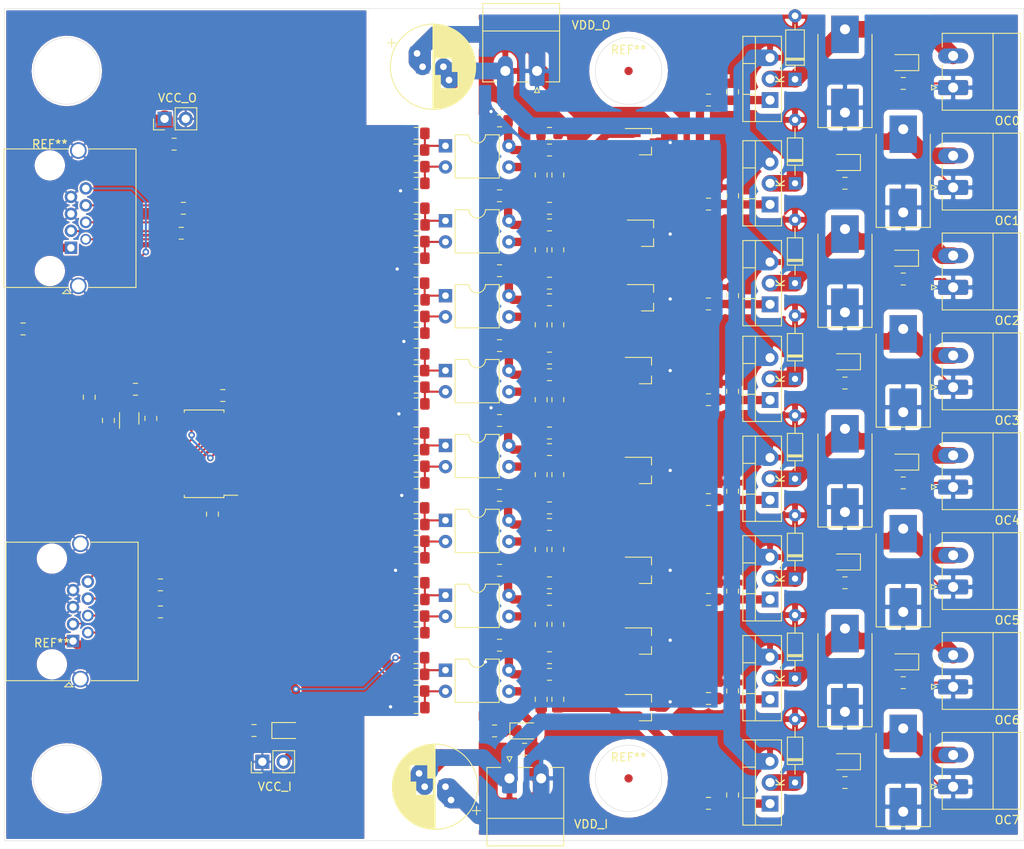
<source format=kicad_pcb>
(kicad_pcb (version 20171130) (host pcbnew "(5.1.2)-1")
  (layers (0 F.Cu signal) (31 B.Cu signal) (34 B.Paste user) (35 F.Paste user) (36 B.SilkS user) (37 F.SilkS user) (38 B.Mask user) (39 F.Mask user) (44 Edge.Cuts user))
  (net 0 "")
  (net 1 VDD)
  (net 2 GNDPWR)
  (net 3 GND)
  (net 4 VCC)
  (net 5 "Net-(D1-Pad1)")
  (net 6 "Net-(D2-Pad1)")
  (net 7 CLK)
  (net 8 DIN)
  (net 9 "Net-(J1-Pad6)")
  (net 10 LATCH)
  (net 11 "Net-(J2-Pad6)")
  (net 12 DOUT)
  (net 13 CLKO)
  (net 14 T0)
  (net 15 "Net-(Q1-Pad1)")
  (net 16 T1)
  (net 17 "Net-(Q2-Pad1)")
  (net 18 "Net-(Q3-Pad1)")
  (net 19 T2)
  (net 20 "Net-(Q4-Pad1)")
  (net 21 T3)
  (net 22 T4)
  (net 23 "Net-(Q5-Pad1)")
  (net 24 T5)
  (net 25 "Net-(Q6-Pad1)")
  (net 26 "Net-(Q7-Pad1)")
  (net 27 T6)
  (net 28 "Net-(Q8-Pad1)")
  (net 29 T7)
  (net 30 "Net-(Q9-Pad1)")
  (net 31 "Net-(Q10-Pad1)")
  (net 32 "Net-(Q11-Pad1)")
  (net 33 "Net-(Q12-Pad1)")
  (net 34 "Net-(Q13-Pad1)")
  (net 35 "Net-(Q14-Pad1)")
  (net 36 "Net-(Q15-Pad1)")
  (net 37 "Net-(Q16-Pad1)")
  (net 38 RST)
  (net 39 OE)
  (net 40 "Net-(R9-Pad1)")
  (net 41 "Net-(R11-Pad2)")
  (net 42 O0)
  (net 43 "Net-(R13-Pad2)")
  (net 44 "Net-(R15-Pad2)")
  (net 45 O1)
  (net 46 "Net-(R17-Pad2)")
  (net 47 "Net-(R19-Pad2)")
  (net 48 O2)
  (net 49 "Net-(R21-Pad2)")
  (net 50 "Net-(R23-Pad2)")
  (net 51 O3)
  (net 52 "Net-(R25-Pad2)")
  (net 53 "Net-(R27-Pad2)")
  (net 54 O4)
  (net 55 "Net-(R29-Pad2)")
  (net 56 "Net-(R31-Pad2)")
  (net 57 O5)
  (net 58 "Net-(R33-Pad2)")
  (net 59 "Net-(R35-Pad2)")
  (net 60 O6)
  (net 61 "Net-(R37-Pad2)")
  (net 62 "Net-(R39-Pad2)")
  (net 63 O7)
  (net 64 "Net-(R41-Pad2)")
  (net 65 "Net-(R43-Pad2)")
  (net 66 "Net-(R44-Pad2)")
  (net 67 "Net-(R45-Pad2)")
  (net 68 "Net-(R46-Pad2)")
  (net 69 "Net-(R47-Pad2)")
  (net 70 "Net-(R48-Pad2)")
  (net 71 "Net-(R49-Pad2)")
  (net 72 "Net-(R50-Pad2)")
  (net 73 "Net-(R51-Pad1)")
  (net 74 "Net-(R52-Pad1)")
  (net 75 "Net-(R53-Pad1)")
  (net 76 "Net-(R54-Pad1)")
  (net 77 "Net-(R55-Pad1)")
  (net 78 "Net-(R56-Pad1)")
  (net 79 "Net-(R57-Pad1)")
  (net 80 "Net-(R58-Pad1)")
  (net 81 "Net-(D19-Pad2)")
  (net 82 "Net-(D20-Pad2)")
  (net 83 "Net-(D21-Pad2)")
  (net 84 "Net-(D22-Pad2)")
  (net 85 "Net-(D23-Pad2)")
  (net 86 "Net-(D24-Pad2)")
  (net 87 "Net-(D25-Pad2)")
  (net 88 "Net-(D26-Pad2)")
  (net 89 I0)
  (net 90 I1)
  (net 91 I2)
  (net 92 I3)
  (net 93 I4)
  (net 94 I5)
  (net 95 I6)
  (net 96 I7)
  (net 97 "Net-(J1-Pad3)")
  (net 98 "Net-(J2-Pad3)")
  (module Fiducial:Fiducial_1mm_Mask3mm (layer F.Cu) (at 25.46 111.34)
    (fp_text reference REF** (at 0 -2.54) (layer F.SilkS))
    (fp_text value Fiducial_1mm_Mask3mm)
    (pad "" smd circle (at 0 0) (size 1 1) (layers F.Cu F.Mask) (clearance 1))
  )
  (module Fiducial:Fiducial_1mm_Mask3mm (layer F.Cu) (at 25.71 171.28)
    (fp_text reference REF** (at 0 -2.54) (layer F.SilkS))
    (fp_text value Fiducial_1mm_Mask3mm)
    (pad "" smd circle (at 0 0) (size 1 1) (layers F.Cu F.Mask) (clearance 1))
  )
  (module Fiducial:Fiducial_1mm_Mask3mm (layer F.Cu) (at 95 185)
    (fp_text reference REF** (at 0 -2.54) (layer F.SilkS))
    (fp_text value Fiducial_1mm_Mask3mm)
    (pad "" smd circle (at 0 0) (size 1 1) (layers F.Cu F.Mask) (clearance 1))
  )
  (module Fiducial:Fiducial_1mm_Mask3mm (layer F.Cu) (at 95 100)
    (fp_text reference REF** (at 0 -2.54) (layer F.SilkS))
    (fp_text value Fiducial_1mm_Mask3mm)
    (pad "" smd circle (at 0 0) (size 1 1) (layers F.Cu F.Mask) (clearance 1))
  )
  (module Resistor_SMD:R_0805_2012Metric_Pad1.15x1.40mm_HandSolder (layer F.Cu) (at 84.5 112.5 90)
    (fp_text reference R61 hide)
    (fp_text value 1K)
    (pad 2 smd roundrect (at 1.025 0 90) (size 1.15 1.4) (layers F.Cu F.Paste F.Mask) (roundrect_rratio 0.217391) (net 73 "Net-(R51-Pad1)"))
    (pad 1 smd roundrect (at -1.025 0 90) (size 1.15 1.4) (layers F.Cu F.Paste F.Mask) (roundrect_rratio 0.217391) (net 2 GNDPWR))
  )
  (module Resistor_SMD:R_0805_2012Metric_Pad1.15x1.40mm_HandSolder (layer F.Cu) (at 85.5 109.5)
    (fp_text reference R60 hide)
    (fp_text value 1K)
    (pad 1 smd roundrect (at -1.025 0) (size 1.15 1.4) (layers F.Cu F.Paste F.Mask) (roundrect_rratio 0.217391) (net 65 "Net-(R43-Pad2)"))
    (pad 2 smd roundrect (at 1.025 0) (size 1.15 1.4) (layers F.Cu F.Paste F.Mask) (roundrect_rratio 0.217391) (net 15 "Net-(Q1-Pad1)"))
  )
  (module Resistor_SMD:R_0805_2012Metric_Pad1.15x1.40mm_HandSolder (layer F.Cu) (at 85.5 107.5)
    (fp_text reference R59 hide)
    (fp_text value 10K)
    (pad 1 smd roundrect (at -1.025 0) (size 1.15 1.4) (layers F.Cu F.Paste F.Mask) (roundrect_rratio 0.217391) (net 65 "Net-(R43-Pad2)"))
    (pad 2 smd roundrect (at 1.025 0) (size 1.15 1.4) (layers F.Cu F.Paste F.Mask) (roundrect_rratio 0.217391) (net 2 GNDPWR))
  )
  (module Capacitor_SMD:C_0805_2012Metric_Pad1.15x1.40mm_HandSolder (layer F.Cu) (at 82.5 181.5 180)
    (fp_text reference C1 hide)
    (fp_text value 100n)
    (pad 2 smd roundrect (at 1.025 0 180) (size 1.15 1.4) (layers F.Cu F.Paste F.Mask) (roundrect_rratio 0.217391) (net 2 GNDPWR))
    (pad 1 smd roundrect (at -1.025 0 180) (size 1.15 1.4) (layers F.Cu F.Paste F.Mask) (roundrect_rratio 0.217391) (net 1 VDD))
  )
  (module Capacitor_THT:CP_Radial_D10.0mm_P2.50mm_P5.00mm (layer F.Cu) (at 73 186 180)
    (fp_text reference C2 hide)
    (fp_text value 10u)
    (pad 1 thru_hole rect (at 0 0 180) (size 1.6 1.6) (drill 0.8) (layers *.Cu *.Mask) (net 1 VDD))
    (pad 2 thru_hole circle (at 2.5 0 180) (size 1.6 1.6) (drill 0.8) (layers *.Cu *.Mask) (net 2 GNDPWR))
    (pad 1 thru_hole rect (at -0.670937 -1.6 180) (size 1.6 1.6) (drill 0.8) (layers *.Cu *.Mask) (net 1 VDD))
    (pad 2 thru_hole circle (at 3.170937 1.6 180) (size 1.6 1.6) (drill 0.8) (layers *.Cu *.Mask) (net 2 GNDPWR))
  )
  (module Capacitor_SMD:C_0805_2012Metric_Pad1.15x1.40mm_HandSolder (layer F.Cu) (at 45 153.25 90)
    (fp_text reference C3 hide)
    (fp_text value 100n)
    (pad 2 smd roundrect (at 1.025 0 90) (size 1.15 1.4) (layers F.Cu F.Paste F.Mask) (roundrect_rratio 0.217391) (net 3 GND))
    (pad 1 smd roundrect (at -1.025 0 90) (size 1.15 1.4) (layers F.Cu F.Paste F.Mask) (roundrect_rratio 0.217391) (net 4 VCC))
  )
  (module Capacitor_SMD:C_0805_2012Metric_Pad1.15x1.40mm_HandSolder (layer F.Cu) (at 22.25 131)
    (fp_text reference C4 hide)
    (fp_text value 100n)
    (pad 1 smd roundrect (at -1.025 0) (size 1.15 1.4) (layers F.Cu F.Paste F.Mask) (roundrect_rratio 0.217391) (net 4 VCC))
    (pad 2 smd roundrect (at 1.025 0) (size 1.15 1.4) (layers F.Cu F.Paste F.Mask) (roundrect_rratio 0.217391) (net 3 GND))
  )
  (module Diode_SMD:D_SMC-RM10_Universal_Handsoldering (layer F.Cu) (at 121 100 90)
    (fp_text reference D11 hide)
    (fp_text value 1N4007)
    (pad 1 thru_hole rect (at -5 0 90) (size 4.5 3.3) (drill 1.2 (offset 0.6 0)) (layers *.Cu *.Mask) (net 1 VDD))
    (pad 2 thru_hole rect (at 5 0 270) (size 4.5 3.3) (drill 1.2 (offset 0.6 0)) (layers *.Cu *.Mask) (net 42 O0))
  )
  (module Diode_SMD:D_SMC-RM10_Universal_Handsoldering (layer F.Cu) (at 128 112 90)
    (fp_text reference D12 hide)
    (fp_text value 1N4007)
    (pad 1 thru_hole rect (at -5 0 90) (size 4.5 3.3) (drill 1.2 (offset 0.6 0)) (layers *.Cu *.Mask) (net 1 VDD))
    (pad 2 thru_hole rect (at 5 0 270) (size 4.5 3.3) (drill 1.2 (offset 0.6 0)) (layers *.Cu *.Mask) (net 45 O1))
  )
  (module Diode_SMD:D_SMC-RM10_Universal_Handsoldering (layer F.Cu) (at 121 124 90)
    (fp_text reference D13 hide)
    (fp_text value 1N4007)
    (pad 2 thru_hole rect (at 5 0 270) (size 4.5 3.3) (drill 1.2 (offset 0.6 0)) (layers *.Cu *.Mask) (net 48 O2))
    (pad 1 thru_hole rect (at -5 0 90) (size 4.5 3.3) (drill 1.2 (offset 0.6 0)) (layers *.Cu *.Mask) (net 1 VDD))
  )
  (module Diode_SMD:D_SMC-RM10_Universal_Handsoldering (layer F.Cu) (at 128 136 90)
    (fp_text reference D14 hide)
    (fp_text value 1N4007)
    (pad 1 thru_hole rect (at -5 0 90) (size 4.5 3.3) (drill 1.2 (offset 0.6 0)) (layers *.Cu *.Mask) (net 1 VDD))
    (pad 2 thru_hole rect (at 5 0 270) (size 4.5 3.3) (drill 1.2 (offset 0.6 0)) (layers *.Cu *.Mask) (net 51 O3))
  )
  (module Diode_SMD:D_SMC-RM10_Universal_Handsoldering (layer F.Cu) (at 121 148 90)
    (fp_text reference D15 hide)
    (fp_text value 1N4007)
    (pad 1 thru_hole rect (at -5 0 90) (size 4.5 3.3) (drill 1.2 (offset 0.6 0)) (layers *.Cu *.Mask) (net 1 VDD))
    (pad 2 thru_hole rect (at 5 0 270) (size 4.5 3.3) (drill 1.2 (offset 0.6 0)) (layers *.Cu *.Mask) (net 54 O4))
  )
  (module Diode_SMD:D_SMC-RM10_Universal_Handsoldering (layer F.Cu) (at 128 160 90)
    (fp_text reference D16 hide)
    (fp_text value 1N4007)
    (pad 2 thru_hole rect (at 5 0 270) (size 4.5 3.3) (drill 1.2 (offset 0.6 0)) (layers *.Cu *.Mask) (net 57 O5))
    (pad 1 thru_hole rect (at -5 0 90) (size 4.5 3.3) (drill 1.2 (offset 0.6 0)) (layers *.Cu *.Mask) (net 1 VDD))
  )
  (module Diode_SMD:D_SMC-RM10_Universal_Handsoldering (layer F.Cu) (at 121 172 90)
    (fp_text reference D17 hide)
    (fp_text value 1N4007)
    (pad 1 thru_hole rect (at -5 0 90) (size 4.5 3.3) (drill 1.2 (offset 0.6 0)) (layers *.Cu *.Mask) (net 1 VDD))
    (pad 2 thru_hole rect (at 5 0 270) (size 4.5 3.3) (drill 1.2 (offset 0.6 0)) (layers *.Cu *.Mask) (net 60 O6))
  )
  (module Diode_SMD:D_SMC-RM10_Universal_Handsoldering (layer F.Cu) (at 128 184 90)
    (fp_text reference D18 hide)
    (fp_text value 1N4007)
    (pad 2 thru_hole rect (at 5 0 270) (size 4.5 3.3) (drill 1.2 (offset 0.6 0)) (layers *.Cu *.Mask) (net 63 O7))
    (pad 1 thru_hole rect (at -5 0 90) (size 4.5 3.3) (drill 1.2 (offset 0.6 0)) (layers *.Cu *.Mask) (net 1 VDD))
  )
  (module Connector_Phoenix_MC:PhoenixContact_MC_1,5_2-G-3.81_1x02_P3.81mm_Horizontal (layer F.Cu) (at 80.69 185)
    (fp_text reference J5 hide)
    (fp_text value VDD_I (at 9.81 5.5) (layer F.SilkS))
    (pad 2 thru_hole oval (at 3.81 0) (size 1.8 3.6) (drill 1.2) (layers *.Cu *.Mask) (net 1 VDD))
    (pad 1 thru_hole roundrect (at 0 0) (size 1.8 3.6) (drill 1.2) (layers *.Cu *.Mask) (roundrect_rratio 0.138889) (net 2 GNDPWR))
  )
  (module Connector_Phoenix_MC:PhoenixContact_MC_1,5_2-G-3.81_1x02_P3.81mm_Horizontal (layer F.Cu) (at 84 100 180)
    (fp_text reference J6 hide)
    (fp_text value VDD_O (at -6.5 5.5 180) (layer F.SilkS))
    (pad 1 thru_hole roundrect (at 0 0 180) (size 1.8 3.6) (drill 1.2) (layers *.Cu *.Mask) (roundrect_rratio 0.138889) (net 1 VDD))
    (pad 2 thru_hole oval (at 3.81 0 180) (size 1.8 3.6) (drill 1.2) (layers *.Cu *.Mask) (net 2 GNDPWR))
  )
  (module Connector_Phoenix_MC:PhoenixContact_MC_1,5_2-G-3.81_1x02_P3.81mm_Horizontal (layer F.Cu) (at 134 102 90)
    (fp_text reference J7 hide)
    (fp_text value OC0 (at -4 6.5 180) (layer F.SilkS))
    (pad 2 thru_hole oval (at 3.81 0 90) (size 1.8 3.6) (drill 1.2) (layers *.Cu *.Mask) (net 42 O0))
    (pad 1 thru_hole roundrect (at 0 0 90) (size 1.8 3.6) (drill 1.2) (layers *.Cu *.Mask) (roundrect_rratio 0.138889) (net 1 VDD))
  )
  (module Connector_Phoenix_MC:PhoenixContact_MC_1,5_2-G-3.81_1x02_P3.81mm_Horizontal (layer F.Cu) (at 134 114 90)
    (fp_text reference J8 hide)
    (fp_text value OC1 (at -4 6.5 180) (layer F.SilkS))
    (pad 1 thru_hole roundrect (at 0 0 90) (size 1.8 3.6) (drill 1.2) (layers *.Cu *.Mask) (roundrect_rratio 0.138889) (net 1 VDD))
    (pad 2 thru_hole oval (at 3.81 0 90) (size 1.8 3.6) (drill 1.2) (layers *.Cu *.Mask) (net 45 O1))
  )
  (module Connector_Phoenix_MC:PhoenixContact_MC_1,5_2-G-3.81_1x02_P3.81mm_Horizontal (layer F.Cu) (at 134 126 90)
    (fp_text reference J9 hide)
    (fp_text value OC2 (at -4 6.5 180) (layer F.SilkS))
    (pad 2 thru_hole oval (at 3.81 0 90) (size 1.8 3.6) (drill 1.2) (layers *.Cu *.Mask) (net 48 O2))
    (pad 1 thru_hole roundrect (at 0 0 90) (size 1.8 3.6) (drill 1.2) (layers *.Cu *.Mask) (roundrect_rratio 0.138889) (net 1 VDD))
  )
  (module Connector_Phoenix_MC:PhoenixContact_MC_1,5_2-G-3.81_1x02_P3.81mm_Horizontal (layer F.Cu) (at 134 138 90)
    (fp_text reference J10 hide)
    (fp_text value OC3 (at -4 6.5 180) (layer F.SilkS))
    (pad 2 thru_hole oval (at 3.81 0 90) (size 1.8 3.6) (drill 1.2) (layers *.Cu *.Mask) (net 51 O3))
    (pad 1 thru_hole roundrect (at 0 0 90) (size 1.8 3.6) (drill 1.2) (layers *.Cu *.Mask) (roundrect_rratio 0.138889) (net 1 VDD))
  )
  (module Connector_Phoenix_MC:PhoenixContact_MC_1,5_2-G-3.81_1x02_P3.81mm_Horizontal (layer F.Cu) (at 134 150 90)
    (fp_text reference J11 hide)
    (fp_text value OC4 (at -4 6.5 180) (layer F.SilkS))
    (pad 1 thru_hole roundrect (at 0 0 90) (size 1.8 3.6) (drill 1.2) (layers *.Cu *.Mask) (roundrect_rratio 0.138889) (net 1 VDD))
    (pad 2 thru_hole oval (at 3.81 0 90) (size 1.8 3.6) (drill 1.2) (layers *.Cu *.Mask) (net 54 O4))
  )
  (module Connector_Phoenix_MC:PhoenixContact_MC_1,5_2-G-3.81_1x02_P3.81mm_Horizontal (layer F.Cu) (at 134 162 90)
    (fp_text reference J12 hide)
    (fp_text value OC5 (at -4 6.5 180) (layer F.SilkS))
    (pad 2 thru_hole oval (at 3.81 0 90) (size 1.8 3.6) (drill 1.2) (layers *.Cu *.Mask) (net 57 O5))
    (pad 1 thru_hole roundrect (at 0 0 90) (size 1.8 3.6) (drill 1.2) (layers *.Cu *.Mask) (roundrect_rratio 0.138889) (net 1 VDD))
  )
  (module Connector_Phoenix_MC:PhoenixContact_MC_1,5_2-G-3.81_1x02_P3.81mm_Horizontal (layer F.Cu) (at 134 174 90)
    (fp_text reference J13 hide)
    (fp_text value OC6 (at -4 6.5 180) (layer F.SilkS))
    (pad 1 thru_hole roundrect (at 0 0 90) (size 1.8 3.6) (drill 1.2) (layers *.Cu *.Mask) (roundrect_rratio 0.138889) (net 1 VDD))
    (pad 2 thru_hole oval (at 3.81 0 90) (size 1.8 3.6) (drill 1.2) (layers *.Cu *.Mask) (net 60 O6))
  )
  (module Connector_Phoenix_MC:PhoenixContact_MC_1,5_2-G-3.81_1x02_P3.81mm_Horizontal (layer F.Cu) (at 134 186 90)
    (fp_text reference J14 hide)
    (fp_text value OC7 (at -4 6.5 180) (layer F.SilkS))
    (pad 1 thru_hole roundrect (at 0 0 90) (size 1.8 3.6) (drill 1.2) (layers *.Cu *.Mask) (roundrect_rratio 0.138889) (net 1 VDD))
    (pad 2 thru_hole oval (at 3.81 0 90) (size 1.8 3.6) (drill 1.2) (layers *.Cu *.Mask) (net 63 O7))
  )
  (module Package_TO_SOT_SMD:SOT-23_Handsoldering (layer F.Cu) (at 97 108.5)
    (fp_text reference Q1 hide)
    (fp_text value BC857)
    (pad 1 smd rect (at -1.5 -0.95) (size 1.9 0.8) (layers F.Cu F.Paste F.Mask) (net 15 "Net-(Q1-Pad1)"))
    (pad 2 smd rect (at -1.5 0.95) (size 1.9 0.8) (layers F.Cu F.Paste F.Mask) (net 14 T0))
    (pad 3 smd rect (at 1.5 0) (size 1.9 0.8) (layers F.Cu F.Paste F.Mask) (net 1 VDD))
  )
  (module Package_TO_SOT_SMD:SOT-23_Handsoldering (layer F.Cu) (at 97.25 119.5)
    (fp_text reference Q2 hide)
    (fp_text value BC857)
    (pad 1 smd rect (at -1.5 -0.95) (size 1.9 0.8) (layers F.Cu F.Paste F.Mask) (net 17 "Net-(Q2-Pad1)"))
    (pad 2 smd rect (at -1.5 0.95) (size 1.9 0.8) (layers F.Cu F.Paste F.Mask) (net 16 T1))
    (pad 3 smd rect (at 1.5 0) (size 1.9 0.8) (layers F.Cu F.Paste F.Mask) (net 1 VDD))
  )
  (module Package_TO_SOT_SMD:SOT-23_Handsoldering (layer F.Cu) (at 97.25 127.25)
    (fp_text reference Q3 hide)
    (fp_text value BC857)
    (pad 1 smd rect (at -1.5 -0.95) (size 1.9 0.8) (layers F.Cu F.Paste F.Mask) (net 18 "Net-(Q3-Pad1)"))
    (pad 2 smd rect (at -1.5 0.95) (size 1.9 0.8) (layers F.Cu F.Paste F.Mask) (net 19 T2))
    (pad 3 smd rect (at 1.5 0) (size 1.9 0.8) (layers F.Cu F.Paste F.Mask) (net 1 VDD))
  )
  (module Package_TO_SOT_SMD:SOT-23_Handsoldering (layer F.Cu) (at 97 136)
    (fp_text reference Q4 hide)
    (fp_text value BC857)
    (pad 1 smd rect (at -1.5 -0.95) (size 1.9 0.8) (layers F.Cu F.Paste F.Mask) (net 20 "Net-(Q4-Pad1)"))
    (pad 2 smd rect (at -1.5 0.95) (size 1.9 0.8) (layers F.Cu F.Paste F.Mask) (net 21 T3))
    (pad 3 smd rect (at 1.5 0) (size 1.9 0.8) (layers F.Cu F.Paste F.Mask) (net 1 VDD))
  )
  (module Package_TO_SOT_SMD:SOT-23_Handsoldering (layer F.Cu) (at 97 148)
    (fp_text reference Q5 hide)
    (fp_text value BC857)
    (pad 3 smd rect (at 1.5 0) (size 1.9 0.8) (layers F.Cu F.Paste F.Mask) (net 1 VDD))
    (pad 2 smd rect (at -1.5 0.95) (size 1.9 0.8) (layers F.Cu F.Paste F.Mask) (net 22 T4))
    (pad 1 smd rect (at -1.5 -0.95) (size 1.9 0.8) (layers F.Cu F.Paste F.Mask) (net 23 "Net-(Q5-Pad1)"))
  )
  (module Package_TO_SOT_SMD:SOT-23_Handsoldering (layer F.Cu) (at 97 160)
    (fp_text reference Q6 hide)
    (fp_text value BC857)
    (pad 3 smd rect (at 1.5 0) (size 1.9 0.8) (layers F.Cu F.Paste F.Mask) (net 1 VDD))
    (pad 2 smd rect (at -1.5 0.95) (size 1.9 0.8) (layers F.Cu F.Paste F.Mask) (net 24 T5))
    (pad 1 smd rect (at -1.5 -0.95) (size 1.9 0.8) (layers F.Cu F.Paste F.Mask) (net 25 "Net-(Q6-Pad1)"))
  )
  (module Package_TO_SOT_SMD:SOT-23_Handsoldering (layer F.Cu) (at 97 168.5)
    (fp_text reference Q7 hide)
    (fp_text value BC857)
    (pad 1 smd rect (at -1.5 -0.95) (size 1.9 0.8) (layers F.Cu F.Paste F.Mask) (net 26 "Net-(Q7-Pad1)"))
    (pad 2 smd rect (at -1.5 0.95) (size 1.9 0.8) (layers F.Cu F.Paste F.Mask) (net 27 T6))
    (pad 3 smd rect (at 1.5 0) (size 1.9 0.8) (layers F.Cu F.Paste F.Mask) (net 1 VDD))
  )
  (module Package_TO_SOT_SMD:SOT-23_Handsoldering (layer F.Cu) (at 97 176.5)
    (fp_text reference Q8 hide)
    (fp_text value BC857)
    (pad 1 smd rect (at -1.5 -0.95) (size 1.9 0.8) (layers F.Cu F.Paste F.Mask) (net 28 "Net-(Q8-Pad1)"))
    (pad 2 smd rect (at -1.5 0.95) (size 1.9 0.8) (layers F.Cu F.Paste F.Mask) (net 29 T7))
    (pad 3 smd rect (at 1.5 0) (size 1.9 0.8) (layers F.Cu F.Paste F.Mask) (net 1 VDD))
  )
  (module Resistor_SMD:R_0805_2012Metric_Pad1.15x1.40mm_HandSolder (layer F.Cu) (at 38.75 165 180)
    (fp_text reference R1 hide)
    (fp_text value 47R)
    (pad 1 smd roundrect (at -1.025 0 180) (size 1.15 1.4) (layers F.Cu F.Paste F.Mask) (roundrect_rratio 0.217391) (net 39 OE))
    (pad 2 smd roundrect (at 1.025 0 180) (size 1.15 1.4) (layers F.Cu F.Paste F.Mask) (roundrect_rratio 0.217391) (net 97 "Net-(J1-Pad3)"))
  )
  (module Resistor_SMD:R_0805_2012Metric_Pad1.15x1.40mm_HandSolder (layer F.Cu) (at 35.75 138.25)
    (fp_text reference R2 hide)
    (fp_text value 10K)
    (pad 2 smd roundrect (at 1.025 0) (size 1.15 1.4) (layers F.Cu F.Paste F.Mask) (roundrect_rratio 0.217391) (net 38 RST))
    (pad 1 smd roundrect (at -1.025 0) (size 1.15 1.4) (layers F.Cu F.Paste F.Mask) (roundrect_rratio 0.217391) (net 4 VCC))
  )
  (module Resistor_SMD:R_0805_2012Metric_Pad1.15x1.40mm_HandSolder (layer F.Cu) (at 46.25 139 180)
    (fp_text reference R3 hide)
    (fp_text value 10K)
    (pad 1 smd roundrect (at -1.025 0 180) (size 1.15 1.4) (layers F.Cu F.Paste F.Mask) (roundrect_rratio 0.217391) (net 3 GND))
    (pad 2 smd roundrect (at 1.025 0 180) (size 1.15 1.4) (layers F.Cu F.Paste F.Mask) (roundrect_rratio 0.217391) (net 39 OE))
  )
  (module Resistor_SMD:R_0805_2012Metric_Pad1.15x1.40mm_HandSolder (layer F.Cu) (at 38.75 161.75)
    (fp_text reference R4 hide)
    (fp_text value 47R)
    (pad 2 smd roundrect (at 1.025 0) (size 1.15 1.4) (layers F.Cu F.Paste F.Mask) (roundrect_rratio 0.217391) (net 38 RST))
    (pad 1 smd roundrect (at -1.025 0) (size 1.15 1.4) (layers F.Cu F.Paste F.Mask) (roundrect_rratio 0.217391) (net 9 "Net-(J1-Pad6)"))
  )
  (module Resistor_SMD:R_0805_2012Metric_Pad1.15x1.40mm_HandSolder (layer F.Cu) (at 78.9 179.3 180)
    (fp_text reference R5 hide)
    (fp_text value 10K)
    (pad 1 smd roundrect (at -1.025 0 180) (size 1.15 1.4) (layers F.Cu F.Paste F.Mask) (roundrect_rratio 0.217391) (net 5 "Net-(D1-Pad1)"))
    (pad 2 smd roundrect (at 1.025 0 180) (size 1.15 1.4) (layers F.Cu F.Paste F.Mask) (roundrect_rratio 0.217391) (net 2 GNDPWR))
  )
  (module Resistor_SMD:R_0805_2012Metric_Pad1.15x1.40mm_HandSolder (layer F.Cu) (at 50 179.25 180)
    (fp_text reference R6 hide)
    (fp_text value 1K)
    (pad 2 smd roundrect (at 1.025 0 180) (size 1.15 1.4) (layers F.Cu F.Paste F.Mask) (roundrect_rratio 0.217391) (net 3 GND))
    (pad 1 smd roundrect (at -1.025 0 180) (size 1.15 1.4) (layers F.Cu F.Paste F.Mask) (roundrect_rratio 0.217391) (net 6 "Net-(D2-Pad1)"))
  )
  (module Resistor_SMD:R_0805_2012Metric_Pad1.15x1.40mm_HandSolder (layer F.Cu) (at 32.5 142 90)
    (fp_text reference R9 hide)
    (fp_text value 47R)
    (pad 1 smd roundrect (at -1.025 0 90) (size 1.15 1.4) (layers F.Cu F.Paste F.Mask) (roundrect_rratio 0.217391) (net 40 "Net-(R9-Pad1)"))
    (pad 2 smd roundrect (at 1.025 0 90) (size 1.15 1.4) (layers F.Cu F.Paste F.Mask) (roundrect_rratio 0.217391) (net 3 GND))
  )
  (module Resistor_SMD:R_0805_2012Metric_Pad1.15x1.40mm_HandSolder (layer F.Cu) (at 37.6 141.75 90)
    (fp_text reference R10 hide)
    (fp_text value NC)
    (pad 2 smd roundrect (at 1.025 0 90) (size 1.15 1.4) (layers F.Cu F.Paste F.Mask) (roundrect_rratio 0.217391) (net 13 CLKO))
    (pad 1 smd roundrect (at -1.025 0 90) (size 1.15 1.4) (layers F.Cu F.Paste F.Mask) (roundrect_rratio 0.217391) (net 7 CLK))
  )
  (module Resistor_SMD:R_0805_2012Metric_Pad1.15x1.40mm_HandSolder (layer F.Cu) (at 69.5 107.5)
    (fp_text reference R11 hide)
    (fp_text value 47R)
    (pad 2 smd roundrect (at 1.025 0) (size 1.15 1.4) (layers F.Cu F.Paste F.Mask) (roundrect_rratio 0.217391) (net 41 "Net-(R11-Pad2)"))
    (pad 1 smd roundrect (at -1.025 0) (size 1.15 1.4) (layers F.Cu F.Paste F.Mask) (roundrect_rratio 0.217391) (net 4 VCC))
  )
  (module Resistor_SMD:R_0805_2012Metric_Pad1.15x1.40mm_HandSolder (layer F.Cu) (at 69.475 109.5 180)
    (fp_text reference R12 hide)
    (fp_text value NC)
    (pad 2 smd roundrect (at 1.025 0 180) (size 1.15 1.4) (layers F.Cu F.Paste F.Mask) (roundrect_rratio 0.217391) (net 89 I0))
    (pad 1 smd roundrect (at -1.025 0 180) (size 1.15 1.4) (layers F.Cu F.Paste F.Mask) (roundrect_rratio 0.217391) (net 41 "Net-(R11-Pad2)"))
  )
  (module Resistor_SMD:R_0805_2012Metric_Pad1.15x1.40mm_HandSolder (layer F.Cu) (at 69.5 111.5)
    (fp_text reference R13 hide)
    (fp_text value 1K)
    (pad 1 smd roundrect (at -1.025 0) (size 1.15 1.4) (layers F.Cu F.Paste F.Mask) (roundrect_rratio 0.217391) (net 89 I0))
    (pad 2 smd roundrect (at 1.025 0) (size 1.15 1.4) (layers F.Cu F.Paste F.Mask) (roundrect_rratio 0.217391) (net 43 "Net-(R13-Pad2)"))
  )
  (module Resistor_SMD:R_0805_2012Metric_Pad1.15x1.40mm_HandSolder (layer F.Cu) (at 69.5 113.5 180)
    (fp_text reference R14 hide)
    (fp_text value NC)
    (pad 1 smd roundrect (at -1.025 0 180) (size 1.15 1.4) (layers F.Cu F.Paste F.Mask) (roundrect_rratio 0.217391) (net 43 "Net-(R13-Pad2)"))
    (pad 2 smd roundrect (at 1.025 0 180) (size 1.15 1.4) (layers F.Cu F.Paste F.Mask) (roundrect_rratio 0.217391) (net 3 GND))
  )
  (module Resistor_SMD:R_0805_2012Metric_Pad1.15x1.40mm_HandSolder (layer F.Cu) (at 69.5 116.5)
    (fp_text reference R15 hide)
    (fp_text value 47R)
    (pad 2 smd roundrect (at 1.025 0) (size 1.15 1.4) (layers F.Cu F.Paste F.Mask) (roundrect_rratio 0.217391) (net 44 "Net-(R15-Pad2)"))
    (pad 1 smd roundrect (at -1.025 0) (size 1.15 1.4) (layers F.Cu F.Paste F.Mask) (roundrect_rratio 0.217391) (net 4 VCC))
  )
  (module Resistor_SMD:R_0805_2012Metric_Pad1.15x1.40mm_HandSolder (layer F.Cu) (at 69.525 118.5 180)
    (fp_text reference R16 hide)
    (fp_text value NC)
    (pad 2 smd roundrect (at 1.025 0 180) (size 1.15 1.4) (layers F.Cu F.Paste F.Mask) (roundrect_rratio 0.217391) (net 90 I1))
    (pad 1 smd roundrect (at -1.025 0 180) (size 1.15 1.4) (layers F.Cu F.Paste F.Mask) (roundrect_rratio 0.217391) (net 44 "Net-(R15-Pad2)"))
  )
  (module Resistor_SMD:R_0805_2012Metric_Pad1.15x1.40mm_HandSolder (layer F.Cu) (at 69.5 120.5)
    (fp_text reference R17 hide)
    (fp_text value 1K)
    (pad 1 smd roundrect (at -1.025 0) (size 1.15 1.4) (layers F.Cu F.Paste F.Mask) (roundrect_rratio 0.217391) (net 90 I1))
    (pad 2 smd roundrect (at 1.025 0) (size 1.15 1.4) (layers F.Cu F.Paste F.Mask) (roundrect_rratio 0.217391) (net 46 "Net-(R17-Pad2)"))
  )
  (module Resistor_SMD:R_0805_2012Metric_Pad1.15x1.40mm_HandSolder (layer F.Cu) (at 69.5 122.5 180)
    (fp_text reference R18 hide)
    (fp_text value NC)
    (pad 1 smd roundrect (at -1.025 0 180) (size 1.15 1.4) (layers F.Cu F.Paste F.Mask) (roundrect_rratio 0.217391) (net 46 "Net-(R17-Pad2)"))
    (pad 2 smd roundrect (at 1.025 0 180) (size 1.15 1.4) (layers F.Cu F.Paste F.Mask) (roundrect_rratio 0.217391) (net 3 GND))
  )
  (module Resistor_SMD:R_0805_2012Metric_Pad1.15x1.40mm_HandSolder (layer F.Cu) (at 69.475 125.5)
    (fp_text reference R19 hide)
    (fp_text value 47R)
    (pad 1 smd roundrect (at -1.025 0) (size 1.15 1.4) (layers F.Cu F.Paste F.Mask) (roundrect_rratio 0.217391) (net 4 VCC))
    (pad 2 smd roundrect (at 1.025 0) (size 1.15 1.4) (layers F.Cu F.Paste F.Mask) (roundrect_rratio 0.217391) (net 47 "Net-(R19-Pad2)"))
  )
  (module Resistor_SMD:R_0805_2012Metric_Pad1.15x1.40mm_HandSolder (layer F.Cu) (at 69.525 127.5 180)
    (fp_text reference R20 hide)
    (fp_text value NC)
    (pad 1 smd roundrect (at -1.025 0 180) (size 1.15 1.4) (layers F.Cu F.Paste F.Mask) (roundrect_rratio 0.217391) (net 47 "Net-(R19-Pad2)"))
    (pad 2 smd roundrect (at 1.025 0 180) (size 1.15 1.4) (layers F.Cu F.Paste F.Mask) (roundrect_rratio 0.217391) (net 91 I2))
  )
  (module Resistor_SMD:R_0805_2012Metric_Pad1.15x1.40mm_HandSolder (layer F.Cu) (at 69.5 129.5)
    (fp_text reference R21 hide)
    (fp_text value 1K)
    (pad 2 smd roundrect (at 1.025 0) (size 1.15 1.4) (layers F.Cu F.Paste F.Mask) (roundrect_rratio 0.217391) (net 49 "Net-(R21-Pad2)"))
    (pad 1 smd roundrect (at -1.025 0) (size 1.15 1.4) (layers F.Cu F.Paste F.Mask) (roundrect_rratio 0.217391) (net 91 I2))
  )
  (module Resistor_SMD:R_0805_2012Metric_Pad1.15x1.40mm_HandSolder (layer F.Cu) (at 69.5 131.5 180)
    (fp_text reference R22 hide)
    (fp_text value NC)
    (pad 2 smd roundrect (at 1.025 0 180) (size 1.15 1.4) (layers F.Cu F.Paste F.Mask) (roundrect_rratio 0.217391) (net 3 GND))
    (pad 1 smd roundrect (at -1.025 0 180) (size 1.15 1.4) (layers F.Cu F.Paste F.Mask) (roundrect_rratio 0.217391) (net 49 "Net-(R21-Pad2)"))
  )
  (module Resistor_SMD:R_0805_2012Metric_Pad1.15x1.40mm_HandSolder (layer F.Cu) (at 69.5 134)
    (fp_text reference R23 hide)
    (fp_text value 47R)
    (pad 1 smd roundrect (at -1.025 0) (size 1.15 1.4) (layers F.Cu F.Paste F.Mask) (roundrect_rratio 0.217391) (net 4 VCC))
    (pad 2 smd roundrect (at 1.025 0) (size 1.15 1.4) (layers F.Cu F.Paste F.Mask) (roundrect_rratio 0.217391) (net 50 "Net-(R23-Pad2)"))
  )
  (module Resistor_SMD:R_0805_2012Metric_Pad1.15x1.40mm_HandSolder (layer F.Cu) (at 69.475 136 180)
    (fp_text reference R24 hide)
    (fp_text value NC)
    (pad 1 smd roundrect (at -1.025 0 180) (size 1.15 1.4) (layers F.Cu F.Paste F.Mask) (roundrect_rratio 0.217391) (net 50 "Net-(R23-Pad2)"))
    (pad 2 smd roundrect (at 1.025 0 180) (size 1.15 1.4) (layers F.Cu F.Paste F.Mask) (roundrect_rratio 0.217391) (net 92 I3))
  )
  (module Resistor_SMD:R_0805_2012Metric_Pad1.15x1.40mm_HandSolder (layer F.Cu) (at 69.5 138)
    (fp_text reference R25 hide)
    (fp_text value 1K)
    (pad 2 smd roundrect (at 1.025 0) (size 1.15 1.4) (layers F.Cu F.Paste F.Mask) (roundrect_rratio 0.217391) (net 52 "Net-(R25-Pad2)"))
    (pad 1 smd roundrect (at -1.025 0) (size 1.15 1.4) (layers F.Cu F.Paste F.Mask) (roundrect_rratio 0.217391) (net 92 I3))
  )
  (module Resistor_SMD:R_0805_2012Metric_Pad1.15x1.40mm_HandSolder (layer F.Cu) (at 69.5 140 180)
    (fp_text reference R26 hide)
    (fp_text value NC)
    (pad 2 smd roundrect (at 1.025 0 180) (size 1.15 1.4) (layers F.Cu F.Paste F.Mask) (roundrect_rratio 0.217391) (net 3 GND))
    (pad 1 smd roundrect (at -1.025 0 180) (size 1.15 1.4) (layers F.Cu F.Paste F.Mask) (roundrect_rratio 0.217391) (net 52 "Net-(R25-Pad2)"))
  )
  (module Resistor_SMD:R_0805_2012Metric_Pad1.15x1.40mm_HandSolder (layer F.Cu) (at 69.475 143.5)
    (fp_text reference R27 hide)
    (fp_text value 47R)
    (pad 2 smd roundrect (at 1.025 0) (size 1.15 1.4) (layers F.Cu F.Paste F.Mask) (roundrect_rratio 0.217391) (net 53 "Net-(R27-Pad2)"))
    (pad 1 smd roundrect (at -1.025 0) (size 1.15 1.4) (layers F.Cu F.Paste F.Mask) (roundrect_rratio 0.217391) (net 4 VCC))
  )
  (module Resistor_SMD:R_0805_2012Metric_Pad1.15x1.40mm_HandSolder (layer F.Cu) (at 69.475 145.5 180)
    (fp_text reference R28 hide)
    (fp_text value NC)
    (pad 2 smd roundrect (at 1.025 0 180) (size 1.15 1.4) (layers F.Cu F.Paste F.Mask) (roundrect_rratio 0.217391) (net 93 I4))
    (pad 1 smd roundrect (at -1.025 0 180) (size 1.15 1.4) (layers F.Cu F.Paste F.Mask) (roundrect_rratio 0.217391) (net 53 "Net-(R27-Pad2)"))
  )
  (module Resistor_SMD:R_0805_2012Metric_Pad1.15x1.40mm_HandSolder (layer F.Cu) (at 69.5 147.5)
    (fp_text reference R29 hide)
    (fp_text value 1K)
    (pad 1 smd roundrect (at -1.025 0) (size 1.15 1.4) (layers F.Cu F.Paste F.Mask) (roundrect_rratio 0.217391) (net 93 I4))
    (pad 2 smd roundrect (at 1.025 0) (size 1.15 1.4) (layers F.Cu F.Paste F.Mask) (roundrect_rratio 0.217391) (net 55 "Net-(R29-Pad2)"))
  )
  (module Resistor_SMD:R_0805_2012Metric_Pad1.15x1.40mm_HandSolder (layer F.Cu) (at 69.5 149.5 180)
    (fp_text reference R30 hide)
    (fp_text value NC)
    (pad 1 smd roundrect (at -1.025 0 180) (size 1.15 1.4) (layers F.Cu F.Paste F.Mask) (roundrect_rratio 0.217391) (net 55 "Net-(R29-Pad2)"))
    (pad 2 smd roundrect (at 1.025 0 180) (size 1.15 1.4) (layers F.Cu F.Paste F.Mask) (roundrect_rratio 0.217391) (net 3 GND))
  )
  (module Resistor_SMD:R_0805_2012Metric_Pad1.15x1.40mm_HandSolder (layer F.Cu) (at 69.475 152.5)
    (fp_text reference R31 hide)
    (fp_text value 47R)
    (pad 1 smd roundrect (at -1.025 0) (size 1.15 1.4) (layers F.Cu F.Paste F.Mask) (roundrect_rratio 0.217391) (net 4 VCC))
    (pad 2 smd roundrect (at 1.025 0) (size 1.15 1.4) (layers F.Cu F.Paste F.Mask) (roundrect_rratio 0.217391) (net 56 "Net-(R31-Pad2)"))
  )
  (module Resistor_SMD:R_0805_2012Metric_Pad1.15x1.40mm_HandSolder (layer F.Cu) (at 69.5 154.5 180)
    (fp_text reference R32 hide)
    (fp_text value NC)
    (pad 1 smd roundrect (at -1.025 0 180) (size 1.15 1.4) (layers F.Cu F.Paste F.Mask) (roundrect_rratio 0.217391) (net 56 "Net-(R31-Pad2)"))
    (pad 2 smd roundrect (at 1.025 0 180) (size 1.15 1.4) (layers F.Cu F.Paste F.Mask) (roundrect_rratio 0.217391) (net 94 I5))
  )
  (module Resistor_SMD:R_0805_2012Metric_Pad1.15x1.40mm_HandSolder (layer F.Cu) (at 69.5 156.5)
    (fp_text reference R33 hide)
    (fp_text value 1K)
    (pad 2 smd roundrect (at 1.025 0) (size 1.15 1.4) (layers F.Cu F.Paste F.Mask) (roundrect_rratio 0.217391) (net 58 "Net-(R33-Pad2)"))
    (pad 1 smd roundrect (at -1.025 0) (size 1.15 1.4) (layers F.Cu F.Paste F.Mask) (roundrect_rratio 0.217391) (net 94 I5))
  )
  (module Resistor_SMD:R_0805_2012Metric_Pad1.15x1.40mm_HandSolder (layer F.Cu) (at 69.5 158.5 180)
    (fp_text reference R34 hide)
    (fp_text value NC)
    (pad 1 smd roundrect (at -1.025 0 180) (size 1.15 1.4) (layers F.Cu F.Paste F.Mask) (roundrect_rratio 0.217391) (net 58 "Net-(R33-Pad2)"))
    (pad 2 smd roundrect (at 1.025 0 180) (size 1.15 1.4) (layers F.Cu F.Paste F.Mask) (roundrect_rratio 0.217391) (net 3 GND))
  )
  (module Resistor_SMD:R_0805_2012Metric_Pad1.15x1.40mm_HandSolder (layer F.Cu) (at 69.5 161.5)
    (fp_text reference R35 hide)
    (fp_text value 47R)
    (pad 2 smd roundrect (at 1.025 0) (size 1.15 1.4) (layers F.Cu F.Paste F.Mask) (roundrect_rratio 0.217391) (net 59 "Net-(R35-Pad2)"))
    (pad 1 smd roundrect (at -1.025 0) (size 1.15 1.4) (layers F.Cu F.Paste F.Mask) (roundrect_rratio 0.217391) (net 4 VCC))
  )
  (module Resistor_SMD:R_0805_2012Metric_Pad1.15x1.40mm_HandSolder (layer F.Cu) (at 69.5 163.5 180)
    (fp_text reference R36 hide)
    (fp_text value NC)
    (pad 2 smd roundrect (at 1.025 0 180) (size 1.15 1.4) (layers F.Cu F.Paste F.Mask) (roundrect_rratio 0.217391) (net 95 I6))
    (pad 1 smd roundrect (at -1.025 0 180) (size 1.15 1.4) (layers F.Cu F.Paste F.Mask) (roundrect_rratio 0.217391) (net 59 "Net-(R35-Pad2)"))
  )
  (module Resistor_SMD:R_0805_2012Metric_Pad1.15x1.40mm_HandSolder (layer F.Cu) (at 69.475 165.5)
    (fp_text reference R37 hide)
    (fp_text value 1K)
    (pad 1 smd roundrect (at -1.025 0) (size 1.15 1.4) (layers F.Cu F.Paste F.Mask) (roundrect_rratio 0.217391) (net 95 I6))
    (pad 2 smd roundrect (at 1.025 0) (size 1.15 1.4) (layers F.Cu F.Paste F.Mask) (roundrect_rratio 0.217391) (net 61 "Net-(R37-Pad2)"))
  )
  (module Resistor_SMD:R_0805_2012Metric_Pad1.15x1.40mm_HandSolder (layer F.Cu) (at 69.5 167.5 180)
    (fp_text reference R38 hide)
    (fp_text value NC)
    (pad 1 smd roundrect (at -1.025 0 180) (size 1.15 1.4) (layers F.Cu F.Paste F.Mask) (roundrect_rratio 0.217391) (net 61 "Net-(R37-Pad2)"))
    (pad 2 smd roundrect (at 1.025 0 180) (size 1.15 1.4) (layers F.Cu F.Paste F.Mask) (roundrect_rratio 0.217391) (net 3 GND))
  )
  (module Resistor_SMD:R_0805_2012Metric_Pad1.15x1.40mm_HandSolder (layer F.Cu) (at 69.475 170.5)
    (fp_text reference R39 hide)
    (fp_text value 47R)
    (pad 1 smd roundrect (at -1.025 0) (size 1.15 1.4) (layers F.Cu F.Paste F.Mask) (roundrect_rratio 0.217391) (net 4 VCC))
    (pad 2 smd roundrect (at 1.025 0) (size 1.15 1.4) (layers F.Cu F.Paste F.Mask) (roundrect_rratio 0.217391) (net 62 "Net-(R39-Pad2)"))
  )
  (module Resistor_SMD:R_0805_2012Metric_Pad1.15x1.40mm_HandSolder (layer F.Cu) (at 69.475 172.5 180)
    (fp_text reference R40 hide)
    (fp_text value NC)
    (pad 1 smd roundrect (at -1.025 0 180) (size 1.15 1.4) (layers F.Cu F.Paste F.Mask) (roundrect_rratio 0.217391) (net 62 "Net-(R39-Pad2)"))
    (pad 2 smd roundrect (at 1.025 0 180) (size 1.15 1.4) (layers F.Cu F.Paste F.Mask) (roundrect_rratio 0.217391) (net 96 I7))
  )
  (module Resistor_SMD:R_0805_2012Metric_Pad1.15x1.40mm_HandSolder (layer F.Cu) (at 69.475 174.5)
    (fp_text reference R41 hide)
    (fp_text value 1K)
    (pad 2 smd roundrect (at 1.025 0) (size 1.15 1.4) (layers F.Cu F.Paste F.Mask) (roundrect_rratio 0.217391) (net 64 "Net-(R41-Pad2)"))
    (pad 1 smd roundrect (at -1.025 0) (size 1.15 1.4) (layers F.Cu F.Paste F.Mask) (roundrect_rratio 0.217391) (net 96 I7))
  )
  (module Resistor_SMD:R_0805_2012Metric_Pad1.15x1.40mm_HandSolder (layer F.Cu) (at 69.5 176.5 180)
    (fp_text reference R42 hide)
    (fp_text value NC)
    (pad 2 smd roundrect (at 1.025 0 180) (size 1.15 1.4) (layers F.Cu F.Paste F.Mask) (roundrect_rratio 0.217391) (net 3 GND))
    (pad 1 smd roundrect (at -1.025 0 180) (size 1.15 1.4) (layers F.Cu F.Paste F.Mask) (roundrect_rratio 0.217391) (net 64 "Net-(R41-Pad2)"))
  )
  (module Resistor_SMD:R_0805_2012Metric_Pad1.15x1.40mm_HandSolder (layer F.Cu) (at 79.5 106)
    (fp_text reference R43 hide)
    (fp_text value NC)
    (pad 2 smd roundrect (at 1.025 0) (size 1.15 1.4) (layers F.Cu F.Paste F.Mask) (roundrect_rratio 0.217391) (net 65 "Net-(R43-Pad2)"))
    (pad 1 smd roundrect (at -1.025 0) (size 1.15 1.4) (layers F.Cu F.Paste F.Mask) (roundrect_rratio 0.217391) (net 1 VDD))
  )
  (module Resistor_SMD:R_0805_2012Metric_Pad1.15x1.40mm_HandSolder (layer F.Cu) (at 79.5 115)
    (fp_text reference R44 hide)
    (fp_text value NC)
    (pad 2 smd roundrect (at 1.025 0) (size 1.15 1.4) (layers F.Cu F.Paste F.Mask) (roundrect_rratio 0.217391) (net 66 "Net-(R44-Pad2)"))
    (pad 1 smd roundrect (at -1.025 0) (size 1.15 1.4) (layers F.Cu F.Paste F.Mask) (roundrect_rratio 0.217391) (net 1 VDD))
  )
  (module Resistor_SMD:R_0805_2012Metric_Pad1.15x1.40mm_HandSolder (layer F.Cu) (at 79.5 124)
    (fp_text reference R45 hide)
    (fp_text value NC)
    (pad 2 smd roundrect (at 1.025 0) (size 1.15 1.4) (layers F.Cu F.Paste F.Mask) (roundrect_rratio 0.217391) (net 67 "Net-(R45-Pad2)"))
    (pad 1 smd roundrect (at -1.025 0) (size 1.15 1.4) (layers F.Cu F.Paste F.Mask) (roundrect_rratio 0.217391) (net 1 VDD))
  )
  (module Resistor_SMD:R_0805_2012Metric_Pad1.15x1.40mm_HandSolder (layer F.Cu) (at 79.5 133)
    (fp_text reference R46 hide)
    (fp_text value NC)
    (pad 1 smd roundrect (at -1.025 0) (size 1.15 1.4) (layers F.Cu F.Paste F.Mask) (roundrect_rratio 0.217391) (net 1 VDD))
    (pad 2 smd roundrect (at 1.025 0) (size 1.15 1.4) (layers F.Cu F.Paste F.Mask) (roundrect_rratio 0.217391) (net 68 "Net-(R46-Pad2)"))
  )
  (module Resistor_SMD:R_0805_2012Metric_Pad1.15x1.40mm_HandSolder (layer F.Cu) (at 79.5 142)
    (fp_text reference R47 hide)
    (fp_text value NC)
    (pad 1 smd roundrect (at -1.025 0) (size 1.15 1.4) (layers F.Cu F.Paste F.Mask) (roundrect_rratio 0.217391) (net 1 VDD))
    (pad 2 smd roundrect (at 1.025 0) (size 1.15 1.4) (layers F.Cu F.Paste F.Mask) (roundrect_rratio 0.217391) (net 69 "Net-(R47-Pad2)"))
  )
  (module Resistor_SMD:R_0805_2012Metric_Pad1.15x1.40mm_HandSolder (layer F.Cu) (at 79.5 151)
    (fp_text reference R48 hide)
    (fp_text value NC)
    (pad 2 smd roundrect (at 1.025 0) (size 1.15 1.4) (layers F.Cu F.Paste F.Mask) (roundrect_rratio 0.217391) (net 70 "Net-(R48-Pad2)"))
    (pad 1 smd roundrect (at -1.025 0) (size 1.15 1.4) (layers F.Cu F.Paste F.Mask) (roundrect_rratio 0.217391) (net 1 VDD))
  )
  (module Resistor_SMD:R_0805_2012Metric_Pad1.15x1.40mm_HandSolder (layer F.Cu) (at 79.5 160)
    (fp_text reference R49 hide)
    (fp_text value NC)
    (pad 1 smd roundrect (at -1.025 0) (size 1.15 1.4) (layers F.Cu F.Paste F.Mask) (roundrect_rratio 0.217391) (net 1 VDD))
    (pad 2 smd roundrect (at 1.025 0) (size 1.15 1.4) (layers F.Cu F.Paste F.Mask) (roundrect_rratio 0.217391) (net 71 "Net-(R49-Pad2)"))
  )
  (module Resistor_SMD:R_0805_2012Metric_Pad1.15x1.40mm_HandSolder (layer F.Cu) (at 79.5 169)
    (fp_text reference R50 hide)
    (fp_text value NC)
    (pad 2 smd roundrect (at 1.025 0) (size 1.15 1.4) (layers F.Cu F.Paste F.Mask) (roundrect_rratio 0.217391) (net 72 "Net-(R50-Pad2)"))
    (pad 1 smd roundrect (at -1.025 0) (size 1.15 1.4) (layers F.Cu F.Paste F.Mask) (roundrect_rratio 0.217391) (net 1 VDD))
  )
  (module Resistor_SMD:R_0805_2012Metric_Pad1.15x1.40mm_HandSolder (layer F.Cu) (at 86.5 112.5 270)
    (fp_text reference R51 hide)
    (fp_text value NC)
    (pad 1 smd roundrect (at -1.025 0 270) (size 1.15 1.4) (layers F.Cu F.Paste F.Mask) (roundrect_rratio 0.217391) (net 73 "Net-(R51-Pad1)"))
    (pad 2 smd roundrect (at 1.025 0 270) (size 1.15 1.4) (layers F.Cu F.Paste F.Mask) (roundrect_rratio 0.217391) (net 14 T0))
  )
  (module Resistor_SMD:R_0805_2012Metric_Pad1.15x1.40mm_HandSolder (layer F.Cu) (at 86.5 121.5 270)
    (fp_text reference R52 hide)
    (fp_text value NC)
    (pad 1 smd roundrect (at -1.025 0 270) (size 1.15 1.4) (layers F.Cu F.Paste F.Mask) (roundrect_rratio 0.217391) (net 74 "Net-(R52-Pad1)"))
    (pad 2 smd roundrect (at 1.025 0 270) (size 1.15 1.4) (layers F.Cu F.Paste F.Mask) (roundrect_rratio 0.217391) (net 16 T1))
  )
  (module Resistor_SMD:R_0805_2012Metric_Pad1.15x1.40mm_HandSolder (layer F.Cu) (at 86.5 130.5 270)
    (fp_text reference R53 hide)
    (fp_text value NC)
    (pad 1 smd roundrect (at -1.025 0 270) (size 1.15 1.4) (layers F.Cu F.Paste F.Mask) (roundrect_rratio 0.217391) (net 75 "Net-(R53-Pad1)"))
    (pad 2 smd roundrect (at 1.025 0 270) (size 1.15 1.4) (layers F.Cu F.Paste F.Mask) (roundrect_rratio 0.217391) (net 19 T2))
  )
  (module Resistor_SMD:R_0805_2012Metric_Pad1.15x1.40mm_HandSolder (layer F.Cu) (at 86.5 139.5 270)
    (fp_text reference R54 hide)
    (fp_text value NC)
    (pad 2 smd roundrect (at 1.025 0 270) (size 1.15 1.4) (layers F.Cu F.Paste F.Mask) (roundrect_rratio 0.217391) (net 21 T3))
    (pad 1 smd roundrect (at -1.025 0 270) (size 1.15 1.4) (layers F.Cu F.Paste F.Mask) (roundrect_rratio 0.217391) (net 76 "Net-(R54-Pad1)"))
  )
  (module Resistor_SMD:R_0805_2012Metric_Pad1.15x1.40mm_HandSolder (layer F.Cu) (at 86.5 148.5 270)
    (fp_text reference R55 hide)
    (fp_text value NC)
    (pad 2 smd roundrect (at 1.025 0 270) (size 1.15 1.4) (layers F.Cu F.Paste F.Mask) (roundrect_rratio 0.217391) (net 22 T4))
    (pad 1 smd roundrect (at -1.025 0 270) (size 1.15 1.4) (layers F.Cu F.Paste F.Mask) (roundrect_rratio 0.217391) (net 77 "Net-(R55-Pad1)"))
  )
  (module Resistor_SMD:R_0805_2012Metric_Pad1.15x1.40mm_HandSolder (layer F.Cu) (at 86.5 157.5 270)
    (fp_text reference R56 hide)
    (fp_text value NC)
    (pad 1 smd roundrect (at -1.025 0 270) (size 1.15 1.4) (layers F.Cu F.Paste F.Mask) (roundrect_rratio 0.217391) (net 78 "Net-(R56-Pad1)"))
    (pad 2 smd roundrect (at 1.025 0 270) (size 1.15 1.4) (layers F.Cu F.Paste F.Mask) (roundrect_rratio 0.217391) (net 24 T5))
  )
  (module Resistor_SMD:R_0805_2012Metric_Pad1.15x1.40mm_HandSolder (layer F.Cu) (at 86.5 166.5 270)
    (fp_text reference R57 hide)
    (fp_text value NC)
    (pad 2 smd roundrect (at 1.025 0 270) (size 1.15 1.4) (layers F.Cu F.Paste F.Mask) (roundrect_rratio 0.217391) (net 27 T6))
    (pad 1 smd roundrect (at -1.025 0 270) (size 1.15 1.4) (layers F.Cu F.Paste F.Mask) (roundrect_rratio 0.217391) (net 79 "Net-(R57-Pad1)"))
  )
  (module Resistor_SMD:R_0805_2012Metric_Pad1.15x1.40mm_HandSolder (layer F.Cu) (at 86.5 175.5 270)
    (fp_text reference R58 hide)
    (fp_text value NC)
    (pad 1 smd roundrect (at -1.025 0 270) (size 1.15 1.4) (layers F.Cu F.Paste F.Mask) (roundrect_rratio 0.217391) (net 80 "Net-(R58-Pad1)"))
    (pad 2 smd roundrect (at 1.025 0 270) (size 1.15 1.4) (layers F.Cu F.Paste F.Mask) (roundrect_rratio 0.217391) (net 29 T7))
  )
  (module Resistor_SMD:R_0805_2012Metric_Pad1.15x1.40mm_HandSolder (layer F.Cu) (at 85.5 116.5)
    (fp_text reference R62 hide)
    (fp_text value 10K)
    (pad 2 smd roundrect (at 1.025 0) (size 1.15 1.4) (layers F.Cu F.Paste F.Mask) (roundrect_rratio 0.217391) (net 2 GNDPWR))
    (pad 1 smd roundrect (at -1.025 0) (size 1.15 1.4) (layers F.Cu F.Paste F.Mask) (roundrect_rratio 0.217391) (net 66 "Net-(R44-Pad2)"))
  )
  (module Resistor_SMD:R_0805_2012Metric_Pad1.15x1.40mm_HandSolder (layer F.Cu) (at 85.5 118.5)
    (fp_text reference R63 hide)
    (fp_text value 1K)
    (pad 1 smd roundrect (at -1.025 0) (size 1.15 1.4) (layers F.Cu F.Paste F.Mask) (roundrect_rratio 0.217391) (net 66 "Net-(R44-Pad2)"))
    (pad 2 smd roundrect (at 1.025 0) (size 1.15 1.4) (layers F.Cu F.Paste F.Mask) (roundrect_rratio 0.217391) (net 17 "Net-(Q2-Pad1)"))
  )
  (module Resistor_SMD:R_0805_2012Metric_Pad1.15x1.40mm_HandSolder (layer F.Cu) (at 84.5 121.5 90)
    (fp_text reference R64 hide)
    (fp_text value 1K)
    (pad 2 smd roundrect (at 1.025 0 90) (size 1.15 1.4) (layers F.Cu F.Paste F.Mask) (roundrect_rratio 0.217391) (net 74 "Net-(R52-Pad1)"))
    (pad 1 smd roundrect (at -1.025 0 90) (size 1.15 1.4) (layers F.Cu F.Paste F.Mask) (roundrect_rratio 0.217391) (net 2 GNDPWR))
  )
  (module Resistor_SMD:R_0805_2012Metric_Pad1.15x1.40mm_HandSolder (layer F.Cu) (at 85.5 125.5)
    (fp_text reference R65 hide)
    (fp_text value 10K)
    (pad 1 smd roundrect (at -1.025 0) (size 1.15 1.4) (layers F.Cu F.Paste F.Mask) (roundrect_rratio 0.217391) (net 67 "Net-(R45-Pad2)"))
    (pad 2 smd roundrect (at 1.025 0) (size 1.15 1.4) (layers F.Cu F.Paste F.Mask) (roundrect_rratio 0.217391) (net 2 GNDPWR))
  )
  (module Resistor_SMD:R_0805_2012Metric_Pad1.15x1.40mm_HandSolder (layer F.Cu) (at 85.5 127.5)
    (fp_text reference R66 hide)
    (fp_text value 1K)
    (pad 2 smd roundrect (at 1.025 0) (size 1.15 1.4) (layers F.Cu F.Paste F.Mask) (roundrect_rratio 0.217391) (net 18 "Net-(Q3-Pad1)"))
    (pad 1 smd roundrect (at -1.025 0) (size 1.15 1.4) (layers F.Cu F.Paste F.Mask) (roundrect_rratio 0.217391) (net 67 "Net-(R45-Pad2)"))
  )
  (module Resistor_SMD:R_0805_2012Metric_Pad1.15x1.40mm_HandSolder (layer F.Cu) (at 84.5 130.5 90)
    (fp_text reference R67 hide)
    (fp_text value 1K)
    (pad 1 smd roundrect (at -1.025 0 90) (size 1.15 1.4) (layers F.Cu F.Paste F.Mask) (roundrect_rratio 0.217391) (net 2 GNDPWR))
    (pad 2 smd roundrect (at 1.025 0 90) (size 1.15 1.4) (layers F.Cu F.Paste F.Mask) (roundrect_rratio 0.217391) (net 75 "Net-(R53-Pad1)"))
  )
  (module Resistor_SMD:R_0805_2012Metric_Pad1.15x1.40mm_HandSolder (layer F.Cu) (at 85.5 134.5)
    (fp_text reference R68 hide)
    (fp_text value 10K)
    (pad 2 smd roundrect (at 1.025 0) (size 1.15 1.4) (layers F.Cu F.Paste F.Mask) (roundrect_rratio 0.217391) (net 2 GNDPWR))
    (pad 1 smd roundrect (at -1.025 0) (size 1.15 1.4) (layers F.Cu F.Paste F.Mask) (roundrect_rratio 0.217391) (net 68 "Net-(R46-Pad2)"))
  )
  (module Resistor_SMD:R_0805_2012Metric_Pad1.15x1.40mm_HandSolder (layer F.Cu) (at 85.5 136.5)
    (fp_text reference R69 hide)
    (fp_text value 1K)
    (pad 2 smd roundrect (at 1.025 0) (size 1.15 1.4) (layers F.Cu F.Paste F.Mask) (roundrect_rratio 0.217391) (net 20 "Net-(Q4-Pad1)"))
    (pad 1 smd roundrect (at -1.025 0) (size 1.15 1.4) (layers F.Cu F.Paste F.Mask) (roundrect_rratio 0.217391) (net 68 "Net-(R46-Pad2)"))
  )
  (module Resistor_SMD:R_0805_2012Metric_Pad1.15x1.40mm_HandSolder (layer F.Cu) (at 84.5 139.5 90)
    (fp_text reference R70 hide)
    (fp_text value 1K)
    (pad 1 smd roundrect (at -1.025 0 90) (size 1.15 1.4) (layers F.Cu F.Paste F.Mask) (roundrect_rratio 0.217391) (net 2 GNDPWR))
    (pad 2 smd roundrect (at 1.025 0 90) (size 1.15 1.4) (layers F.Cu F.Paste F.Mask) (roundrect_rratio 0.217391) (net 76 "Net-(R54-Pad1)"))
  )
  (module Resistor_SMD:R_0805_2012Metric_Pad1.15x1.40mm_HandSolder (layer F.Cu) (at 85.5 143.5)
    (fp_text reference R71 hide)
    (fp_text value 10K)
    (pad 1 smd roundrect (at -1.025 0) (size 1.15 1.4) (layers F.Cu F.Paste F.Mask) (roundrect_rratio 0.217391) (net 69 "Net-(R47-Pad2)"))
    (pad 2 smd roundrect (at 1.025 0) (size 1.15 1.4) (layers F.Cu F.Paste F.Mask) (roundrect_rratio 0.217391) (net 2 GNDPWR))
  )
  (module Resistor_SMD:R_0805_2012Metric_Pad1.15x1.40mm_HandSolder (layer F.Cu) (at 85.5 145.5)
    (fp_text reference R72 hide)
    (fp_text value 1K)
    (pad 1 smd roundrect (at -1.025 0) (size 1.15 1.4) (layers F.Cu F.Paste F.Mask) (roundrect_rratio 0.217391) (net 69 "Net-(R47-Pad2)"))
    (pad 2 smd roundrect (at 1.025 0) (size 1.15 1.4) (layers F.Cu F.Paste F.Mask) (roundrect_rratio 0.217391) (net 23 "Net-(Q5-Pad1)"))
  )
  (module Resistor_SMD:R_0805_2012Metric_Pad1.15x1.40mm_HandSolder (layer F.Cu) (at 84.5 148.5 90)
    (fp_text reference R73 hide)
    (fp_text value 1K)
    (pad 1 smd roundrect (at -1.025 0 90) (size 1.15 1.4) (layers F.Cu F.Paste F.Mask) (roundrect_rratio 0.217391) (net 2 GNDPWR))
    (pad 2 smd roundrect (at 1.025 0 90) (size 1.15 1.4) (layers F.Cu F.Paste F.Mask) (roundrect_rratio 0.217391) (net 77 "Net-(R55-Pad1)"))
  )
  (module Resistor_SMD:R_0805_2012Metric_Pad1.15x1.40mm_HandSolder (layer F.Cu) (at 85.5 152.5)
    (fp_text reference R74 hide)
    (fp_text value 10K)
    (pad 2 smd roundrect (at 1.025 0) (size 1.15 1.4) (layers F.Cu F.Paste F.Mask) (roundrect_rratio 0.217391) (net 2 GNDPWR))
    (pad 1 smd roundrect (at -1.025 0) (size 1.15 1.4) (layers F.Cu F.Paste F.Mask) (roundrect_rratio 0.217391) (net 70 "Net-(R48-Pad2)"))
  )
  (module Resistor_SMD:R_0805_2012Metric_Pad1.15x1.40mm_HandSolder (layer F.Cu) (at 85.5 154.5)
    (fp_text reference R75 hide)
    (fp_text value 1K)
    (pad 1 smd roundrect (at -1.025 0) (size 1.15 1.4) (layers F.Cu F.Paste F.Mask) (roundrect_rratio 0.217391) (net 70 "Net-(R48-Pad2)"))
    (pad 2 smd roundrect (at 1.025 0) (size 1.15 1.4) (layers F.Cu F.Paste F.Mask) (roundrect_rratio 0.217391) (net 25 "Net-(Q6-Pad1)"))
  )
  (module Resistor_SMD:R_0805_2012Metric_Pad1.15x1.40mm_HandSolder (layer F.Cu) (at 84.5 157.5 90)
    (fp_text reference R76 hide)
    (fp_text value 1K)
    (pad 2 smd roundrect (at 1.025 0 90) (size 1.15 1.4) (layers F.Cu F.Paste F.Mask) (roundrect_rratio 0.217391) (net 78 "Net-(R56-Pad1)"))
    (pad 1 smd roundrect (at -1.025 0 90) (size 1.15 1.4) (layers F.Cu F.Paste F.Mask) (roundrect_rratio 0.217391) (net 2 GNDPWR))
  )
  (module Resistor_SMD:R_0805_2012Metric_Pad1.15x1.40mm_HandSolder (layer F.Cu) (at 85.5 161.5)
    (fp_text reference R77 hide)
    (fp_text value 10K)
    (pad 1 smd roundrect (at -1.025 0) (size 1.15 1.4) (layers F.Cu F.Paste F.Mask) (roundrect_rratio 0.217391) (net 71 "Net-(R49-Pad2)"))
    (pad 2 smd roundrect (at 1.025 0) (size 1.15 1.4) (layers F.Cu F.Paste F.Mask) (roundrect_rratio 0.217391) (net 2 GNDPWR))
  )
  (module Resistor_SMD:R_0805_2012Metric_Pad1.15x1.40mm_HandSolder (layer F.Cu) (at 85.5 163.5)
    (fp_text reference R78 hide)
    (fp_text value 1K)
    (pad 2 smd roundrect (at 1.025 0) (size 1.15 1.4) (layers F.Cu F.Paste F.Mask) (roundrect_rratio 0.217391) (net 26 "Net-(Q7-Pad1)"))
    (pad 1 smd roundrect (at -1.025 0) (size 1.15 1.4) (layers F.Cu F.Paste F.Mask) (roundrect_rratio 0.217391) (net 71 "Net-(R49-Pad2)"))
  )
  (module Resistor_SMD:R_0805_2012Metric_Pad1.15x1.40mm_HandSolder (layer F.Cu) (at 84.5 166.5 90)
    (fp_text reference R79 hide)
    (fp_text value 1K)
    (pad 1 smd roundrect (at -1.025 0 90) (size 1.15 1.4) (layers F.Cu F.Paste F.Mask) (roundrect_rratio 0.217391) (net 2 GNDPWR))
    (pad 2 smd roundrect (at 1.025 0 90) (size 1.15 1.4) (layers F.Cu F.Paste F.Mask) (roundrect_rratio 0.217391) (net 79 "Net-(R57-Pad1)"))
  )
  (module Resistor_SMD:R_0805_2012Metric_Pad1.15x1.40mm_HandSolder (layer F.Cu) (at 85.5 170.5)
    (fp_text reference R80 hide)
    (fp_text value 10K)
    (pad 1 smd roundrect (at -1.025 0) (size 1.15 1.4) (layers F.Cu F.Paste F.Mask) (roundrect_rratio 0.217391) (net 72 "Net-(R50-Pad2)"))
    (pad 2 smd roundrect (at 1.025 0) (size 1.15 1.4) (layers F.Cu F.Paste F.Mask) (roundrect_rratio 0.217391) (net 2 GNDPWR))
  )
  (module Resistor_SMD:R_0805_2012Metric_Pad1.15x1.40mm_HandSolder (layer F.Cu) (at 85.5 172.5)
    (fp_text reference R81 hide)
    (fp_text value 1K)
    (pad 1 smd roundrect (at -1.025 0) (size 1.15 1.4) (layers F.Cu F.Paste F.Mask) (roundrect_rratio 0.217391) (net 72 "Net-(R50-Pad2)"))
    (pad 2 smd roundrect (at 1.025 0) (size 1.15 1.4) (layers F.Cu F.Paste F.Mask) (roundrect_rratio 0.217391) (net 28 "Net-(Q8-Pad1)"))
  )
  (module Resistor_SMD:R_0805_2012Metric_Pad1.15x1.40mm_HandSolder (layer F.Cu) (at 84.5 175.5 90)
    (fp_text reference R82 hide)
    (fp_text value 1K)
    (pad 2 smd roundrect (at 1.025 0 90) (size 1.15 1.4) (layers F.Cu F.Paste F.Mask) (roundrect_rratio 0.217391) (net 80 "Net-(R58-Pad1)"))
    (pad 1 smd roundrect (at -1.025 0 90) (size 1.15 1.4) (layers F.Cu F.Paste F.Mask) (roundrect_rratio 0.217391) (net 2 GNDPWR))
  )
  (module Resistor_SMD:R_0805_2012Metric_Pad1.15x1.40mm_HandSolder (layer F.Cu) (at 104.6 103.5 180)
    (fp_text reference R83 hide)
    (fp_text value 47R)
    (pad 1 smd roundrect (at -1.025 0 180) (size 1.15 1.4) (layers F.Cu F.Paste F.Mask) (roundrect_rratio 0.217391) (net 31 "Net-(Q10-Pad1)"))
    (pad 2 smd roundrect (at 1.025 0 180) (size 1.15 1.4) (layers F.Cu F.Paste F.Mask) (roundrect_rratio 0.217391) (net 14 T0))
  )
  (module Resistor_SMD:R_0805_2012Metric_Pad1.15x1.40mm_HandSolder (layer F.Cu) (at 104.6 116 180)
    (fp_text reference R84 hide)
    (fp_text value 47R)
    (pad 1 smd roundrect (at -1.025 0 180) (size 1.15 1.4) (layers F.Cu F.Paste F.Mask) (roundrect_rratio 0.217391) (net 32 "Net-(Q11-Pad1)"))
    (pad 2 smd roundrect (at 1.025 0 180) (size 1.15 1.4) (layers F.Cu F.Paste F.Mask) (roundrect_rratio 0.217391) (net 16 T1))
  )
  (module Resistor_SMD:R_0805_2012Metric_Pad1.15x1.40mm_HandSolder (layer F.Cu) (at 104.6 128 180)
    (fp_text reference R85 hide)
    (fp_text value 47R)
    (pad 2 smd roundrect (at 1.025 0 180) (size 1.15 1.4) (layers F.Cu F.Paste F.Mask) (roundrect_rratio 0.217391) (net 19 T2))
    (pad 1 smd roundrect (at -1.025 0 180) (size 1.15 1.4) (layers F.Cu F.Paste F.Mask) (roundrect_rratio 0.217391) (net 33 "Net-(Q12-Pad1)"))
  )
  (module Resistor_SMD:R_0805_2012Metric_Pad1.15x1.40mm_HandSolder (layer F.Cu) (at 104.6 139.5 180)
    (fp_text reference R86 hide)
    (fp_text value 47R)
    (pad 2 smd roundrect (at 1.025 0 180) (size 1.15 1.4) (layers F.Cu F.Paste F.Mask) (roundrect_rratio 0.217391) (net 21 T3))
    (pad 1 smd roundrect (at -1.025 0 180) (size 1.15 1.4) (layers F.Cu F.Paste F.Mask) (roundrect_rratio 0.217391) (net 34 "Net-(Q13-Pad1)"))
  )
  (module Resistor_SMD:R_0805_2012Metric_Pad1.15x1.40mm_HandSolder (layer F.Cu) (at 104.6 151.5 180)
    (fp_text reference R87 hide)
    (fp_text value 47R)
    (pad 1 smd roundrect (at -1.025 0 180) (size 1.15 1.4) (layers F.Cu F.Paste F.Mask) (roundrect_rratio 0.217391) (net 35 "Net-(Q14-Pad1)"))
    (pad 2 smd roundrect (at 1.025 0 180) (size 1.15 1.4) (layers F.Cu F.Paste F.Mask) (roundrect_rratio 0.217391) (net 22 T4))
  )
  (module Resistor_SMD:R_0805_2012Metric_Pad1.15x1.40mm_HandSolder (layer F.Cu) (at 104.6 163.5 180)
    (fp_text reference R88 hide)
    (fp_text value 47R)
    (pad 2 smd roundrect (at 1.025 0 180) (size 1.15 1.4) (layers F.Cu F.Paste F.Mask) (roundrect_rratio 0.217391) (net 24 T5))
    (pad 1 smd roundrect (at -1.025 0 180) (size 1.15 1.4) (layers F.Cu F.Paste F.Mask) (roundrect_rratio 0.217391) (net 36 "Net-(Q15-Pad1)"))
  )
  (module Resistor_SMD:R_0805_2012Metric_Pad1.15x1.40mm_HandSolder (layer F.Cu) (at 104.6 175.4 180)
    (fp_text reference R89 hide)
    (fp_text value 47R)
    (pad 1 smd roundrect (at -1.025 0 180) (size 1.15 1.4) (layers F.Cu F.Paste F.Mask) (roundrect_rratio 0.217391) (net 37 "Net-(Q16-Pad1)"))
    (pad 2 smd roundrect (at 1.025 0 180) (size 1.15 1.4) (layers F.Cu F.Paste F.Mask) (roundrect_rratio 0.217391) (net 27 T6))
  )
  (module Resistor_SMD:R_0805_2012Metric_Pad1.15x1.40mm_HandSolder (layer F.Cu) (at 104.6 188 180)
    (fp_text reference R90 hide)
    (fp_text value 47R)
    (pad 2 smd roundrect (at 1.025 0 180) (size 1.15 1.4) (layers F.Cu F.Paste F.Mask) (roundrect_rratio 0.217391) (net 29 T7))
    (pad 1 smd roundrect (at -1.025 0 180) (size 1.15 1.4) (layers F.Cu F.Paste F.Mask) (roundrect_rratio 0.217391) (net 30 "Net-(Q9-Pad1)"))
  )
  (module Resistor_SMD:R_0805_2012Metric_Pad1.15x1.40mm_HandSolder (layer F.Cu) (at 107.5 102.5 90)
    (fp_text reference R91 hide)
    (fp_text value 10K)
    (pad 2 smd roundrect (at 1.025 0 90) (size 1.15 1.4) (layers F.Cu F.Paste F.Mask) (roundrect_rratio 0.217391) (net 2 GNDPWR))
    (pad 1 smd roundrect (at -1.025 0 90) (size 1.15 1.4) (layers F.Cu F.Paste F.Mask) (roundrect_rratio 0.217391) (net 31 "Net-(Q10-Pad1)"))
  )
  (module Resistor_SMD:R_0805_2012Metric_Pad1.15x1.40mm_HandSolder (layer F.Cu) (at 107.5 115 90)
    (fp_text reference R92 hide)
    (fp_text value 10K)
    (pad 2 smd roundrect (at 1.025 0 90) (size 1.15 1.4) (layers F.Cu F.Paste F.Mask) (roundrect_rratio 0.217391) (net 2 GNDPWR))
    (pad 1 smd roundrect (at -1.025 0 90) (size 1.15 1.4) (layers F.Cu F.Paste F.Mask) (roundrect_rratio 0.217391) (net 32 "Net-(Q11-Pad1)"))
  )
  (module Resistor_SMD:R_0805_2012Metric_Pad1.15x1.40mm_HandSolder (layer F.Cu) (at 107.5 127 90)
    (fp_text reference R93 hide)
    (fp_text value 10K)
    (pad 1 smd roundrect (at -1.025 0 90) (size 1.15 1.4) (layers F.Cu F.Paste F.Mask) (roundrect_rratio 0.217391) (net 33 "Net-(Q12-Pad1)"))
    (pad 2 smd roundrect (at 1.025 0 90) (size 1.15 1.4) (layers F.Cu F.Paste F.Mask) (roundrect_rratio 0.217391) (net 2 GNDPWR))
  )
  (module Resistor_SMD:R_0805_2012Metric_Pad1.15x1.40mm_HandSolder (layer F.Cu) (at 107.5 138.5 90)
    (fp_text reference R94 hide)
    (fp_text value 10K)
    (pad 1 smd roundrect (at -1.025 0 90) (size 1.15 1.4) (layers F.Cu F.Paste F.Mask) (roundrect_rratio 0.217391) (net 34 "Net-(Q13-Pad1)"))
    (pad 2 smd roundrect (at 1.025 0 90) (size 1.15 1.4) (layers F.Cu F.Paste F.Mask) (roundrect_rratio 0.217391) (net 2 GNDPWR))
  )
  (module Resistor_SMD:R_0805_2012Metric_Pad1.15x1.40mm_HandSolder (layer F.Cu) (at 107.5 150.5 90)
    (fp_text reference R95 hide)
    (fp_text value 10K)
    (pad 2 smd roundrect (at 1.025 0 90) (size 1.15 1.4) (layers F.Cu F.Paste F.Mask) (roundrect_rratio 0.217391) (net 2 GNDPWR))
    (pad 1 smd roundrect (at -1.025 0 90) (size 1.15 1.4) (layers F.Cu F.Paste F.Mask) (roundrect_rratio 0.217391) (net 35 "Net-(Q14-Pad1)"))
  )
  (module Resistor_SMD:R_0805_2012Metric_Pad1.15x1.40mm_HandSolder (layer F.Cu) (at 107.5 162.5 90)
    (fp_text reference R96 hide)
    (fp_text value 10K)
    (pad 2 smd roundrect (at 1.025 0 90) (size 1.15 1.4) (layers F.Cu F.Paste F.Mask) (roundrect_rratio 0.217391) (net 2 GNDPWR))
    (pad 1 smd roundrect (at -1.025 0 90) (size 1.15 1.4) (layers F.Cu F.Paste F.Mask) (roundrect_rratio 0.217391) (net 36 "Net-(Q15-Pad1)"))
  )
  (module Resistor_SMD:R_0805_2012Metric_Pad1.15x1.40mm_HandSolder (layer F.Cu) (at 107.5 174.5 90)
    (fp_text reference R97 hide)
    (fp_text value 10K)
    (pad 2 smd roundrect (at 1.025 0 90) (size 1.15 1.4) (layers F.Cu F.Paste F.Mask) (roundrect_rratio 0.217391) (net 2 GNDPWR))
    (pad 1 smd roundrect (at -1.025 0 90) (size 1.15 1.4) (layers F.Cu F.Paste F.Mask) (roundrect_rratio 0.217391) (net 37 "Net-(Q16-Pad1)"))
  )
  (module Resistor_SMD:R_0805_2012Metric_Pad1.15x1.40mm_HandSolder (layer F.Cu) (at 107.5 187 90)
    (fp_text reference R98 hide)
    (fp_text value 10K)
    (pad 1 smd roundrect (at -1.025 0 90) (size 1.15 1.4) (layers F.Cu F.Paste F.Mask) (roundrect_rratio 0.217391) (net 30 "Net-(Q9-Pad1)"))
    (pad 2 smd roundrect (at 1.025 0 90) (size 1.15 1.4) (layers F.Cu F.Paste F.Mask) (roundrect_rratio 0.217391) (net 2 GNDPWR))
  )
  (module Package_SO:SOIC-16_4.55x10.3mm_P1.27mm (layer F.Cu) (at 44 146 180)
    (fp_text reference U1 hide)
    (fp_text value 74HC595)
    (pad 1 smd roundrect (at -3.25 -4.445 180) (size 1.6 0.55) (layers F.Cu F.Paste F.Mask) (net 95 I6))
    (pad 2 smd roundrect (at -3.25 -3.175 180) (size 1.6 0.55) (layers F.Cu F.Paste F.Mask) (net 94 I5))
    (pad 3 smd roundrect (at -3.25 -1.905 180) (size 1.6 0.55) (layers F.Cu F.Paste F.Mask) (net 93 I4))
    (pad 4 smd roundrect (at -3.25 -0.635 180) (size 1.6 0.55) (layers F.Cu F.Paste F.Mask) (net 92 I3))
    (pad 5 smd roundrect (at -3.25 0.635 180) (size 1.6 0.55) (layers F.Cu F.Paste F.Mask) (net 91 I2))
    (pad 6 smd roundrect (at -3.25 1.905 180) (size 1.6 0.55) (layers F.Cu F.Paste F.Mask) (net 90 I1))
    (pad 7 smd roundrect (at -3.25 3.175 180) (size 1.6 0.55) (layers F.Cu F.Paste F.Mask) (net 89 I0))
    (pad 8 smd roundrect (at -3.25 4.445 180) (size 1.6 0.55) (layers F.Cu F.Paste F.Mask) (net 3 GND))
    (pad 9 smd roundrect (at 3.25 4.445 180) (size 1.6 0.55) (layers F.Cu F.Paste F.Mask) (net 12 DOUT))
    (pad 10 smd roundrect (at 3.25 3.175 180) (size 1.6 0.55) (layers F.Cu F.Paste F.Mask) (net 38 RST))
    (pad 11 smd roundrect (at 3.25 1.905 180) (size 1.6 0.55) (layers F.Cu F.Paste F.Mask) (net 7 CLK))
    (pad 12 smd roundrect (at 3.25 0.635 180) (size 1.6 0.55) (layers F.Cu F.Paste F.Mask) (net 10 LATCH))
    (pad 13 smd roundrect (at 3.25 -0.635 180) (size 1.6 0.55) (layers F.Cu F.Paste F.Mask) (net 39 OE))
    (pad 14 smd roundrect (at 3.25 -1.905 180) (size 1.6 0.55) (layers F.Cu F.Paste F.Mask) (net 8 DIN))
    (pad 15 smd roundrect (at 3.25 -3.175 180) (size 1.6 0.55) (layers F.Cu F.Paste F.Mask) (net 96 I7))
    (pad 16 smd roundrect (at 3.25 -4.445 180) (size 1.6 0.55) (layers F.Cu F.Paste F.Mask) (net 4 VCC))
  )
  (module Package_TO_SOT_SMD:SOT-353_SC-70-5_Handsoldering (layer F.Cu) (at 35 141.75 90)
    (fp_text reference U2 hide)
    (fp_text value 74AHC1G125)
    (pad 1 smd rect (at -1.33 -0.65 90) (size 1.5 0.4) (layers F.Cu F.Paste F.Mask) (net 40 "Net-(R9-Pad1)"))
    (pad 2 smd rect (at -1.33 0 90) (size 1.5 0.4) (layers F.Cu F.Paste F.Mask) (net 7 CLK))
    (pad 3 smd rect (at -1.33 0.65 90) (size 1.5 0.4) (layers F.Cu F.Paste F.Mask) (net 3 GND))
    (pad 4 smd rect (at 1.33 0.65 90) (size 1.5 0.4) (layers F.Cu F.Paste F.Mask) (net 13 CLKO))
    (pad 5 smd rect (at 1.33 -0.65 90) (size 1.5 0.4) (layers F.Cu F.Paste F.Mask) (net 4 VCC))
  )
  (module Package_DIP:DIP-4_W7.62mm (layer F.Cu) (at 73 109)
    (fp_text reference U3 hide)
    (fp_text value PC817)
    (pad 4 thru_hole oval (at 7.62 0) (size 1.6 1.6) (drill 0.8) (layers *.Cu *.Mask) (net 65 "Net-(R43-Pad2)"))
    (pad 2 thru_hole oval (at 0 2.54) (size 1.6 1.6) (drill 0.8) (layers *.Cu *.Mask) (net 43 "Net-(R13-Pad2)"))
    (pad 3 thru_hole oval (at 7.62 2.54) (size 1.6 1.6) (drill 0.8) (layers *.Cu *.Mask) (net 73 "Net-(R51-Pad1)"))
    (pad 1 thru_hole rect (at 0 0) (size 1.6 1.6) (drill 0.8) (layers *.Cu *.Mask) (net 41 "Net-(R11-Pad2)"))
  )
  (module Package_DIP:DIP-4_W7.62mm (layer F.Cu) (at 73 118)
    (fp_text reference U4 hide)
    (fp_text value PC817)
    (pad 1 thru_hole rect (at 0 0) (size 1.6 1.6) (drill 0.8) (layers *.Cu *.Mask) (net 44 "Net-(R15-Pad2)"))
    (pad 3 thru_hole oval (at 7.62 2.54) (size 1.6 1.6) (drill 0.8) (layers *.Cu *.Mask) (net 74 "Net-(R52-Pad1)"))
    (pad 2 thru_hole oval (at 0 2.54) (size 1.6 1.6) (drill 0.8) (layers *.Cu *.Mask) (net 46 "Net-(R17-Pad2)"))
    (pad 4 thru_hole oval (at 7.62 0) (size 1.6 1.6) (drill 0.8) (layers *.Cu *.Mask) (net 66 "Net-(R44-Pad2)"))
  )
  (module Package_DIP:DIP-4_W7.62mm (layer F.Cu) (at 73 127)
    (fp_text reference U5 hide)
    (fp_text value PC817)
    (pad 1 thru_hole rect (at 0 0) (size 1.6 1.6) (drill 0.8) (layers *.Cu *.Mask) (net 47 "Net-(R19-Pad2)"))
    (pad 3 thru_hole oval (at 7.62 2.54) (size 1.6 1.6) (drill 0.8) (layers *.Cu *.Mask) (net 75 "Net-(R53-Pad1)"))
    (pad 2 thru_hole oval (at 0 2.54) (size 1.6 1.6) (drill 0.8) (layers *.Cu *.Mask) (net 49 "Net-(R21-Pad2)"))
    (pad 4 thru_hole oval (at 7.62 0) (size 1.6 1.6) (drill 0.8) (layers *.Cu *.Mask) (net 67 "Net-(R45-Pad2)"))
  )
  (module Package_DIP:DIP-4_W7.62mm (layer F.Cu) (at 73 136)
    (fp_text reference U6 hide)
    (fp_text value PC817)
    (pad 4 thru_hole oval (at 7.62 0) (size 1.6 1.6) (drill 0.8) (layers *.Cu *.Mask) (net 68 "Net-(R46-Pad2)"))
    (pad 2 thru_hole oval (at 0 2.54) (size 1.6 1.6) (drill 0.8) (layers *.Cu *.Mask) (net 52 "Net-(R25-Pad2)"))
    (pad 3 thru_hole oval (at 7.62 2.54) (size 1.6 1.6) (drill 0.8) (layers *.Cu *.Mask) (net 76 "Net-(R54-Pad1)"))
    (pad 1 thru_hole rect (at 0 0) (size 1.6 1.6) (drill 0.8) (layers *.Cu *.Mask) (net 50 "Net-(R23-Pad2)"))
  )
  (module Package_DIP:DIP-4_W7.62mm (layer F.Cu) (at 73 145)
    (fp_text reference U7 hide)
    (fp_text value PC817)
    (pad 4 thru_hole oval (at 7.62 0) (size 1.6 1.6) (drill 0.8) (layers *.Cu *.Mask) (net 69 "Net-(R47-Pad2)"))
    (pad 2 thru_hole oval (at 0 2.54) (size 1.6 1.6) (drill 0.8) (layers *.Cu *.Mask) (net 55 "Net-(R29-Pad2)"))
    (pad 3 thru_hole oval (at 7.62 2.54) (size 1.6 1.6) (drill 0.8) (layers *.Cu *.Mask) (net 77 "Net-(R55-Pad1)"))
    (pad 1 thru_hole rect (at 0 0) (size 1.6 1.6) (drill 0.8) (layers *.Cu *.Mask) (net 53 "Net-(R27-Pad2)"))
  )
  (module Package_DIP:DIP-4_W7.62mm (layer F.Cu) (at 73 154)
    (fp_text reference U8 hide)
    (fp_text value PC817)
    (pad 1 thru_hole rect (at 0 0) (size 1.6 1.6) (drill 0.8) (layers *.Cu *.Mask) (net 56 "Net-(R31-Pad2)"))
    (pad 3 thru_hole oval (at 7.62 2.54) (size 1.6 1.6) (drill 0.8) (layers *.Cu *.Mask) (net 78 "Net-(R56-Pad1)"))
    (pad 2 thru_hole oval (at 0 2.54) (size 1.6 1.6) (drill 0.8) (layers *.Cu *.Mask) (net 58 "Net-(R33-Pad2)"))
    (pad 4 thru_hole oval (at 7.62 0) (size 1.6 1.6) (drill 0.8) (layers *.Cu *.Mask) (net 70 "Net-(R48-Pad2)"))
  )
  (module Package_DIP:DIP-4_W7.62mm (layer F.Cu) (at 73 163)
    (fp_text reference U9 hide)
    (fp_text value PC817)
    (pad 1 thru_hole rect (at 0 0) (size 1.6 1.6) (drill 0.8) (layers *.Cu *.Mask) (net 59 "Net-(R35-Pad2)"))
    (pad 3 thru_hole oval (at 7.62 2.54) (size 1.6 1.6) (drill 0.8) (layers *.Cu *.Mask) (net 79 "Net-(R57-Pad1)"))
    (pad 2 thru_hole oval (at 0 2.54) (size 1.6 1.6) (drill 0.8) (layers *.Cu *.Mask) (net 61 "Net-(R37-Pad2)"))
    (pad 4 thru_hole oval (at 7.62 0) (size 1.6 1.6) (drill 0.8) (layers *.Cu *.Mask) (net 71 "Net-(R49-Pad2)"))
  )
  (module Package_DIP:DIP-4_W7.62mm (layer F.Cu) (at 73 172)
    (fp_text reference U10 hide)
    (fp_text value PC817)
    (pad 4 thru_hole oval (at 7.62 0) (size 1.6 1.6) (drill 0.8) (layers *.Cu *.Mask) (net 72 "Net-(R50-Pad2)"))
    (pad 2 thru_hole oval (at 0 2.54) (size 1.6 1.6) (drill 0.8) (layers *.Cu *.Mask) (net 64 "Net-(R41-Pad2)"))
    (pad 3 thru_hole oval (at 7.62 2.54) (size 1.6 1.6) (drill 0.8) (layers *.Cu *.Mask) (net 80 "Net-(R58-Pad1)"))
    (pad 1 thru_hole rect (at 0 0) (size 1.6 1.6) (drill 0.8) (layers *.Cu *.Mask) (net 62 "Net-(R39-Pad2)"))
  )
  (module Diode_THT:D_DO-35_SOD27_P7.62mm_Horizontal (layer F.Cu) (at 115 101 90)
    (fp_text reference D3 hide)
    (fp_text value 1N4148)
    (fp_text user K (at 0 -1.8 90) (layer F.SilkS))
    (pad 1 thru_hole rect (at 0 0 90) (size 1.6 1.6) (drill 0.8) (layers *.Cu *.Mask) (net 42 O0))
    (pad 2 thru_hole oval (at 7.62 0 90) (size 1.6 1.6) (drill 0.8) (layers *.Cu *.Mask) (net 2 GNDPWR))
  )
  (module Diode_THT:D_DO-34_SOD68_P7.62mm_Horizontal (layer F.Cu) (at 115 113.5 90)
    (fp_text reference D4 hide)
    (fp_text value 1N4148)
    (fp_text user K (at 0 -1.75 90) (layer F.SilkS))
    (pad 1 thru_hole rect (at 0 0 90) (size 1.5 1.5) (drill 0.75) (layers *.Cu *.Mask) (net 45 O1))
    (pad 2 thru_hole oval (at 7.62 0 90) (size 1.5 1.5) (drill 0.75) (layers *.Cu *.Mask) (net 2 GNDPWR))
  )
  (module Diode_THT:D_DO-34_SOD68_P7.62mm_Horizontal (layer F.Cu) (at 115 125.5 90)
    (fp_text reference D5 hide)
    (fp_text value 1N4148)
    (fp_text user K (at 0 -1.75 90) (layer F.SilkS))
    (pad 1 thru_hole rect (at 0 0 90) (size 1.5 1.5) (drill 0.75) (layers *.Cu *.Mask) (net 48 O2))
    (pad 2 thru_hole oval (at 7.62 0 90) (size 1.5 1.5) (drill 0.75) (layers *.Cu *.Mask) (net 2 GNDPWR))
  )
  (module Diode_THT:D_DO-34_SOD68_P7.62mm_Horizontal (layer F.Cu) (at 115 137 90)
    (fp_text reference D6 hide)
    (fp_text value 1N4148)
    (fp_text user K (at 0 -1.75 90) (layer F.SilkS))
    (pad 2 thru_hole oval (at 7.62 0 90) (size 1.5 1.5) (drill 0.75) (layers *.Cu *.Mask) (net 2 GNDPWR))
    (pad 1 thru_hole rect (at 0 0 90) (size 1.5 1.5) (drill 0.75) (layers *.Cu *.Mask) (net 51 O3))
  )
  (module Diode_THT:D_DO-34_SOD68_P7.62mm_Horizontal (layer F.Cu) (at 115 149 90)
    (fp_text reference D7 hide)
    (fp_text value 1N4148)
    (fp_text user K (at 0 -1.75 90) (layer F.SilkS))
    (pad 2 thru_hole oval (at 7.62 0 90) (size 1.5 1.5) (drill 0.75) (layers *.Cu *.Mask) (net 2 GNDPWR))
    (pad 1 thru_hole rect (at 0 0 90) (size 1.5 1.5) (drill 0.75) (layers *.Cu *.Mask) (net 54 O4))
  )
  (module Diode_THT:D_DO-34_SOD68_P7.62mm_Horizontal (layer F.Cu) (at 115 161 90)
    (fp_text reference D8 hide)
    (fp_text value 1N4148)
    (fp_text user K (at 0 -1.75 90) (layer F.SilkS))
    (pad 2 thru_hole oval (at 7.62 0 90) (size 1.5 1.5) (drill 0.75) (layers *.Cu *.Mask) (net 2 GNDPWR))
    (pad 1 thru_hole rect (at 0 0 90) (size 1.5 1.5) (drill 0.75) (layers *.Cu *.Mask) (net 57 O5))
  )
  (module Diode_THT:D_DO-34_SOD68_P7.62mm_Horizontal (layer F.Cu) (at 115 173 90)
    (fp_text reference D9 hide)
    (fp_text value 1N4148)
    (fp_text user K (at 0 -1.75 90) (layer F.SilkS))
    (pad 1 thru_hole rect (at 0 0 90) (size 1.5 1.5) (drill 0.75) (layers *.Cu *.Mask) (net 60 O6))
    (pad 2 thru_hole oval (at 7.62 0 90) (size 1.5 1.5) (drill 0.75) (layers *.Cu *.Mask) (net 2 GNDPWR))
  )
  (module Diode_THT:D_DO-34_SOD68_P7.62mm_Horizontal (layer F.Cu) (at 115 185.5 90)
    (fp_text reference D10 hide)
    (fp_text value 1N4148)
    (fp_text user K (at 0 -1.75 90) (layer F.SilkS))
    (pad 1 thru_hole rect (at 0 0 90) (size 1.5 1.5) (drill 0.75) (layers *.Cu *.Mask) (net 63 O7))
    (pad 2 thru_hole oval (at 7.62 0 90) (size 1.5 1.5) (drill 0.75) (layers *.Cu *.Mask) (net 2 GNDPWR))
  )
  (module Connector_PinHeader_2.54mm:PinHeader_1x02_P2.54mm_Vertical (layer F.Cu) (at 51 183 90)
    (fp_text reference J3 hide)
    (fp_text value VCC_I (at -3 1.5 180) (layer F.SilkS))
    (pad 1 thru_hole rect (at 0 0 90) (size 1.7 1.7) (drill 1) (layers *.Cu *.Mask) (net 3 GND))
    (pad 2 thru_hole oval (at 0 2.54 90) (size 1.7 1.7) (drill 1) (layers *.Cu *.Mask) (net 4 VCC))
  )
  (module Connector_PinHeader_2.54mm:PinHeader_1x02_P2.54mm_Vertical (layer F.Cu) (at 39.25 105.75 90)
    (fp_text reference J4 hide)
    (fp_text value VCC_O (at 2.5 1.54) (layer F.SilkS))
    (pad 2 thru_hole oval (at 0 2.54 90) (size 1.7 1.7) (drill 1) (layers *.Cu *.Mask) (net 3 GND))
    (pad 1 thru_hole rect (at 0 0 90) (size 1.7 1.7) (drill 1) (layers *.Cu *.Mask) (net 4 VCC))
  )
  (module LED_SMD:LED_0805_2012Metric_Pad1.15x1.40mm_HandSolder (layer F.Cu) (at 82.6 179.3)
    (fp_text reference D1 hide)
    (fp_text value LED)
    (pad 1 smd roundrect (at -1.025 0) (size 1.15 1.4) (layers F.Cu F.Paste F.Mask) (roundrect_rratio 0.217391) (net 5 "Net-(D1-Pad1)"))
    (pad 2 smd roundrect (at 1.025 0) (size 1.15 1.4) (layers F.Cu F.Paste F.Mask) (roundrect_rratio 0.217391) (net 1 VDD))
  )
  (module LED_SMD:LED_0805_2012Metric_Pad1.15x1.40mm_HandSolder (layer F.Cu) (at 54 179.25)
    (fp_text reference D2 hide)
    (fp_text value LED)
    (pad 1 smd roundrect (at -1.025 0) (size 1.15 1.4) (layers F.Cu F.Paste F.Mask) (roundrect_rratio 0.217391) (net 6 "Net-(D2-Pad1)"))
    (pad 2 smd roundrect (at 1.025 0) (size 1.15 1.4) (layers F.Cu F.Paste F.Mask) (roundrect_rratio 0.217391) (net 4 VCC))
  )
  (module LED_SMD:LED_0805_2012Metric_Pad1.15x1.40mm_HandSolder (layer F.Cu) (at 121 183 180)
    (fp_text reference D19 hide)
    (fp_text value LED)
    (pad 2 smd roundrect (at 1.025 0 180) (size 1.15 1.4) (layers F.Cu F.Paste F.Mask) (roundrect_rratio 0.217391) (net 81 "Net-(D19-Pad2)"))
    (pad 1 smd roundrect (at -1.025 0 180) (size 1.15 1.4) (layers F.Cu F.Paste F.Mask) (roundrect_rratio 0.217391) (net 63 O7))
  )
  (module LED_SMD:LED_0805_2012Metric_Pad1.15x1.40mm_HandSolder (layer F.Cu) (at 128 99 180)
    (fp_text reference D20 hide)
    (fp_text value LED)
    (pad 1 smd roundrect (at -1.025 0 180) (size 1.15 1.4) (layers F.Cu F.Paste F.Mask) (roundrect_rratio 0.217391) (net 42 O0))
    (pad 2 smd roundrect (at 1.025 0 180) (size 1.15 1.4) (layers F.Cu F.Paste F.Mask) (roundrect_rratio 0.217391) (net 82 "Net-(D20-Pad2)"))
  )
  (module LED_SMD:LED_0805_2012Metric_Pad1.15x1.40mm_HandSolder (layer F.Cu) (at 121 111 180)
    (fp_text reference D21 hide)
    (fp_text value LED)
    (pad 2 smd roundrect (at 1.025 0 180) (size 1.15 1.4) (layers F.Cu F.Paste F.Mask) (roundrect_rratio 0.217391) (net 83 "Net-(D21-Pad2)"))
    (pad 1 smd roundrect (at -1.025 0 180) (size 1.15 1.4) (layers F.Cu F.Paste F.Mask) (roundrect_rratio 0.217391) (net 45 O1))
  )
  (module LED_SMD:LED_0805_2012Metric_Pad1.15x1.40mm_HandSolder (layer F.Cu) (at 127.975 122.5 180)
    (fp_text reference D22 hide)
    (fp_text value LED)
    (pad 2 smd roundrect (at 1.025 0 180) (size 1.15 1.4) (layers F.Cu F.Paste F.Mask) (roundrect_rratio 0.217391) (net 84 "Net-(D22-Pad2)"))
    (pad 1 smd roundrect (at -1.025 0 180) (size 1.15 1.4) (layers F.Cu F.Paste F.Mask) (roundrect_rratio 0.217391) (net 48 O2))
  )
  (module LED_SMD:LED_0805_2012Metric_Pad1.15x1.40mm_HandSolder (layer F.Cu) (at 121 134.939999 180)
    (fp_text reference D23 hide)
    (fp_text value LED)
    (pad 1 smd roundrect (at -1.025 0 180) (size 1.15 1.4) (layers F.Cu F.Paste F.Mask) (roundrect_rratio 0.217391) (net 51 O3))
    (pad 2 smd roundrect (at 1.025 0 180) (size 1.15 1.4) (layers F.Cu F.Paste F.Mask) (roundrect_rratio 0.217391) (net 85 "Net-(D23-Pad2)"))
  )
  (module LED_SMD:LED_0805_2012Metric_Pad1.15x1.40mm_HandSolder (layer F.Cu) (at 128 147 180)
    (fp_text reference D24 hide)
    (fp_text value LED)
    (pad 2 smd roundrect (at 1.025 0 180) (size 1.15 1.4) (layers F.Cu F.Paste F.Mask) (roundrect_rratio 0.217391) (net 86 "Net-(D24-Pad2)"))
    (pad 1 smd roundrect (at -1.025 0 180) (size 1.15 1.4) (layers F.Cu F.Paste F.Mask) (roundrect_rratio 0.217391) (net 54 O4))
  )
  (module LED_SMD:LED_0805_2012Metric_Pad1.15x1.40mm_HandSolder (layer F.Cu) (at 121 159 180)
    (fp_text reference D25 hide)
    (fp_text value LED)
    (pad 1 smd roundrect (at -1.025 0 180) (size 1.15 1.4) (layers F.Cu F.Paste F.Mask) (roundrect_rratio 0.217391) (net 57 O5))
    (pad 2 smd roundrect (at 1.025 0 180) (size 1.15 1.4) (layers F.Cu F.Paste F.Mask) (roundrect_rratio 0.217391) (net 87 "Net-(D25-Pad2)"))
  )
  (module LED_SMD:LED_0805_2012Metric_Pad1.15x1.40mm_HandSolder (layer F.Cu) (at 128 171 180)
    (fp_text reference D26 hide)
    (fp_text value LED)
    (pad 2 smd roundrect (at 1.025 0 180) (size 1.15 1.4) (layers F.Cu F.Paste F.Mask) (roundrect_rratio 0.217391) (net 88 "Net-(D26-Pad2)"))
    (pad 1 smd roundrect (at -1.025 0 180) (size 1.15 1.4) (layers F.Cu F.Paste F.Mask) (roundrect_rratio 0.217391) (net 60 O6))
  )
  (module Resistor_SMD:R_0805_2012Metric_Pad1.15x1.40mm_HandSolder (layer F.Cu) (at 121 185.5)
    (fp_text reference R99 hide)
    (fp_text value 10K)
    (pad 1 smd roundrect (at -1.025 0) (size 1.15 1.4) (layers F.Cu F.Paste F.Mask) (roundrect_rratio 0.217391) (net 81 "Net-(D19-Pad2)"))
    (pad 2 smd roundrect (at 1.025 0) (size 1.15 1.4) (layers F.Cu F.Paste F.Mask) (roundrect_rratio 0.217391) (net 1 VDD))
  )
  (module Resistor_SMD:R_0805_2012Metric_Pad1.15x1.40mm_HandSolder (layer F.Cu) (at 128 101.5)
    (fp_text reference R100 hide)
    (fp_text value 10K)
    (pad 2 smd roundrect (at 1.025 0) (size 1.15 1.4) (layers F.Cu F.Paste F.Mask) (roundrect_rratio 0.217391) (net 1 VDD))
    (pad 1 smd roundrect (at -1.025 0) (size 1.15 1.4) (layers F.Cu F.Paste F.Mask) (roundrect_rratio 0.217391) (net 82 "Net-(D20-Pad2)"))
  )
  (module Resistor_SMD:R_0805_2012Metric_Pad1.15x1.40mm_HandSolder (layer F.Cu) (at 121 113.5)
    (fp_text reference R101 hide)
    (fp_text value 10K)
    (pad 1 smd roundrect (at -1.025 0) (size 1.15 1.4) (layers F.Cu F.Paste F.Mask) (roundrect_rratio 0.217391) (net 83 "Net-(D21-Pad2)"))
    (pad 2 smd roundrect (at 1.025 0) (size 1.15 1.4) (layers F.Cu F.Paste F.Mask) (roundrect_rratio 0.217391) (net 1 VDD))
  )
  (module Resistor_SMD:R_0805_2012Metric_Pad1.15x1.40mm_HandSolder (layer F.Cu) (at 128 125)
    (fp_text reference R102 hide)
    (fp_text value 10K)
    (pad 2 smd roundrect (at 1.025 0) (size 1.15 1.4) (layers F.Cu F.Paste F.Mask) (roundrect_rratio 0.217391) (net 1 VDD))
    (pad 1 smd roundrect (at -1.025 0) (size 1.15 1.4) (layers F.Cu F.Paste F.Mask) (roundrect_rratio 0.217391) (net 84 "Net-(D22-Pad2)"))
  )
  (module Resistor_SMD:R_0805_2012Metric_Pad1.15x1.40mm_HandSolder (layer F.Cu) (at 121 137.5)
    (fp_text reference R103 hide)
    (fp_text value 10K)
    (pad 1 smd roundrect (at -1.025 0) (size 1.15 1.4) (layers F.Cu F.Paste F.Mask) (roundrect_rratio 0.217391) (net 85 "Net-(D23-Pad2)"))
    (pad 2 smd roundrect (at 1.025 0) (size 1.15 1.4) (layers F.Cu F.Paste F.Mask) (roundrect_rratio 0.217391) (net 1 VDD))
  )
  (module Resistor_SMD:R_0805_2012Metric_Pad1.15x1.40mm_HandSolder (layer F.Cu) (at 128 149.5)
    (fp_text reference R104 hide)
    (fp_text value 10K)
    (pad 2 smd roundrect (at 1.025 0) (size 1.15 1.4) (layers F.Cu F.Paste F.Mask) (roundrect_rratio 0.217391) (net 1 VDD))
    (pad 1 smd roundrect (at -1.025 0) (size 1.15 1.4) (layers F.Cu F.Paste F.Mask) (roundrect_rratio 0.217391) (net 86 "Net-(D24-Pad2)"))
  )
  (module Resistor_SMD:R_0805_2012Metric_Pad1.15x1.40mm_HandSolder (layer F.Cu) (at 121 161.5)
    (fp_text reference R105 hide)
    (fp_text value 10K)
    (pad 1 smd roundrect (at -1.025 0) (size 1.15 1.4) (layers F.Cu F.Paste F.Mask) (roundrect_rratio 0.217391) (net 87 "Net-(D25-Pad2)"))
    (pad 2 smd roundrect (at 1.025 0) (size 1.15 1.4) (layers F.Cu F.Paste F.Mask) (roundrect_rratio 0.217391) (net 1 VDD))
  )
  (module Resistor_SMD:R_0805_2012Metric_Pad1.15x1.40mm_HandSolder (layer F.Cu) (at 128 173.5)
    (fp_text reference R106 hide)
    (fp_text value 10K)
    (pad 2 smd roundrect (at 1.025 0) (size 1.15 1.4) (layers F.Cu F.Paste F.Mask) (roundrect_rratio 0.217391) (net 1 VDD))
    (pad 1 smd roundrect (at -1.025 0) (size 1.15 1.4) (layers F.Cu F.Paste F.Mask) (roundrect_rratio 0.217391) (net 88 "Net-(D26-Pad2)"))
  )
  (module Package_TO_SOT_THT:TO-220-3_Vertical (layer F.Cu) (at 112 188.04 90)
    (fp_text reference Q9 hide)
    (fp_text value Q_NMOS_GDS)
    (pad 1 thru_hole rect (at 0 0 90) (size 1.905 2) (drill 1.1) (layers *.Cu *.Mask) (net 30 "Net-(Q9-Pad1)"))
    (pad 2 thru_hole oval (at 2.54 0 90) (size 1.905 2) (drill 1.1) (layers *.Cu *.Mask) (net 63 O7))
    (pad 3 thru_hole oval (at 5.08 0 90) (size 1.905 2) (drill 1.1) (layers *.Cu *.Mask) (net 2 GNDPWR))
  )
  (module Package_TO_SOT_THT:TO-220-3_Vertical (layer F.Cu) (at 112 103.5 90)
    (fp_text reference Q10 hide)
    (fp_text value Q_NMOS_GDS)
    (pad 3 thru_hole oval (at 5.08 0 90) (size 1.905 2) (drill 1.1) (layers *.Cu *.Mask) (net 2 GNDPWR))
    (pad 2 thru_hole oval (at 2.54 0 90) (size 1.905 2) (drill 1.1) (layers *.Cu *.Mask) (net 42 O0))
    (pad 1 thru_hole rect (at 0 0 90) (size 1.905 2) (drill 1.1) (layers *.Cu *.Mask) (net 31 "Net-(Q10-Pad1)"))
  )
  (module Package_TO_SOT_THT:TO-220-3_Vertical (layer F.Cu) (at 112 116.04 90)
    (fp_text reference Q11 hide)
    (fp_text value Q_NMOS_GDS)
    (pad 1 thru_hole rect (at 0 0 90) (size 1.905 2) (drill 1.1) (layers *.Cu *.Mask) (net 32 "Net-(Q11-Pad1)"))
    (pad 2 thru_hole oval (at 2.54 0 90) (size 1.905 2) (drill 1.1) (layers *.Cu *.Mask) (net 45 O1))
    (pad 3 thru_hole oval (at 5.08 0 90) (size 1.905 2) (drill 1.1) (layers *.Cu *.Mask) (net 2 GNDPWR))
  )
  (module Package_TO_SOT_THT:TO-220-3_Vertical (layer F.Cu) (at 112 128.04 90)
    (fp_text reference Q12 hide)
    (fp_text value Q_NMOS_GDS)
    (pad 3 thru_hole oval (at 5.08 0 90) (size 1.905 2) (drill 1.1) (layers *.Cu *.Mask) (net 2 GNDPWR))
    (pad 2 thru_hole oval (at 2.54 0 90) (size 1.905 2) (drill 1.1) (layers *.Cu *.Mask) (net 48 O2))
    (pad 1 thru_hole rect (at 0 0 90) (size 1.905 2) (drill 1.1) (layers *.Cu *.Mask) (net 33 "Net-(Q12-Pad1)"))
  )
  (module Package_TO_SOT_THT:TO-220-3_Vertical (layer F.Cu) (at 112 139.54 90)
    (fp_text reference Q13 hide)
    (fp_text value Q_NMOS_GDS)
    (pad 1 thru_hole rect (at 0 0 90) (size 1.905 2) (drill 1.1) (layers *.Cu *.Mask) (net 34 "Net-(Q13-Pad1)"))
    (pad 2 thru_hole oval (at 2.54 0 90) (size 1.905 2) (drill 1.1) (layers *.Cu *.Mask) (net 51 O3))
    (pad 3 thru_hole oval (at 5.08 0 90) (size 1.905 2) (drill 1.1) (layers *.Cu *.Mask) (net 2 GNDPWR))
  )
  (module Package_TO_SOT_THT:TO-220-3_Vertical (layer F.Cu) (at 112 151.54 90)
    (fp_text reference Q14 hide)
    (fp_text value Q_NMOS_GDS)
    (pad 3 thru_hole oval (at 5.08 0 90) (size 1.905 2) (drill 1.1) (layers *.Cu *.Mask) (net 2 GNDPWR))
    (pad 2 thru_hole oval (at 2.54 0 90) (size 1.905 2) (drill 1.1) (layers *.Cu *.Mask) (net 54 O4))
    (pad 1 thru_hole rect (at 0 0 90) (size 1.905 2) (drill 1.1) (layers *.Cu *.Mask) (net 35 "Net-(Q14-Pad1)"))
  )
  (module Package_TO_SOT_THT:TO-220-3_Vertical (layer F.Cu) (at 112 163.5 90)
    (fp_text reference Q15 hide)
    (fp_text value Q_NMOS_GDS)
    (pad 1 thru_hole rect (at 0 0 90) (size 1.905 2) (drill 1.1) (layers *.Cu *.Mask) (net 36 "Net-(Q15-Pad1)"))
    (pad 2 thru_hole oval (at 2.54 0 90) (size 1.905 2) (drill 1.1) (layers *.Cu *.Mask) (net 57 O5))
    (pad 3 thru_hole oval (at 5.08 0 90) (size 1.905 2) (drill 1.1) (layers *.Cu *.Mask) (net 2 GNDPWR))
  )
  (module Package_TO_SOT_THT:TO-220-3_Vertical (layer F.Cu) (at 112 175.5 90)
    (fp_text reference Q16 hide)
    (fp_text value Q_NMOS_GDS)
    (pad 3 thru_hole oval (at 5.08 0 90) (size 1.905 2) (drill 1.1) (layers *.Cu *.Mask) (net 2 GNDPWR))
    (pad 2 thru_hole oval (at 2.54 0 90) (size 1.905 2) (drill 1.1) (layers *.Cu *.Mask) (net 60 O6))
    (pad 1 thru_hole rect (at 0 0 90) (size 1.905 2) (drill 1.1) (layers *.Cu *.Mask) (net 37 "Net-(Q16-Pad1)"))
  )
  (module Connector_RJ:RJ45_Amphenol_RJHSE5380 (layer F.Cu) (at 28.25 168.5 90)
    (fp_text reference J1 hide)
    (fp_text value DIN)
    (pad SH thru_hole circle (at -4.57 0.89 90) (size 2 2) (drill 1.57) (layers *.Cu *.Mask) (net 3 GND))
    (pad SH thru_hole circle (at 11.69 0.89 90) (size 2 2) (drill 1.57) (layers *.Cu *.Mask) (net 3 GND))
    (pad "" np_thru_hole circle (at 9.91 -2.54 90) (size 3.25 3.25) (drill 3.25) (layers *.Cu *.Mask))
    (pad "" np_thru_hole circle (at -2.79 -2.54 90) (size 3.25 3.25) (drill 3.25) (layers *.Cu *.Mask))
    (pad 8 thru_hole circle (at 7.14 1.78 90) (size 1.5 1.5) (drill 0.89) (layers *.Cu *.Mask) (net 7 CLK))
    (pad 6 thru_hole circle (at 5.1 1.78 90) (size 1.5 1.5) (drill 0.89) (layers *.Cu *.Mask) (net 9 "Net-(J1-Pad6)"))
    (pad 4 thru_hole circle (at 3.06 1.78 90) (size 1.4 1.4) (drill 0.89) (layers *.Cu *.Mask) (net 10 LATCH))
    (pad 2 thru_hole circle (at 1.02 1.78 90) (size 1.4 1.4) (drill 0.89) (layers *.Cu *.Mask) (net 8 DIN))
    (pad 7 thru_hole circle (at 6.12 0 90) (size 1.5 1.5) (drill 0.89) (layers *.Cu *.Mask) (net 3 GND))
    (pad 5 thru_hole circle (at 4.08 0 90) (size 1.5 1.5) (drill 0.89) (layers *.Cu *.Mask) (net 3 GND))
    (pad 3 thru_hole circle (at 2.04 0 90) (size 1.5 1.5) (drill 0.89) (layers *.Cu *.Mask) (net 97 "Net-(J1-Pad3)"))
    (pad 1 thru_hole rect (at 0 0 90) (size 1.5 1.5) (drill 0.89) (layers *.Cu *.Mask) (net 4 VCC))
  )
  (module Connector_RJ:RJ45_Amphenol_RJHSE5380 (layer F.Cu) (at 28 121.25 90)
    (fp_text reference J2 hide)
    (fp_text value DOUT)
    (pad 1 thru_hole rect (at 0 0 90) (size 1.5 1.5) (drill 0.89) (layers *.Cu *.Mask) (net 4 VCC))
    (pad 3 thru_hole circle (at 2.04 0 90) (size 1.5 1.5) (drill 0.89) (layers *.Cu *.Mask) (net 98 "Net-(J2-Pad3)"))
    (pad 5 thru_hole circle (at 4.08 0 90) (size 1.5 1.5) (drill 0.89) (layers *.Cu *.Mask) (net 3 GND))
    (pad 7 thru_hole circle (at 6.12 0 90) (size 1.5 1.5) (drill 0.89) (layers *.Cu *.Mask) (net 3 GND))
    (pad 2 thru_hole circle (at 1.02 1.78 90) (size 1.3 1.3) (drill 0.89) (layers *.Cu *.Mask) (net 12 DOUT))
    (pad 4 thru_hole circle (at 3.06 1.78 90) (size 1.4 1.4) (drill 0.89) (layers *.Cu *.Mask) (net 10 LATCH))
    (pad 6 thru_hole circle (at 5.1 1.78 90) (size 1.5 1.5) (drill 0.89) (layers *.Cu *.Mask) (net 11 "Net-(J2-Pad6)"))
    (pad 8 thru_hole circle (at 7.14 1.78 90) (size 1.5 1.5) (drill 0.89) (layers *.Cu *.Mask) (net 13 CLKO))
    (pad "" np_thru_hole circle (at -2.79 -2.54 90) (size 3.25 3.25) (drill 3.25) (layers *.Cu *.Mask))
    (pad "" np_thru_hole circle (at 9.91 -2.54 90) (size 3.25 3.25) (drill 3.25) (layers *.Cu *.Mask))
    (pad SH thru_hole circle (at 11.69 0.89 90) (size 2 2) (drill 1.57) (layers *.Cu *.Mask) (net 3 GND))
    (pad SH thru_hole circle (at -4.57 0.89 90) (size 2 2) (drill 1.57) (layers *.Cu *.Mask) (net 3 GND))
  )
  (module Resistor_SMD:R_0805_2012Metric_Pad1.15x1.40mm_HandSolder (layer F.Cu) (at 41.25 119.5 180)
    (fp_text reference R7 hide)
    (fp_text value 47R)
    (pad 2 smd roundrect (at 1.025 0 180) (size 1.15 1.4) (layers F.Cu F.Paste F.Mask) (roundrect_rratio 0.217391) (net 98 "Net-(J2-Pad3)"))
    (pad 1 smd roundrect (at -1.025 0 180) (size 1.15 1.4) (layers F.Cu F.Paste F.Mask) (roundrect_rratio 0.217391) (net 39 OE))
  )
  (module Resistor_SMD:R_0805_2012Metric_Pad1.15x1.40mm_HandSolder (layer F.Cu) (at 41.5 116.5)
    (fp_text reference R8 hide)
    (fp_text value 47R)
    (pad 1 smd roundrect (at -1.025 0) (size 1.15 1.4) (layers F.Cu F.Paste F.Mask) (roundrect_rratio 0.217391) (net 11 "Net-(J2-Pad6)"))
    (pad 2 smd roundrect (at 1.025 0) (size 1.15 1.4) (layers F.Cu F.Paste F.Mask) (roundrect_rratio 0.217391) (net 38 RST))
  )
  (module Capacitor_THT:CP_Radial_D10.0mm_P2.50mm_P5.00mm (layer F.Cu) (at 70.254051 99.494853)
    (fp_text reference C5 hide)
    (fp_text value 10u)
    (pad 1 thru_hole rect (at 0 0) (size 1.6 1.6) (drill 0.8) (layers *.Cu *.Mask) (net 1 VDD))
    (pad 2 thru_hole circle (at 2.5 0) (size 1.6 1.6) (drill 0.8) (layers *.Cu *.Mask) (net 2 GNDPWR))
    (pad 1 thru_hole rect (at -0.670937 -1.6) (size 1.6 1.6) (drill 0.8) (layers *.Cu *.Mask) (net 1 VDD))
    (pad 2 thru_hole circle (at 3.170937 1.6) (size 1.6 1.6) (drill 0.8) (layers *.Cu *.Mask) (net 2 GNDPWR))
  )
  (module Capacitor_SMD:C_0805_2012Metric_Pad1.15x1.40mm_HandSolder (layer F.Cu) (at 30.2 139.2 270)
    (fp_text reference C6 hide)
    (fp_text value 100n)
    (pad 1 smd roundrect (at -1.025 0 270) (size 1.15 1.4) (layers F.Cu F.Paste F.Mask) (roundrect_rratio 0.217391) (net 4 VCC))
    (pad 2 smd roundrect (at 1.025 0 270) (size 1.15 1.4) (layers F.Cu F.Paste F.Mask) (roundrect_rratio 0.217391) (net 3 GND))
  )
  (module Capacitor_SMD:C_0805_2012Metric_Pad1.15x1.40mm_HandSolder (layer F.Cu) (at 40.4 108.8)
    (fp_text reference C7 hide)
    (fp_text value 100n)
    (pad 2 smd roundrect (at 1.025 0) (size 1.15 1.4) (layers F.Cu F.Paste F.Mask) (roundrect_rratio 0.217391) (net 3 GND))
    (pad 1 smd roundrect (at -1.025 0) (size 1.15 1.4) (layers F.Cu F.Paste F.Mask) (roundrect_rratio 0.217391) (net 4 VCC))
  )
  (gr_circle (center 95 100) (end 95 96) (layer Edge.Cuts) (width 0.05))
  (gr_circle (center 95 185) (end 95 189) (layer Edge.Cuts) (width 0.05))
  (gr_circle (center 27.5 185) (end 27.5 189) (layer Edge.Cuts) (width 0.05))
  (gr_circle (center 27.5 100) (end 27.5 96) (layer Edge.Cuts) (width 0.05))
  (gr_line (start 20 192.5) (end 20 92.5) (layer Edge.Cuts) (width 0.05))
  (gr_line (start 142.5 192.5) (end 20 192.5) (layer Edge.Cuts) (width 0.05))
  (gr_line (start 142.5 92.5) (end 142.5 192.5) (layer Edge.Cuts) (width 0.05))
  (gr_line (start 20 92.5) (end 142.5 92.5) (layer Edge.Cuts) (width 0.05))
  (segment (start 122.025 185.5) (end 122.025 185.525) (width 0.25) (layer F.Cu) (net 1))
  (segment (start 78.475 169) (end 78.475 160) (width 1) (layer F.Cu) (net 1))
  (segment (start 78.475 151) (end 78.475 160) (width 1) (layer F.Cu) (net 1))
  (segment (start 78.475 106) (end 78.475 115) (width 1) (layer F.Cu) (net 1))
  (segment (start 78.475 115) (end 78.475 124) (width 1) (layer F.Cu) (net 1))
  (segment (start 78.475 124) (end 78.475 133) (width 1) (layer F.Cu) (net 1))
  (segment (start 78.475 151) (end 78.475 142) (width 1) (layer F.Cu) (net 1))
  (segment (start 133 125) (end 134 126) (width 0.25) (layer F.Cu) (net 1))
  (segment (start 129.025 125) (end 133 125) (width 0.25) (layer F.Cu) (net 1))
  (segment (start 122.025 137.5) (end 122.025 137.475) (width 0.25) (layer F.Cu) (net 1))
  (segment (start 122.025 137.475) (end 123.5 136) (width 0.25) (layer F.Cu) (net 1))
  (segment (start 132 136) (end 134 138) (width 0.25) (layer F.Cu) (net 1))
  (segment (start 123.5 136) (end 132 136) (width 0.25) (layer F.Cu) (net 1))
  (segment (start 133.5 149.5) (end 134 150) (width 0.25) (layer F.Cu) (net 1))
  (segment (start 129.025 149.5) (end 133.5 149.5) (width 0.25) (layer F.Cu) (net 1))
  (segment (start 122.025 161.5) (end 122.025 161.475) (width 0.25) (layer F.Cu) (net 1))
  (segment (start 122.025 161.475) (end 124 159.5) (width 0.25) (layer F.Cu) (net 1))
  (segment (start 124 159.5) (end 130 159.5) (width 0.25) (layer F.Cu) (net 1))
  (segment (start 132.5 162) (end 134 162) (width 0.25) (layer F.Cu) (net 1))
  (segment (start 130 159.5) (end 132.5 162) (width 0.25) (layer F.Cu) (net 1))
  (segment (start 133.5 173.5) (end 134 174) (width 0.25) (layer F.Cu) (net 1))
  (segment (start 129.025 173.5) (end 133.5 173.5) (width 0.25) (layer F.Cu) (net 1))
  (segment (start 122.025 185.5) (end 122.025 185.475) (width 0.25) (layer F.Cu) (net 1))
  (segment (start 122.025 185.475) (end 124 183.5) (width 0.25) (layer F.Cu) (net 1))
  (segment (start 133.126153 186) (end 134 186) (width 0.25) (layer F.Cu) (net 1))
  (segment (start 130 183.5) (end 132.5 186) (width 0.25) (layer F.Cu) (net 1))
  (segment (start 124 183.5) (end 130 183.5) (width 0.25) (layer F.Cu) (net 1))
  (segment (start 133.5 101.5) (end 134 102) (width 0.25) (layer F.Cu) (net 1))
  (segment (start 129.025 101.5) (end 133.5 101.5) (width 0.25) (layer F.Cu) (net 1))
  (segment (start 134 114) (end 133 114) (width 0.25) (layer F.Cu) (net 1))
  (segment (start 122.025 113.5) (end 123 113.5) (width 0.25) (layer F.Cu) (net 1))
  (segment (start 123 113.5) (end 125 111.5) (width 0.25) (layer F.Cu) (net 1))
  (segment (start 125 111.5) (end 129.5 111.5) (width 0.25) (layer F.Cu) (net 1))
  (segment (start 129.5 111.5) (end 130.5 112.5) (width 0.25) (layer F.Cu) (net 1))
  (segment (start 132.5 112.5) (end 134 114) (width 0.25) (layer F.Cu) (net 1))
  (segment (start 130.5 112.5) (end 132.5 112.5) (width 0.25) (layer F.Cu) (net 1))
  (segment (start 83.525 184.025) (end 84.5 185) (width 2) (layer F.Cu) (net 1))
  (segment (start 83.525 181.5) (end 83.525 184.025) (width 2) (layer F.Cu) (net 1))
  (segment (start 83.425 179.8) (end 83.425 179.3) (width 1) (layer F.Cu) (net 1))
  (segment (start 73 186.929063) (end 73.670937 187.6) (width 2) (layer F.Cu) (net 1))
  (segment (start 73 186) (end 73 186.929063) (width 2) (layer F.Cu) (net 1))
  (segment (start 73.670937 187.6) (end 75.1 187.6) (width 2) (layer F.Cu) (net 1))
  (segment (start 75.1 187.6) (end 77 189.5) (width 2) (layer F.Cu) (net 1))
  (segment (start 77 189.5) (end 82 189.5) (width 2) (layer F.Cu) (net 1))
  (segment (start 84.5 187) (end 84.5 185) (width 2) (layer F.Cu) (net 1))
  (segment (start 82 189.5) (end 84.5 187) (width 2) (layer F.Cu) (net 1))
  (segment (start 73.5 186) (end 75.1 187.6) (width 2) (layer F.Cu) (net 1))
  (segment (start 73 186) (end 73.5 186) (width 2) (layer F.Cu) (net 1))
  (segment (start 73 186.929063) (end 73.670937 187.6) (width 2) (layer B.Cu) (net 1))
  (segment (start 73 186) (end 73 186.929063) (width 2) (layer B.Cu) (net 1))
  (segment (start 84.5 185) (end 84.5 187.5) (width 2) (layer B.Cu) (net 1))
  (segment (start 84.5 187.5) (end 82.5 189.5) (width 2) (layer B.Cu) (net 1))
  (segment (start 82.5 189.5) (end 77 189.5) (width 2) (layer B.Cu) (net 1))
  (segment (start 73.5 186) (end 73 186) (width 2) (layer B.Cu) (net 1))
  (segment (start 74.9 187.6) (end 75 187.5) (width 2) (layer B.Cu) (net 1))
  (segment (start 73.670937 187.6) (end 74.9 187.6) (width 2) (layer B.Cu) (net 1))
  (segment (start 77 189.5) (end 75 187.5) (width 2) (layer B.Cu) (net 1))
  (segment (start 75 187.5) (end 73.5 186) (width 2) (layer B.Cu) (net 1))
  (via (at 100 108.6) (size 0.8) (drill 0.4) (layers F.Cu B.Cu) (net 1))
  (segment (start 98.5 108.5) (end 99.9 108.5) (width 1) (layer F.Cu) (net 1))
  (segment (start 99.9 108.5) (end 100 108.6) (width 1) (layer F.Cu) (net 1))
  (via (at 100 119.6) (size 0.8) (drill 0.4) (layers F.Cu B.Cu) (net 1))
  (segment (start 98.75 119.5) (end 99.9 119.5) (width 1) (layer F.Cu) (net 1))
  (segment (start 99.9 119.5) (end 100 119.6) (width 1) (layer F.Cu) (net 1))
  (via (at 100 127.4) (size 0.8) (drill 0.4) (layers F.Cu B.Cu) (net 1))
  (segment (start 98.75 127.25) (end 99.85 127.25) (width 1) (layer F.Cu) (net 1))
  (segment (start 99.85 127.25) (end 100 127.4) (width 1) (layer F.Cu) (net 1))
  (via (at 100 136) (size 0.8) (drill 0.4) (layers F.Cu B.Cu) (net 1))
  (segment (start 98.5 136) (end 100 136) (width 1) (layer F.Cu) (net 1))
  (via (at 100 148) (size 0.8) (drill 0.4) (layers F.Cu B.Cu) (net 1))
  (segment (start 98.5 148) (end 100 148) (width 1) (layer F.Cu) (net 1))
  (via (at 100 160) (size 0.8) (drill 0.4) (layers F.Cu B.Cu) (net 1))
  (segment (start 98.5 160) (end 100 160) (width 1) (layer F.Cu) (net 1))
  (via (at 100 168.4) (size 0.8) (drill 0.4) (layers F.Cu B.Cu) (net 1))
  (segment (start 98.5 168.5) (end 99.9 168.5) (width 1) (layer F.Cu) (net 1))
  (segment (start 99.9 168.5) (end 100 168.4) (width 1) (layer F.Cu) (net 1))
  (segment (start 69.583114 98.823916) (end 70.254051 99.494853) (width 2) (layer F.Cu) (net 1))
  (segment (start 69.583114 97.894853) (end 69.583114 98.823916) (width 2) (layer F.Cu) (net 1))
  (segment (start 69.583114 97.894853) (end 69.583114 97.816886) (width 2) (layer F.Cu) (net 1))
  (segment (start 71.8 95.6) (end 82 95.6) (width 2) (layer F.Cu) (net 1))
  (segment (start 84 97.6) (end 84 100) (width 2) (layer F.Cu) (net 1))
  (segment (start 82 95.6) (end 84 97.6) (width 2) (layer F.Cu) (net 1))
  (segment (start 69.583114 98.823916) (end 70.254051 99.494853) (width 2) (layer B.Cu) (net 1))
  (segment (start 69.583114 97.894853) (end 69.583114 98.823916) (width 2) (layer B.Cu) (net 1))
  (segment (start 69.583114 97.894853) (end 69.583114 97.816886) (width 2) (layer B.Cu) (net 1))
  (segment (start 71.8 95.6) (end 82.2 95.6) (width 2) (layer B.Cu) (net 1))
  (segment (start 84 97.4) (end 84 100) (width 2) (layer B.Cu) (net 1))
  (segment (start 82.2 95.6) (end 84 97.4) (width 2) (layer B.Cu) (net 1))
  (segment (start 70.254051 97.145949) (end 70.7 96.7) (width 2) (layer B.Cu) (net 1))
  (segment (start 70.254051 99.494853) (end 70.254051 97.145949) (width 2) (layer B.Cu) (net 1))
  (segment (start 69.583114 97.816886) (end 70.7 96.7) (width 2) (layer B.Cu) (net 1))
  (segment (start 70.7 96.7) (end 71.8 95.6) (width 2) (layer B.Cu) (net 1))
  (segment (start 70.254051 97.145949) (end 70.254051 99.494853) (width 2) (layer F.Cu) (net 1))
  (segment (start 71 96.4) (end 70.254051 97.145949) (width 2) (layer F.Cu) (net 1))
  (segment (start 71 96.4) (end 71.8 95.6) (width 2) (layer F.Cu) (net 1))
  (segment (start 69.583114 97.816886) (end 71 96.4) (width 2) (layer F.Cu) (net 1))
  (via (at 78.475 104.875) (size 0.8) (drill 0.4) (layers F.Cu B.Cu) (net 1))
  (segment (start 78.475 106) (end 78.475 104.875) (width 1) (layer F.Cu) (net 1))
  (via (at 77.8 171) (size 0.8) (drill 0.4) (layers F.Cu B.Cu) (net 1))
  (segment (start 78.475 169) (end 78.475 170.325) (width 1) (layer F.Cu) (net 1))
  (segment (start 78.475 170.325) (end 77.8 171) (width 1) (layer F.Cu) (net 1))
  (segment (start 83.425 179.3) (end 83.425 178.425) (width 1) (layer F.Cu) (net 1))
  (segment (start 83.425 178.425) (end 82 177) (width 1) (layer F.Cu) (net 1))
  (segment (start 82 177) (end 79 177) (width 1) (layer F.Cu) (net 1))
  (segment (start 77.8 175.8) (end 77.8 171) (width 1) (layer F.Cu) (net 1))
  (segment (start 79 177) (end 77.8 175.8) (width 1) (layer F.Cu) (net 1))
  (via (at 100 175.8) (size 0.8) (drill 0.4) (layers F.Cu B.Cu) (net 1))
  (segment (start 98.5 176.5) (end 99.3 176.5) (width 1) (layer F.Cu) (net 1))
  (segment (start 99.3 176.5) (end 100 175.8) (width 1) (layer F.Cu) (net 1))
  (via (at 78.475 140.475) (size 0.8) (drill 0.4) (layers F.Cu B.Cu) (net 1))
  (segment (start 78.475 133) (end 78.475 140.475) (width 1) (layer F.Cu) (net 1))
  (segment (start 78.475 140.475) (end 78.475 142) (width 1) (layer F.Cu) (net 1))
  (segment (start 83.525 179.4) (end 83.625 179.3) (width 1) (layer F.Cu) (net 1))
  (segment (start 83.525 181.5) (end 83.525 179.4) (width 1) (layer F.Cu) (net 1))
  (segment (start 84 100) (end 84.2 100) (width 2) (layer F.Cu) (net 1))
  (segment (start 89.513462 105.313462) (end 98.313462 105.313462) (width 2) (layer F.Cu) (net 1))
  (segment (start 84.2 100) (end 89.513462 105.313462) (width 2) (layer F.Cu) (net 1))
  (segment (start 99.9 106.9) (end 99.9 108.5) (width 2) (layer F.Cu) (net 1))
  (segment (start 98.313462 105.313462) (end 99.9 106.9) (width 2) (layer F.Cu) (net 1))
  (segment (start 80.69 185) (end 80 185) (width 2) (layer B.Cu) (net 2))
  (segment (start 80 185) (end 77.5 182.5) (width 2) (layer B.Cu) (net 2))
  (segment (start 77.5 182.5) (end 71.729063 182.5) (width 2) (layer B.Cu) (net 2))
  (segment (start 69.829063 185.329063) (end 70.5 186) (width 2) (layer B.Cu) (net 2))
  (segment (start 69.829063 184.4) (end 69.829063 185.329063) (width 2) (layer B.Cu) (net 2))
  (segment (start 71.114532 184.125466) (end 71.114532 183.114532) (width 2) (layer B.Cu) (net 2))
  (segment (start 70.5 184.739998) (end 71.114532 184.125466) (width 2) (layer B.Cu) (net 2))
  (segment (start 70.5 186) (end 70.5 184.739998) (width 2) (layer B.Cu) (net 2))
  (segment (start 71.729063 182.5) (end 71.114532 183.114532) (width 2) (layer B.Cu) (net 2))
  (segment (start 71.114532 183.114532) (end 69.829063 184.4) (width 2) (layer B.Cu) (net 2))
  (segment (start 70.5 186) (end 70.5 184.5) (width 2) (layer F.Cu) (net 2))
  (segment (start 70.5 184.5) (end 72.5 182.5) (width 2) (layer F.Cu) (net 2))
  (segment (start 78.19 182.5) (end 80.69 185) (width 2) (layer F.Cu) (net 2))
  (segment (start 72.5 182.5) (end 78.19 182.5) (width 2) (layer F.Cu) (net 2))
  (segment (start 71.729063 182.5) (end 69.829063 184.4) (width 2) (layer F.Cu) (net 2))
  (segment (start 72.5 182.5) (end 71.729063 182.5) (width 2) (layer F.Cu) (net 2))
  (segment (start 69.829063 185.329063) (end 70.5 186) (width 2) (layer F.Cu) (net 2))
  (segment (start 69.829063 184.4) (end 69.829063 185.329063) (width 2) (layer F.Cu) (net 2))
  (segment (start 112 98.42) (end 109.98 98.42) (width 2) (layer B.Cu) (net 2))
  (segment (start 109.98 98.42) (end 109.98 98.62) (width 2) (layer B.Cu) (net 2))
  (segment (start 109.98 98.62) (end 108.6 100) (width 2) (layer B.Cu) (net 2))
  (segment (start 108.6 100) (end 108.6 107.56) (width 2) (layer B.Cu) (net 2))
  (segment (start 72.754051 100.423916) (end 73.424988 101.094853) (width 2) (layer F.Cu) (net 2))
  (segment (start 72.754051 99.494853) (end 72.754051 100.423916) (width 2) (layer F.Cu) (net 2))
  (segment (start 73.259198 100) (end 72.754051 99.494853) (width 2) (layer F.Cu) (net 2))
  (segment (start 73.905147 101.094853) (end 75 100) (width 2) (layer F.Cu) (net 2))
  (segment (start 73.424988 101.094853) (end 73.905147 101.094853) (width 2) (layer F.Cu) (net 2))
  (segment (start 80.19 100) (end 75 100) (width 2) (layer F.Cu) (net 2))
  (segment (start 75 100) (end 73.259198 100) (width 2) (layer F.Cu) (net 2))
  (segment (start 73.259198 100) (end 72.754051 99.494853) (width 2) (layer B.Cu) (net 2))
  (segment (start 73.424988 100.16579) (end 72.754051 99.494853) (width 2) (layer B.Cu) (net 2))
  (segment (start 73.424988 101.094853) (end 73.424988 100.16579) (width 2) (layer B.Cu) (net 2))
  (segment (start 73.705147 101.094853) (end 74.8 100) (width 2) (layer B.Cu) (net 2))
  (segment (start 73.424988 101.094853) (end 73.705147 101.094853) (width 2) (layer B.Cu) (net 2))
  (segment (start 80.19 100) (end 74.8 100) (width 2) (layer B.Cu) (net 2))
  (segment (start 74.8 100) (end 73.259198 100) (width 2) (layer B.Cu) (net 2))
  (segment (start 72.754051 100.423916) (end 73.424988 101.094853) (width 2) (layer B.Cu) (net 2))
  (segment (start 72.754051 99.494853) (end 72.754051 100.423916) (width 2) (layer B.Cu) (net 2))
  (segment (start 80.19 100) (end 80.19 103.59) (width 2) (layer B.Cu) (net 2))
  (segment (start 107.64 106.6) (end 108.6 107.56) (width 2) (layer B.Cu) (net 2))
  (segment (start 83.2 106.6) (end 107.64 106.6) (width 2) (layer B.Cu) (net 2))
  (segment (start 80.19 103.59) (end 83.2 106.6) (width 2) (layer B.Cu) (net 2))
  (segment (start 112 122.96) (end 107.8 118.76) (width 2) (layer B.Cu) (net 2))
  (segment (start 107.8 118.76) (end 107.8 113.4) (width 2) (layer B.Cu) (net 2))
  (segment (start 108.6 107.56) (end 111.12 110.08) (width 2) (layer B.Cu) (net 2))
  (segment (start 111.12 110.08) (end 112 110.96) (width 2) (layer B.Cu) (net 2))
  (segment (start 112 134.46) (end 109.94 134.46) (width 2) (layer B.Cu) (net 2))
  (segment (start 109.94 134.46) (end 107.6 136.8) (width 2) (layer B.Cu) (net 2))
  (segment (start 107.6 142.06) (end 112 146.46) (width 2) (layer B.Cu) (net 2))
  (segment (start 107.6 136.8) (end 107.6 142.06) (width 2) (layer B.Cu) (net 2))
  (segment (start 111.448392 146.46) (end 111.388392 146.4) (width 2) (layer B.Cu) (net 2))
  (segment (start 112 146.46) (end 111.448392 146.46) (width 2) (layer B.Cu) (net 2))
  (segment (start 111.388392 146.4) (end 109.4 146.4) (width 2) (layer B.Cu) (net 2))
  (segment (start 109.4 146.4) (end 107.4 148.4) (width 2) (layer B.Cu) (net 2))
  (segment (start 107.4 148.4) (end 107.4 155.4) (width 2) (layer B.Cu) (net 2))
  (segment (start 110.42 158.42) (end 112 158.42) (width 2) (layer B.Cu) (net 2))
  (segment (start 107.4 155.4) (end 110.42 158.42) (width 2) (layer B.Cu) (net 2))
  (segment (start 112 158.42) (end 109.18 158.42) (width 2) (layer B.Cu) (net 2))
  (segment (start 109.18 158.42) (end 107.4 160.2) (width 2) (layer B.Cu) (net 2))
  (segment (start 107.4 160.2) (end 107.4 167.2) (width 2) (layer B.Cu) (net 2))
  (segment (start 110.62 170.42) (end 112 170.42) (width 2) (layer B.Cu) (net 2))
  (segment (start 107.4 167.2) (end 110.62 170.42) (width 2) (layer B.Cu) (net 2))
  (segment (start 112 170.42) (end 109.18 170.42) (width 2) (layer B.Cu) (net 2))
  (segment (start 109.18 170.42) (end 107.4 172.2) (width 2) (layer B.Cu) (net 2))
  (segment (start 109.96 182.96) (end 112 182.96) (width 2) (layer B.Cu) (net 2))
  (segment (start 107.4 180.4) (end 109.96 182.96) (width 2) (layer B.Cu) (net 2))
  (segment (start 80.69 185) (end 80.69 181.91) (width 2) (layer B.Cu) (net 2))
  (segment (start 80.69 181.91) (end 84.4 178.2) (width 2) (layer B.Cu) (net 2))
  (segment (start 84.4 178.2) (end 107.4 178.2) (width 2) (layer B.Cu) (net 2))
  (segment (start 107.4 178.2) (end 107.4 180.4) (width 2) (layer B.Cu) (net 2))
  (segment (start 84.5 176.525) (end 84.5 177.3) (width 1) (layer F.Cu) (net 2))
  (segment (start 84.5 177.3) (end 87 179.8) (width 1) (layer F.Cu) (net 2))
  (segment (start 80.69 182.285) (end 81.475 181.5) (width 1) (layer F.Cu) (net 2))
  (segment (start 80.69 185) (end 80.69 182.285) (width 1) (layer F.Cu) (net 2))
  (segment (start 80.69 185) (end 80.69 183.09) (width 1) (layer F.Cu) (net 2))
  (segment (start 80.1 182.5) (end 78.19 182.5) (width 1) (layer F.Cu) (net 2))
  (segment (start 80.69 183.09) (end 80.1 182.5) (width 1) (layer F.Cu) (net 2))
  (segment (start 107.4 173.6) (end 107.4 167.2) (width 2) (layer B.Cu) (net 2))
  (segment (start 107.4 173.6) (end 107.4 178.2) (width 2) (layer B.Cu) (net 2))
  (segment (start 107.4 172.2) (end 107.4 173.6) (width 2) (layer B.Cu) (net 2))
  (segment (start 107.4 160.2) (end 107.4 155.4) (width 2) (layer B.Cu) (net 2))
  (segment (start 107.4 142.26) (end 107.6 142.06) (width 2) (layer B.Cu) (net 2))
  (segment (start 107.4 148.4) (end 107.4 142.26) (width 2) (layer B.Cu) (net 2))
  (segment (start 108 130.46) (end 112 134.46) (width 2) (layer B.Cu) (net 2))
  (segment (start 108 124.8) (end 108 130.46) (width 2) (layer B.Cu) (net 2))
  (segment (start 112 122.96) (end 109.84 122.96) (width 2) (layer B.Cu) (net 2))
  (segment (start 109.84 122.96) (end 108 124.8) (width 2) (layer B.Cu) (net 2))
  (segment (start 107.6 130.86) (end 108 130.46) (width 2) (layer B.Cu) (net 2))
  (segment (start 107.8 124.6) (end 108 124.8) (width 2) (layer B.Cu) (net 2))
  (segment (start 107.8 108.36) (end 108.6 107.56) (width 2) (layer B.Cu) (net 2))
  (segment (start 107.8 113.4) (end 107.8 108.36) (width 2) (layer B.Cu) (net 2))
  (segment (start 107.8 109.4) (end 109.8 111.4) (width 2) (layer B.Cu) (net 2))
  (segment (start 107.8 108.36) (end 107.8 109.4) (width 2) (layer B.Cu) (net 2))
  (segment (start 107.8 113.4) (end 109.8 111.4) (width 2) (layer B.Cu) (net 2))
  (segment (start 109.8 111.4) (end 111.12 110.08) (width 2) (layer B.Cu) (net 2))
  (segment (start 107.64 108.2) (end 107.8 108.36) (width 2) (layer B.Cu) (net 2))
  (segment (start 107.64 106.6) (end 107.64 108.2) (width 2) (layer B.Cu) (net 2))
  (segment (start 107.8 123.2) (end 107.8 124.6) (width 2) (layer B.Cu) (net 2))
  (segment (start 109.84 122.64) (end 107.8 120.6) (width 2) (layer B.Cu) (net 2))
  (segment (start 109.84 122.96) (end 109.84 122.64) (width 2) (layer B.Cu) (net 2))
  (segment (start 107.8 118.76) (end 107.8 120.6) (width 2) (layer B.Cu) (net 2))
  (segment (start 107.8 120.6) (end 107.8 123.2) (width 2) (layer B.Cu) (net 2))
  (segment (start 109.94 134.34) (end 107.6 132) (width 2) (layer B.Cu) (net 2))
  (segment (start 109.94 134.46) (end 109.94 134.34) (width 2) (layer B.Cu) (net 2))
  (segment (start 107.6 136.8) (end 107.6 132) (width 2) (layer B.Cu) (net 2))
  (segment (start 107.6 132) (end 107.6 130.86) (width 2) (layer B.Cu) (net 2))
  (segment (start 107.4 144.4) (end 109.4 146.4) (width 2) (layer B.Cu) (net 2))
  (segment (start 107.4 142.26) (end 107.4 144.4) (width 2) (layer B.Cu) (net 2))
  (via (at 68 132.5) (size 0.8) (drill 0.4) (layers F.Cu B.Cu) (net 3))
  (segment (start 68.475 131.5) (end 68.475 132.025) (width 0.25) (layer F.Cu) (net 3))
  (segment (start 68.475 132.025) (end 68 132.5) (width 0.25) (layer F.Cu) (net 3))
  (via (at 67.75 151) (size 0.8) (drill 0.4) (layers F.Cu B.Cu) (net 3))
  (segment (start 68.475 149.5) (end 68.475 150.275) (width 0.25) (layer F.Cu) (net 3))
  (segment (start 68.475 150.275) (end 67.75 151) (width 0.25) (layer F.Cu) (net 3))
  (via (at 67 160) (size 0.8) (drill 0.4) (layers F.Cu B.Cu) (net 3))
  (segment (start 68.475 158.5) (end 68.475 158.525) (width 0.25) (layer F.Cu) (net 3))
  (segment (start 68.475 158.525) (end 67 160) (width 0.25) (layer F.Cu) (net 3))
  (via (at 67.4 141.2) (size 0.8) (drill 0.4) (layers F.Cu B.Cu) (net 3))
  (segment (start 68.475 140) (end 68.475 140.125) (width 1) (layer F.Cu) (net 3))
  (segment (start 68.475 140.125) (end 67.4 141.2) (width 1) (layer F.Cu) (net 3))
  (via (at 67.2 123.8) (size 0.8) (drill 0.4) (layers F.Cu B.Cu) (net 3))
  (segment (start 68.475 122.5) (end 68.475 122.525) (width 1) (layer F.Cu) (net 3))
  (segment (start 68.475 122.525) (end 67.2 123.8) (width 1) (layer F.Cu) (net 3))
  (via (at 67.6 114.4) (size 0.8) (drill 0.4) (layers F.Cu B.Cu) (net 3))
  (segment (start 68.475 113.5) (end 68.475 113.525) (width 1) (layer F.Cu) (net 3))
  (segment (start 68.475 113.525) (end 67.6 114.4) (width 1) (layer F.Cu) (net 3))
  (via (at 66.4 176.4) (size 0.8) (drill 0.4) (layers F.Cu B.Cu) (net 3))
  (segment (start 68.475 176.5) (end 66.5 176.5) (width 1) (layer F.Cu) (net 3))
  (segment (start 66.5 176.5) (end 66.4 176.4) (width 1) (layer F.Cu) (net 3))
  (segment (start 68.475 107.5) (end 69.5 108.525) (width 0.25) (layer F.Cu) (net 4))
  (segment (start 69.5 115.475) (end 68.475 116.5) (width 0.25) (layer F.Cu) (net 4))
  (segment (start 69.5 108.525) (end 69.5 115.475) (width 0.25) (layer F.Cu) (net 4))
  (segment (start 69.40001 124.54999) (end 68.45 125.5) (width 0.25) (layer F.Cu) (net 4))
  (segment (start 68.475 116.5) (end 69.40001 117.42501) (width 0.25) (layer F.Cu) (net 4))
  (segment (start 69.40001 117.42501) (end 69.40001 124.54999) (width 0.25) (layer F.Cu) (net 4))
  (segment (start 68.45 125.5) (end 69.5 126.55) (width 0.25) (layer F.Cu) (net 4))
  (segment (start 69.5 132.975) (end 68.475 134) (width 0.25) (layer F.Cu) (net 4))
  (segment (start 69.5 126.55) (end 69.5 132.975) (width 0.25) (layer F.Cu) (net 4))
  (segment (start 68.475 134) (end 69.5 135.025) (width 0.25) (layer F.Cu) (net 4))
  (segment (start 69.5 142.45) (end 68.45 143.5) (width 0.25) (layer F.Cu) (net 4))
  (segment (start 69.5 135.025) (end 69.5 142.45) (width 0.25) (layer F.Cu) (net 4))
  (segment (start 68.45 143.5) (end 69.5 144.55) (width 0.25) (layer F.Cu) (net 4))
  (segment (start 69.5 151.45) (end 68.45 152.5) (width 0.25) (layer F.Cu) (net 4))
  (segment (start 69.5 144.55) (end 69.5 151.45) (width 0.25) (layer F.Cu) (net 4))
  (segment (start 68.45 152.5) (end 69.5 153.55) (width 0.25) (layer F.Cu) (net 4))
  (segment (start 69.5 160.475) (end 68.475 161.5) (width 0.25) (layer F.Cu) (net 4))
  (segment (start 69.5 153.55) (end 69.5 160.475) (width 0.25) (layer F.Cu) (net 4))
  (segment (start 68.475 161.5) (end 69.5 162.525) (width 0.25) (layer F.Cu) (net 4))
  (segment (start 69.5 169.45) (end 68.45 170.5) (width 0.25) (layer F.Cu) (net 4))
  (segment (start 69.5 162.525) (end 69.5 169.45) (width 0.25) (layer F.Cu) (net 4))
  (segment (start 34.35 138.625) (end 34.725 138.25) (width 0.25) (layer F.Cu) (net 4))
  (segment (start 34.35 140.42) (end 34.35 138.625) (width 0.25) (layer F.Cu) (net 4))
  (segment (start 28.25 168.5) (end 28.680001 168.930001) (width 1) (layer F.Cu) (net 4))
  (segment (start 28.25 168.5) (end 25 168.5) (width 1) (layer F.Cu) (net 4))
  (segment (start 25 168.5) (end 21.25 164.75) (width 1) (layer F.Cu) (net 4))
  (segment (start 22.75 121.25) (end 28 121.25) (width 1) (layer F.Cu) (net 4))
  (segment (start 21.25 122.75) (end 22.75 121.25) (width 1) (layer F.Cu) (net 4))
  (segment (start 21.75 138.25) (end 21.25 138.75) (width 0.25) (layer F.Cu) (net 4))
  (segment (start 34.725 138.25) (end 21.75 138.25) (width 0.25) (layer F.Cu) (net 4))
  (segment (start 21.25 164.75) (end 21.25 138.75) (width 1) (layer F.Cu) (net 4))
  (segment (start 21.25 138.75) (end 21.25 122.75) (width 1) (layer F.Cu) (net 4))
  (segment (start 44.680001 168.930001) (end 45.319999 168.930001) (width 1) (layer F.Cu) (net 4))
  (segment (start 28.680001 168.930001) (end 44.680001 168.930001) (width 1) (layer F.Cu) (net 4))
  (segment (start 55.025 174.275) (end 55.025 179.25) (width 1) (layer F.Cu) (net 4))
  (segment (start 49.680001 168.930001) (end 55.025 174.275) (width 1) (layer F.Cu) (net 4))
  (segment (start 55.025 181.515) (end 55.025 179.25) (width 1) (layer F.Cu) (net 4))
  (segment (start 53.54 183) (end 55.025 181.515) (width 1) (layer F.Cu) (net 4))
  (via (at 55.025 174.275) (size 0.8) (drill 0.4) (layers F.Cu B.Cu) (net 4))
  (via (at 67 170.5) (size 0.8) (drill 0.4) (layers F.Cu B.Cu) (net 4))
  (segment (start 55.025 174.275) (end 63.225 174.275) (width 0.25) (layer B.Cu) (net 4))
  (segment (start 63.225 174.275) (end 67 170.5) (width 0.25) (layer B.Cu) (net 4))
  (segment (start 67 170.5) (end 68.45 170.5) (width 0.25) (layer F.Cu) (net 4))
  (segment (start 22.75 107.5) (end 22.75 121.25) (width 1) (layer F.Cu) (net 4))
  (segment (start 39.25 105.75) (end 24.5 105.75) (width 1) (layer F.Cu) (net 4))
  (segment (start 24.5 105.75) (end 22.75 107.5) (width 1) (layer F.Cu) (net 4))
  (segment (start 40.75 150.445) (end 40.75 150.5) (width 1) (layer F.Cu) (net 4))
  (segment (start 44.29507 154.275) (end 45 154.275) (width 1) (layer F.Cu) (net 4))
  (segment (start 40.75 150.445) (end 40.75 150.72993) (width 1) (layer F.Cu) (net 4))
  (segment (start 40.75 150.72993) (end 44.29507 154.275) (width 1) (layer F.Cu) (net 4))
  (segment (start 46.469999 155.744999) (end 45 154.275) (width 1) (layer F.Cu) (net 4))
  (segment (start 46.469999 168.930001) (end 46.469999 155.744999) (width 1) (layer F.Cu) (net 4))
  (segment (start 46.469999 168.930001) (end 49.680001 168.930001) (width 1) (layer F.Cu) (net 4))
  (segment (start 44.680001 168.930001) (end 46.469999 168.930001) (width 1) (layer F.Cu) (net 4))
  (segment (start 34.65 138.175) (end 34.725 138.25) (width 1) (layer F.Cu) (net 4))
  (segment (start 32.175 138.175) (end 32.775 138.175) (width 1) (layer F.Cu) (net 4))
  (segment (start 32.175 138.175) (end 34.65 138.175) (width 1) (layer F.Cu) (net 4))
  (segment (start 30.2 138.175) (end 32.175 138.175) (width 1) (layer F.Cu) (net 4))
  (segment (start 34.35 139.75) (end 34.35 140.42) (width 1) (layer F.Cu) (net 4))
  (segment (start 33.975 139) (end 34.725 138.25) (width 1) (layer F.Cu) (net 4))
  (segment (start 33.6 139) (end 33.975 139) (width 1) (layer F.Cu) (net 4))
  (segment (start 33.6 139) (end 34.35 139.75) (width 1) (layer F.Cu) (net 4))
  (segment (start 32.775 138.175) (end 33.6 139) (width 1) (layer F.Cu) (net 4))
  (segment (start 34.725 140.045) (end 34.35 140.42) (width 1) (layer F.Cu) (net 4))
  (segment (start 34.725 138.25) (end 34.725 140.045) (width 1) (layer F.Cu) (net 4))
  (segment (start 39.25 107.875) (end 39.375 108) (width 2) (layer F.Cu) (net 4))
  (segment (start 39.25 105.75) (end 39.25 107.875) (width 2) (layer F.Cu) (net 4))
  (segment (start 39.25 108.675) (end 39.375 108.8) (width 1) (layer F.Cu) (net 4))
  (segment (start 39.25 107.875) (end 39.25 108.675) (width 1) (layer F.Cu) (net 4))
  (segment (start 39.375 108.8) (end 39.375 108) (width 2) (layer F.Cu) (net 4))
  (segment (start 79.925 179.3) (end 81.375 179.3) (width 1) (layer F.Cu) (net 5))
  (segment (start 51.025 179.25) (end 52.975 179.25) (width 0.25) (layer F.Cu) (net 6))
  (segment (start 35 143.08) (end 35 142) (width 0.25) (layer F.Cu) (net 7))
  (segment (start 35 142) (end 35.25 141.75) (width 0.25) (layer F.Cu) (net 7))
  (segment (start 36.225 141.75) (end 37.25 142.775) (width 0.25) (layer F.Cu) (net 7))
  (segment (start 35.25 141.75) (end 36.225 141.75) (width 0.25) (layer F.Cu) (net 7))
  (segment (start 38.57 144.095) (end 37.25 142.775) (width 0.25) (layer F.Cu) (net 7))
  (segment (start 40.75 144.095) (end 38.57 144.095) (width 0.25) (layer F.Cu) (net 7))
  (segment (start 30.03 161.22) (end 30.03 161.36) (width 0.25) (layer F.Cu) (net 7))
  (segment (start 31.5 159.75) (end 30.03 161.22) (width 0.25) (layer F.Cu) (net 7))
  (segment (start 34.25 159.75) (end 31.5 159.75) (width 0.25) (layer F.Cu) (net 7))
  (segment (start 37.6 143) (end 33.5 147.1) (width 0.25) (layer F.Cu) (net 7))
  (segment (start 37.6 142.775) (end 37.6 143) (width 0.25) (layer F.Cu) (net 7))
  (segment (start 33.5 147.1) (end 33.5 154) (width 0.25) (layer F.Cu) (net 7))
  (segment (start 33.5 154) (end 35.75 156.25) (width 0.25) (layer F.Cu) (net 7))
  (segment (start 35.75 156.25) (end 35.75 158.25) (width 0.25) (layer F.Cu) (net 7))
  (segment (start 35.75 158.25) (end 34.25 159.75) (width 0.25) (layer F.Cu) (net 7))
  (segment (start 30.03 167.48) (end 41.77 167.48) (width 0.25) (layer F.Cu) (net 8))
  (segment (start 41.77 167.48) (end 43.5 165.75) (width 0.25) (layer F.Cu) (net 8))
  (segment (start 43.5 165.75) (end 43.5 156) (width 0.25) (layer F.Cu) (net 8))
  (segment (start 43.5 156) (end 38.5 151) (width 0.25) (layer F.Cu) (net 8))
  (segment (start 38.5 151) (end 38.5 148.5) (width 0.25) (layer F.Cu) (net 8))
  (segment (start 39.095 147.905) (end 40.75 147.905) (width 0.25) (layer F.Cu) (net 8))
  (segment (start 38.5 148.5) (end 39.095 147.905) (width 0.25) (layer F.Cu) (net 8))
  (segment (start 30.03 163.4) (end 34.35 163.4) (width 0.25) (layer F.Cu) (net 9))
  (segment (start 36 161.75) (end 37.725 161.75) (width 0.25) (layer F.Cu) (net 9))
  (segment (start 34.35 163.4) (end 36 161.75) (width 0.25) (layer F.Cu) (net 9))
  (segment (start 30.03 165.44) (end 34.31 165.44) (width 0.25) (layer F.Cu) (net 10))
  (segment (start 34.31 165.44) (end 36.25 163.5) (width 0.25) (layer F.Cu) (net 10))
  (segment (start 36.25 163.5) (end 40.75 163.5) (width 0.25) (layer F.Cu) (net 10))
  (segment (start 40.75 163.5) (end 41.5 162.75) (width 0.25) (layer F.Cu) (net 10))
  (segment (start 41.5 162.75) (end 41.5 157) (width 0.25) (layer F.Cu) (net 10))
  (segment (start 41.5 157) (end 36.25 151.75) (width 0.25) (layer F.Cu) (net 10))
  (segment (start 36.25 151.75) (end 36.25 147.5) (width 0.25) (layer F.Cu) (net 10))
  (segment (start 38.385 145.365) (end 40.75 145.365) (width 0.25) (layer F.Cu) (net 10))
  (segment (start 36.25 147.5) (end 38.385 145.365) (width 0.25) (layer F.Cu) (net 10))
  (segment (start 29.84 118.25) (end 29.78 118.19) (width 0.25) (layer F.Cu) (net 10))
  (segment (start 40.50319 118.19) (end 29.78 118.19) (width 0.25) (layer F.Cu) (net 10))
  (segment (start 42.885 145.365) (end 43.6 144.65) (width 0.25) (layer F.Cu) (net 10))
  (segment (start 40.75 145.365) (end 42.885 145.365) (width 0.25) (layer F.Cu) (net 10))
  (segment (start 43.6 144.65) (end 43.6 122.85) (width 0.25) (layer F.Cu) (net 10))
  (segment (start 41.12501 120.37501) (end 41.12501 118.81182) (width 0.25) (layer F.Cu) (net 10))
  (segment (start 43.6 122.85) (end 41.12501 120.37501) (width 0.25) (layer F.Cu) (net 10))
  (segment (start 41.12501 118.81182) (end 40.50319 118.19) (width 0.25) (layer F.Cu) (net 10))
  (segment (start 38.5 116.5) (end 40.225 116.5) (width 0.25) (layer F.Cu) (net 11))
  (segment (start 29.78 116.15) (end 38.15 116.15) (width 0.25) (layer F.Cu) (net 11))
  (segment (start 38.15 116.15) (end 38.5 116.5) (width 0.25) (layer F.Cu) (net 11))
  (segment (start 29.78 120.23) (end 37.98 120.23) (width 0.25) (layer F.Cu) (net 12))
  (segment (start 40.75 123) (end 40.75 141.555) (width 0.25) (layer F.Cu) (net 12))
  (segment (start 37.98 120.23) (end 40.75 123) (width 0.25) (layer F.Cu) (net 12))
  (segment (start 36.945 140.42) (end 37.25 140.725) (width 0.25) (layer F.Cu) (net 13))
  (segment (start 35.65 140.42) (end 36.945 140.42) (width 0.25) (layer F.Cu) (net 13))
  (via (at 37 121.75) (size 0.8) (drill 0.4) (layers F.Cu B.Cu) (net 13))
  (segment (start 35.65 140.42) (end 35.65 123.1) (width 0.25) (layer F.Cu) (net 13))
  (segment (start 35.65 123.1) (end 37 121.75) (width 0.25) (layer F.Cu) (net 13))
  (segment (start 37 121.75) (end 37 115.75) (width 0.25) (layer B.Cu) (net 13))
  (segment (start 35.36 114.11) (end 29.78 114.11) (width 0.25) (layer B.Cu) (net 13))
  (segment (start 37 115.75) (end 35.36 114.11) (width 0.25) (layer B.Cu) (net 13))
  (segment (start 86.5 113.525) (end 91.475 113.525) (width 1) (layer F.Cu) (net 14))
  (segment (start 95.5 109.5) (end 95.5 109.45) (width 1) (layer F.Cu) (net 14))
  (segment (start 95.1 109.9) (end 95.9 109.9) (width 1) (layer F.Cu) (net 14))
  (segment (start 95.1 109.9) (end 95.5 109.5) (width 1) (layer F.Cu) (net 14))
  (segment (start 91.475 113.525) (end 95.1 109.9) (width 1) (layer F.Cu) (net 14))
  (segment (start 95.9 109.9) (end 97 111) (width 1) (layer F.Cu) (net 14))
  (segment (start 97 111) (end 101.4 111) (width 1) (layer F.Cu) (net 14))
  (segment (start 103.575 108.825) (end 103.575 103.5) (width 1) (layer F.Cu) (net 14))
  (segment (start 101.4 111) (end 103.575 108.825) (width 1) (layer F.Cu) (net 14))
  (segment (start 86.525 109.5) (end 90.5 109.5) (width 1) (layer F.Cu) (net 15))
  (segment (start 92.45 107.55) (end 95.5 107.55) (width 1) (layer F.Cu) (net 15))
  (segment (start 90.5 109.5) (end 92.45 107.55) (width 1) (layer F.Cu) (net 15))
  (segment (start 86.5 122.525) (end 91.075 122.525) (width 1) (layer F.Cu) (net 16))
  (segment (start 93.15 120.45) (end 95.75 120.45) (width 1) (layer F.Cu) (net 16))
  (segment (start 91.075 122.525) (end 93.15 120.45) (width 1) (layer F.Cu) (net 16))
  (segment (start 95.75 120.45) (end 95.85 120.45) (width 1) (layer F.Cu) (net 16))
  (segment (start 95.85 120.45) (end 97 121.6) (width 1) (layer F.Cu) (net 16))
  (segment (start 97 121.6) (end 101.4 121.6) (width 1) (layer F.Cu) (net 16))
  (segment (start 103.575 119.425) (end 103.575 116) (width 1) (layer F.Cu) (net 16))
  (segment (start 101.4 121.6) (end 103.575 119.425) (width 1) (layer F.Cu) (net 16))
  (segment (start 95.7 118.5) (end 95.75 118.55) (width 1) (layer F.Cu) (net 17))
  (segment (start 86.525 118.5) (end 95.7 118.5) (width 1) (layer F.Cu) (net 17))
  (segment (start 87.02501 126.99999) (end 91.80001 126.99999) (width 1) (layer F.Cu) (net 18))
  (segment (start 86.525 127.5) (end 87.02501 126.99999) (width 1) (layer F.Cu) (net 18))
  (segment (start 92.5 126.3) (end 95.75 126.3) (width 1) (layer F.Cu) (net 18))
  (segment (start 91.80001 126.99999) (end 92.5 126.3) (width 1) (layer F.Cu) (net 18))
  (segment (start 86.5 131.525) (end 89.475 131.525) (width 1) (layer F.Cu) (net 19))
  (segment (start 92.8 128.2) (end 95.75 128.2) (width 1) (layer F.Cu) (net 19))
  (segment (start 89.475 131.525) (end 92.8 128.2) (width 1) (layer F.Cu) (net 19))
  (segment (start 95.75 128.2) (end 95.8 128.2) (width 1) (layer F.Cu) (net 19))
  (segment (start 95.8 128.2) (end 97.4 129.8) (width 1) (layer F.Cu) (net 19))
  (segment (start 101.775 129.8) (end 103.575 128) (width 1) (layer F.Cu) (net 19))
  (segment (start 97.4 129.8) (end 101.775 129.8) (width 1) (layer F.Cu) (net 19))
  (segment (start 86.525 136.5) (end 90.5 136.5) (width 1) (layer F.Cu) (net 20))
  (segment (start 91.95 135.05) (end 95.5 135.05) (width 1) (layer F.Cu) (net 20))
  (segment (start 90.5 136.5) (end 91.95 135.05) (width 1) (layer F.Cu) (net 20))
  (segment (start 86.5 140.525) (end 89.475 140.525) (width 1) (layer F.Cu) (net 21))
  (segment (start 93.05 136.95) (end 95.5 136.95) (width 1) (layer F.Cu) (net 21))
  (segment (start 89.475 140.525) (end 93.05 136.95) (width 1) (layer F.Cu) (net 21))
  (segment (start 95.5 136.95) (end 95.75 136.95) (width 1) (layer F.Cu) (net 21))
  (segment (start 98.3 139.5) (end 103.575 139.5) (width 1) (layer F.Cu) (net 21))
  (segment (start 95.75 136.95) (end 98.3 139.5) (width 1) (layer F.Cu) (net 21))
  (segment (start 86.5 149.525) (end 92.675 149.525) (width 1) (layer F.Cu) (net 22))
  (segment (start 93.25 148.95) (end 95.5 148.95) (width 1) (layer F.Cu) (net 22))
  (segment (start 92.675 149.525) (end 93.25 148.95) (width 1) (layer F.Cu) (net 22))
  (segment (start 98.05 151.5) (end 95.5 148.95) (width 1) (layer F.Cu) (net 22))
  (segment (start 98.05 151.5) (end 103.575 151.5) (width 1) (layer F.Cu) (net 22))
  (segment (start 86.525 145.5) (end 92.1 145.5) (width 1) (layer F.Cu) (net 23))
  (segment (start 93.65 147.05) (end 95.5 147.05) (width 1) (layer F.Cu) (net 23))
  (segment (start 92.1 145.5) (end 93.65 147.05) (width 1) (layer F.Cu) (net 23))
  (segment (start 86.5 158.525) (end 91.125 158.525) (width 1) (layer F.Cu) (net 24))
  (segment (start 93.55 160.95) (end 95.5 160.95) (width 1) (layer F.Cu) (net 24))
  (segment (start 91.125 158.525) (end 93.55 160.95) (width 1) (layer F.Cu) (net 24))
  (segment (start 98.05 163.5) (end 95.5 160.95) (width 1) (layer F.Cu) (net 24))
  (segment (start 98.05 163.5) (end 103.575 163.5) (width 1) (layer F.Cu) (net 24))
  (segment (start 86.525 154.5) (end 89.9 154.5) (width 1) (layer F.Cu) (net 25))
  (segment (start 94.45 159.05) (end 95.5 159.05) (width 1) (layer F.Cu) (net 25))
  (segment (start 89.9 154.5) (end 94.45 159.05) (width 1) (layer F.Cu) (net 25))
  (segment (start 86.525 163.5) (end 90.9 163.5) (width 1) (layer F.Cu) (net 26))
  (segment (start 94.95 167.55) (end 95.5 167.55) (width 1) (layer F.Cu) (net 26))
  (segment (start 90.9 163.5) (end 94.95 167.55) (width 1) (layer F.Cu) (net 26))
  (segment (start 86.5 167.525) (end 91.125 167.525) (width 1) (layer F.Cu) (net 27))
  (segment (start 93.05 169.45) (end 95.5 169.45) (width 1) (layer F.Cu) (net 27))
  (segment (start 91.125 167.525) (end 93.05 169.45) (width 1) (layer F.Cu) (net 27))
  (segment (start 95.5 169.45) (end 96.45 169.45) (width 1) (layer F.Cu) (net 27))
  (segment (start 96.45 169.45) (end 99.4 172.4) (width 1) (layer F.Cu) (net 27))
  (segment (start 99.4 172.4) (end 102 172.4) (width 1) (layer F.Cu) (net 27))
  (segment (start 103.575 173.975) (end 103.575 175.4) (width 1) (layer F.Cu) (net 27))
  (segment (start 102 172.4) (end 103.575 173.975) (width 1) (layer F.Cu) (net 27))
  (segment (start 86.525 172.5) (end 91.3 172.5) (width 1) (layer F.Cu) (net 28))
  (segment (start 94.35 175.55) (end 95.5 175.55) (width 1) (layer F.Cu) (net 28))
  (segment (start 91.3 172.5) (end 94.35 175.55) (width 1) (layer F.Cu) (net 28))
  (segment (start 86.5 176.525) (end 92.925 176.525) (width 1) (layer F.Cu) (net 29))
  (segment (start 93.85 177.45) (end 95.5 177.45) (width 1) (layer F.Cu) (net 29))
  (segment (start 92.925 176.525) (end 93.85 177.45) (width 1) (layer F.Cu) (net 29))
  (segment (start 95.5 177.45) (end 96.25 177.45) (width 1) (layer F.Cu) (net 29))
  (segment (start 96.25 177.45) (end 101.8 183) (width 1) (layer F.Cu) (net 29))
  (segment (start 101.8 186.225) (end 103.575 188) (width 1) (layer F.Cu) (net 29))
  (segment (start 101.8 183) (end 101.8 186.225) (width 1) (layer F.Cu) (net 29))
  (segment (start 107.515 188.04) (end 107.5 188.025) (width 1) (layer F.Cu) (net 30))
  (segment (start 112 188.04) (end 107.515 188.04) (width 1) (layer F.Cu) (net 30))
  (segment (start 107.475 188) (end 107.5 188.025) (width 1) (layer F.Cu) (net 30))
  (segment (start 105.625 188) (end 107.475 188) (width 1) (layer F.Cu) (net 30))
  (segment (start 107.525 103.5) (end 107.5 103.525) (width 1) (layer F.Cu) (net 31))
  (segment (start 112 103.5) (end 107.525 103.5) (width 1) (layer F.Cu) (net 31))
  (segment (start 107.475 103.5) (end 107.5 103.525) (width 1) (layer F.Cu) (net 31))
  (segment (start 105.625 103.5) (end 107.475 103.5) (width 1) (layer F.Cu) (net 31))
  (segment (start 107.515 116.04) (end 107.5 116.025) (width 1) (layer F.Cu) (net 32))
  (segment (start 112 116.04) (end 107.515 116.04) (width 1) (layer F.Cu) (net 32))
  (segment (start 107.475 116) (end 107.5 116.025) (width 1) (layer F.Cu) (net 32))
  (segment (start 105.625 116) (end 107.475 116) (width 1) (layer F.Cu) (net 32))
  (segment (start 107.515 128.04) (end 107.5 128.025) (width 1) (layer F.Cu) (net 33))
  (segment (start 112 128.04) (end 107.515 128.04) (width 1) (layer F.Cu) (net 33))
  (segment (start 107.475 128) (end 107.5 128.025) (width 1) (layer F.Cu) (net 33))
  (segment (start 105.625 128) (end 107.475 128) (width 1) (layer F.Cu) (net 33))
  (segment (start 107.515 139.54) (end 107.5 139.525) (width 1) (layer F.Cu) (net 34))
  (segment (start 112 139.54) (end 107.515 139.54) (width 1) (layer F.Cu) (net 34))
  (segment (start 107.475 139.5) (end 107.5 139.525) (width 1) (layer F.Cu) (net 34))
  (segment (start 105.625 139.5) (end 107.475 139.5) (width 1) (layer F.Cu) (net 34))
  (segment (start 107.515 151.54) (end 107.5 151.525) (width 1) (layer F.Cu) (net 35))
  (segment (start 112 151.54) (end 107.515 151.54) (width 1) (layer F.Cu) (net 35))
  (segment (start 107.475 151.5) (end 107.5 151.525) (width 1) (layer F.Cu) (net 35))
  (segment (start 105.625 151.5) (end 107.475 151.5) (width 1) (layer F.Cu) (net 35))
  (segment (start 107.525 163.5) (end 107.5 163.525) (width 1) (layer F.Cu) (net 36))
  (segment (start 112 163.5) (end 107.525 163.5) (width 1) (layer F.Cu) (net 36))
  (segment (start 107.475 163.5) (end 107.5 163.525) (width 1) (layer F.Cu) (net 36))
  (segment (start 105.625 163.5) (end 107.475 163.5) (width 1) (layer F.Cu) (net 36))
  (segment (start 107.525 175.5) (end 107.5 175.525) (width 1) (layer F.Cu) (net 37))
  (segment (start 112 175.5) (end 107.525 175.5) (width 1) (layer F.Cu) (net 37))
  (segment (start 107.375 175.4) (end 107.5 175.525) (width 1) (layer F.Cu) (net 37))
  (segment (start 105.625 175.4) (end 107.375 175.4) (width 1) (layer F.Cu) (net 37))
  (segment (start 40.75 142.825) (end 39.575 142.825) (width 0.25) (layer F.Cu) (net 38))
  (segment (start 39.575 142.825) (end 39 142.25) (width 0.25) (layer F.Cu) (net 38))
  (segment (start 39.775 161.75) (end 39.775 157.775) (width 0.25) (layer F.Cu) (net 38))
  (segment (start 39.775 157.775) (end 35 153) (width 0.25) (layer F.Cu) (net 38))
  (segment (start 35 153) (end 35 147.25) (width 0.25) (layer F.Cu) (net 38))
  (segment (start 35 147.25) (end 37.5 144.75) (width 0.25) (layer F.Cu) (net 38))
  (segment (start 37.5 144.75) (end 42 144.75) (width 0.25) (layer F.Cu) (net 38))
  (segment (start 42 144.75) (end 42.5 144.25) (width 0.25) (layer F.Cu) (net 38))
  (segment (start 42.075 142.825) (end 40.75 142.825) (width 0.25) (layer F.Cu) (net 38))
  (segment (start 42.5 143.25) (end 42.075 142.825) (width 0.25) (layer F.Cu) (net 38))
  (segment (start 38 138.25) (end 39 139.25) (width 0.25) (layer F.Cu) (net 38))
  (segment (start 39 142.25) (end 39 139.25) (width 0.25) (layer F.Cu) (net 38))
  (segment (start 38 138.25) (end 36.775 138.25) (width 0.25) (layer F.Cu) (net 38))
  (via (at 44.75 146.5) (size 0.8) (drill 0.4) (layers F.Cu B.Cu) (net 38))
  (via (at 42.5 143.75) (size 0.8) (drill 0.4) (layers F.Cu B.Cu) (net 38))
  (segment (start 42.5 144.25) (end 42.5 143.75) (width 0.25) (layer B.Cu) (net 38))
  (segment (start 44.75 146.5) (end 42.5 144.25) (width 0.25) (layer B.Cu) (net 38))
  (segment (start 42.5 144.25) (end 42.5 143.75) (width 0.25) (layer F.Cu) (net 38))
  (segment (start 42.5 143.75) (end 42.5 143.25) (width 0.25) (layer F.Cu) (net 38))
  (segment (start 45.2 146.05) (end 44.75 146.5) (width 0.25) (layer F.Cu) (net 38))
  (segment (start 45.2 141) (end 45.2 146.05) (width 0.25) (layer F.Cu) (net 38))
  (segment (start 46.12501 140.07499) (end 45.2 141) (width 0.25) (layer F.Cu) (net 38))
  (segment (start 46.12501 118.62501) (end 46.12501 140.07499) (width 0.25) (layer F.Cu) (net 38))
  (segment (start 42.525 116.5) (end 44 116.5) (width 0.25) (layer F.Cu) (net 38))
  (segment (start 44 116.5) (end 46.12501 118.62501) (width 0.25) (layer F.Cu) (net 38))
  (segment (start 39.775 165) (end 42 165) (width 0.25) (layer F.Cu) (net 39))
  (segment (start 42 165) (end 42.5 164.5) (width 0.25) (layer F.Cu) (net 39))
  (segment (start 42.5 164.5) (end 42.5 156.5) (width 0.25) (layer F.Cu) (net 39))
  (segment (start 42.5 156.5) (end 37.5 151.5) (width 0.25) (layer F.Cu) (net 39))
  (segment (start 37.5 151.5) (end 37.5 148) (width 0.25) (layer F.Cu) (net 39))
  (segment (start 38.865 146.635) (end 40.75 146.635) (width 0.25) (layer F.Cu) (net 39))
  (segment (start 37.5 148) (end 38.865 146.635) (width 0.25) (layer F.Cu) (net 39))
  (segment (start 45.225 122.45) (end 42.275 119.5) (width 0.25) (layer F.Cu) (net 39))
  (segment (start 45.225 139) (end 45.225 122.45) (width 0.25) (layer F.Cu) (net 39))
  (segment (start 44.6 139.625) (end 45.225 139) (width 0.25) (layer F.Cu) (net 39))
  (segment (start 44.6 144.9) (end 44.6 139.625) (width 0.25) (layer F.Cu) (net 39))
  (segment (start 40.75 146.635) (end 42.865 146.635) (width 0.25) (layer F.Cu) (net 39))
  (segment (start 42.865 146.635) (end 44.6 144.9) (width 0.25) (layer F.Cu) (net 39))
  (segment (start 34.295 143.025) (end 34.35 143.08) (width 0.25) (layer F.Cu) (net 40))
  (segment (start 32.5 143.025) (end 34.295 143.025) (width 0.25) (layer F.Cu) (net 40))
  (segment (start 70.525 109.475) (end 70.5 109.5) (width 0.25) (layer F.Cu) (net 41))
  (segment (start 70.525 107.5) (end 70.525 109.475) (width 0.25) (layer F.Cu) (net 41))
  (segment (start 71 109) (end 70.5 109.5) (width 0.25) (layer F.Cu) (net 41))
  (segment (start 73 109) (end 71 109) (width 0.25) (layer F.Cu) (net 41))
  (segment (start 130.81 95) (end 134 98.19) (width 2) (layer F.Cu) (net 42))
  (segment (start 129.025 95.025) (end 129 95) (width 0.25) (layer F.Cu) (net 42))
  (segment (start 129.025 99) (end 129.025 95.025) (width 0.25) (layer F.Cu) (net 42))
  (segment (start 121 95) (end 129 95) (width 2) (layer F.Cu) (net 42))
  (segment (start 129 95) (end 130.81 95) (width 2) (layer F.Cu) (net 42))
  (segment (start 114.96 100.96) (end 115 101) (width 2) (layer F.Cu) (net 42))
  (segment (start 112 100.96) (end 114.96 100.96) (width 2) (layer F.Cu) (net 42))
  (segment (start 115 101) (end 121 95) (width 2) (layer F.Cu) (net 42))
  (segment (start 70.525 113.5) (end 70.525 111.5) (width 0.25) (layer F.Cu) (net 43))
  (segment (start 72.96 111.5) (end 73 111.54) (width 0.25) (layer F.Cu) (net 43))
  (segment (start 70.525 111.5) (end 72.96 111.5) (width 0.25) (layer F.Cu) (net 43))
  (segment (start 70.55 116.525) (end 70.525 116.5) (width 0.25) (layer F.Cu) (net 44))
  (segment (start 70.55 118.5) (end 70.55 116.525) (width 0.25) (layer F.Cu) (net 44))
  (segment (start 71.05 118) (end 70.55 118.5) (width 0.25) (layer F.Cu) (net 44))
  (segment (start 73 118) (end 71.05 118) (width 0.25) (layer F.Cu) (net 44))
  (segment (start 126.5 108.5) (end 128 107) (width 2) (layer F.Cu) (net 45))
  (segment (start 128 107) (end 128 107.5) (width 2) (layer F.Cu) (net 45))
  (segment (start 130.69 110.19) (end 134 110.19) (width 2) (layer F.Cu) (net 45))
  (segment (start 128 107.5) (end 130.69 110.19) (width 2) (layer F.Cu) (net 45))
  (segment (start 122.025 108.525) (end 122 108.5) (width 0.25) (layer F.Cu) (net 45))
  (segment (start 122.025 111) (end 122.025 108.525) (width 0.25) (layer F.Cu) (net 45))
  (segment (start 122 108.5) (end 126.5 108.5) (width 2) (layer F.Cu) (net 45))
  (segment (start 112 113.5) (end 115 113.5) (width 2) (layer F.Cu) (net 45))
  (segment (start 115 113.5) (end 115 111.5) (width 2) (layer F.Cu) (net 45))
  (segment (start 118 108.5) (end 122 108.5) (width 2) (layer F.Cu) (net 45))
  (segment (start 115 111.5) (end 118 108.5) (width 2) (layer F.Cu) (net 45))
  (segment (start 70.565 120.54) (end 70.525 120.5) (width 0.25) (layer F.Cu) (net 46))
  (segment (start 73 120.54) (end 70.565 120.54) (width 0.25) (layer F.Cu) (net 46))
  (segment (start 70.525 122.5) (end 70.525 120.5) (width 0.25) (layer F.Cu) (net 46))
  (segment (start 71.05 127) (end 70.55 127.5) (width 0.25) (layer F.Cu) (net 47))
  (segment (start 73 127) (end 71.05 127) (width 0.25) (layer F.Cu) (net 47))
  (segment (start 70.5 127.45) (end 70.55 127.5) (width 0.25) (layer F.Cu) (net 47))
  (segment (start 70.5 125.5) (end 70.5 127.45) (width 0.25) (layer F.Cu) (net 47))
  (segment (start 134 122.19) (end 132.69 122.19) (width 2) (layer F.Cu) (net 48))
  (segment (start 132.69 122.19) (end 131 120.5) (width 2) (layer F.Cu) (net 48))
  (segment (start 122.5 120.5) (end 121 119) (width 2) (layer F.Cu) (net 48))
  (segment (start 129 122.5) (end 129 120.5) (width 0.25) (layer F.Cu) (net 48))
  (segment (start 131 120.5) (end 129 120.5) (width 2) (layer F.Cu) (net 48))
  (segment (start 129 120.5) (end 122.5 120.5) (width 2) (layer F.Cu) (net 48))
  (segment (start 112 125.5) (end 115 125.5) (width 2) (layer F.Cu) (net 48))
  (segment (start 115 125) (end 121 119) (width 2) (layer F.Cu) (net 48))
  (segment (start 115 125.5) (end 115 125) (width 2) (layer F.Cu) (net 48))
  (segment (start 70.525 129.5) (end 70.525 131.5) (width 0.25) (layer F.Cu) (net 49))
  (segment (start 72.96 129.5) (end 73 129.54) (width 0.25) (layer F.Cu) (net 49))
  (segment (start 70.525 129.5) (end 72.96 129.5) (width 0.25) (layer F.Cu) (net 49))
  (segment (start 73 136) (end 70.5 136) (width 0.25) (layer F.Cu) (net 50))
  (segment (start 70.525 135.975) (end 70.5 136) (width 0.25) (layer F.Cu) (net 50))
  (segment (start 70.525 134) (end 70.525 135.975) (width 0.25) (layer F.Cu) (net 50))
  (segment (start 126.5 132.5) (end 128 131) (width 2) (layer F.Cu) (net 51))
  (segment (start 131.19 134.19) (end 128 131) (width 2) (layer F.Cu) (net 51))
  (segment (start 134 134.19) (end 131.19 134.19) (width 2) (layer F.Cu) (net 51))
  (segment (start 122.025 132.525) (end 122 132.5) (width 0.25) (layer F.Cu) (net 51))
  (segment (start 122.025 134.939999) (end 122.025 132.525) (width 0.25) (layer F.Cu) (net 51))
  (segment (start 122 132.5) (end 126.5 132.5) (width 2) (layer F.Cu) (net 51))
  (segment (start 112 137) (end 115 137) (width 2) (layer F.Cu) (net 51))
  (segment (start 118 132.5) (end 122 132.5) (width 2) (layer F.Cu) (net 51))
  (segment (start 115 137) (end 115 135.5) (width 2) (layer F.Cu) (net 51))
  (segment (start 115 135.5) (end 118 132.5) (width 2) (layer F.Cu) (net 51))
  (segment (start 70.525 140) (end 70.525 138) (width 0.25) (layer F.Cu) (net 52))
  (segment (start 71.065 138.54) (end 70.525 138) (width 0.25) (layer F.Cu) (net 52))
  (segment (start 73 138.54) (end 71.065 138.54) (width 0.25) (layer F.Cu) (net 52))
  (segment (start 70.5 145.5) (end 70.5 143.5) (width 0.25) (layer F.Cu) (net 53))
  (segment (start 71 145) (end 70.5 145.5) (width 0.25) (layer F.Cu) (net 53))
  (segment (start 73 145) (end 71 145) (width 0.25) (layer F.Cu) (net 53))
  (segment (start 134 146.19) (end 132.19 146.19) (width 2) (layer F.Cu) (net 54))
  (segment (start 132.19 146.19) (end 130.5 144.5) (width 2) (layer F.Cu) (net 54))
  (segment (start 122.5 144.5) (end 121 143) (width 2) (layer F.Cu) (net 54))
  (segment (start 129.025 144.525) (end 129 144.5) (width 0.25) (layer F.Cu) (net 54))
  (segment (start 129.025 147) (end 129.025 144.525) (width 0.25) (layer F.Cu) (net 54))
  (segment (start 130.5 144.5) (end 129 144.5) (width 2) (layer F.Cu) (net 54))
  (segment (start 129 144.5) (end 122.5 144.5) (width 2) (layer F.Cu) (net 54))
  (segment (start 112 149) (end 115 149) (width 2) (layer F.Cu) (net 54))
  (segment (start 115 149) (end 121 143) (width 2) (layer F.Cu) (net 54))
  (segment (start 70.525 147.5) (end 70.525 149.5) (width 0.25) (layer F.Cu) (net 55))
  (segment (start 70.565 147.54) (end 70.525 147.5) (width 0.25) (layer F.Cu) (net 55))
  (segment (start 73 147.54) (end 70.565 147.54) (width 0.25) (layer F.Cu) (net 55))
  (segment (start 70.5 154.475) (end 70.525 154.5) (width 0.25) (layer F.Cu) (net 56))
  (segment (start 70.5 152.5) (end 70.5 154.475) (width 0.25) (layer F.Cu) (net 56))
  (segment (start 71.025 154) (end 70.525 154.5) (width 0.25) (layer F.Cu) (net 56))
  (segment (start 73 154) (end 71.025 154) (width 0.25) (layer F.Cu) (net 56))
  (segment (start 126.5 156.5) (end 128 155) (width 2) (layer F.Cu) (net 57))
  (segment (start 131.19 158.19) (end 128 155) (width 2) (layer F.Cu) (net 57))
  (segment (start 134 158.19) (end 131.19 158.19) (width 2) (layer F.Cu) (net 57))
  (segment (start 122.025 157.025) (end 121.5 156.5) (width 0.25) (layer F.Cu) (net 57))
  (segment (start 122.025 159) (end 122.025 157.025) (width 0.25) (layer F.Cu) (net 57))
  (segment (start 118.5 156.5) (end 121.5 156.5) (width 2) (layer F.Cu) (net 57))
  (segment (start 121.5 156.5) (end 126.5 156.5) (width 2) (layer F.Cu) (net 57))
  (segment (start 114.96 160.96) (end 115 161) (width 2) (layer F.Cu) (net 57))
  (segment (start 112 160.96) (end 114.96 160.96) (width 2) (layer F.Cu) (net 57))
  (segment (start 115 160) (end 118.5 156.5) (width 2) (layer F.Cu) (net 57))
  (segment (start 115 161) (end 115 160) (width 2) (layer F.Cu) (net 57))
  (segment (start 70.525 156.5) (end 70.525 158.5) (width 0.25) (layer F.Cu) (net 58))
  (segment (start 70.565 156.54) (end 70.525 156.5) (width 0.25) (layer F.Cu) (net 58))
  (segment (start 73 156.54) (end 70.565 156.54) (width 0.25) (layer F.Cu) (net 58))
  (segment (start 71.025 163) (end 70.525 163.5) (width 0.25) (layer F.Cu) (net 59))
  (segment (start 73 163) (end 71.025 163) (width 0.25) (layer F.Cu) (net 59))
  (segment (start 70.525 161.5) (end 70.525 163.5) (width 0.25) (layer F.Cu) (net 59))
  (segment (start 121 167) (end 122.5 168.5) (width 2) (layer F.Cu) (net 60))
  (segment (start 132.31 168.5) (end 134 170.19) (width 2) (layer F.Cu) (net 60))
  (segment (start 129.025 168.525) (end 129 168.5) (width 0.25) (layer F.Cu) (net 60))
  (segment (start 129.025 171) (end 129.025 168.525) (width 0.25) (layer F.Cu) (net 60))
  (segment (start 122.5 168.5) (end 129 168.5) (width 2) (layer F.Cu) (net 60))
  (segment (start 129 168.5) (end 132.31 168.5) (width 2) (layer F.Cu) (net 60))
  (segment (start 114.96 172.96) (end 115 173) (width 2) (layer F.Cu) (net 60))
  (segment (start 112 172.96) (end 114.96 172.96) (width 2) (layer F.Cu) (net 60))
  (segment (start 115 173) (end 121 167) (width 2) (layer F.Cu) (net 60))
  (segment (start 70.5 167.475) (end 70.525 167.5) (width 0.25) (layer F.Cu) (net 61))
  (segment (start 70.5 165.5) (end 70.5 167.475) (width 0.25) (layer F.Cu) (net 61))
  (segment (start 70.54 165.54) (end 70.5 165.5) (width 0.25) (layer F.Cu) (net 61))
  (segment (start 73 165.54) (end 70.54 165.54) (width 0.25) (layer F.Cu) (net 61))
  (segment (start 70.5 172.5) (end 70.5 170.5) (width 0.25) (layer F.Cu) (net 62))
  (segment (start 71 172) (end 70.5 172.5) (width 0.25) (layer F.Cu) (net 62))
  (segment (start 73 172) (end 71 172) (width 0.25) (layer F.Cu) (net 62))
  (segment (start 126.5 180.5) (end 128 179) (width 2) (layer F.Cu) (net 63))
  (segment (start 131.19 182.19) (end 128 179) (width 2) (layer F.Cu) (net 63))
  (segment (start 134 182.19) (end 131.19 182.19) (width 2) (layer F.Cu) (net 63))
  (segment (start 122.025 180.975) (end 122.5 180.5) (width 0.25) (layer F.Cu) (net 63))
  (segment (start 122.025 183) (end 122.025 180.975) (width 0.25) (layer F.Cu) (net 63))
  (segment (start 122.5 180.5) (end 126.5 180.5) (width 2) (layer F.Cu) (net 63))
  (segment (start 112 185.5) (end 115 185.5) (width 2) (layer F.Cu) (net 63))
  (segment (start 115 185.5) (end 115 184) (width 2) (layer F.Cu) (net 63))
  (segment (start 118.5 180.5) (end 122.5 180.5) (width 2) (layer F.Cu) (net 63))
  (segment (start 115 184) (end 118.5 180.5) (width 2) (layer F.Cu) (net 63))
  (segment (start 70.525 174.525) (end 70.5 174.5) (width 0.25) (layer F.Cu) (net 64))
  (segment (start 70.525 176.5) (end 70.525 174.525) (width 0.25) (layer F.Cu) (net 64))
  (segment (start 70.54 174.54) (end 70.5 174.5) (width 0.25) (layer F.Cu) (net 64))
  (segment (start 73 174.54) (end 70.54 174.54) (width 0.25) (layer F.Cu) (net 64))
  (segment (start 80.525 108.905) (end 80.62 109) (width 1) (layer F.Cu) (net 65))
  (segment (start 80.525 106) (end 80.525 108.905) (width 1) (layer F.Cu) (net 65))
  (segment (start 81.12 109.5) (end 80.62 109) (width 1) (layer F.Cu) (net 65))
  (segment (start 84.475 109.5) (end 81.12 109.5) (width 1) (layer F.Cu) (net 65))
  (segment (start 84.475 109.5) (end 84.475 107.5) (width 1) (layer F.Cu) (net 65))
  (segment (start 80.525 117.905) (end 80.62 118) (width 1) (layer F.Cu) (net 66))
  (segment (start 80.525 115) (end 80.525 117.905) (width 1) (layer F.Cu) (net 66))
  (segment (start 81.12 118.5) (end 80.62 118) (width 1) (layer F.Cu) (net 66))
  (segment (start 84.475 118.5) (end 81.12 118.5) (width 1) (layer F.Cu) (net 66))
  (segment (start 84.475 118.5) (end 84.475 116.5) (width 1) (layer F.Cu) (net 66))
  (segment (start 80.62 124.095) (end 80.525 124) (width 1) (layer F.Cu) (net 67))
  (segment (start 80.62 127) (end 80.62 124.095) (width 1) (layer F.Cu) (net 67))
  (segment (start 81.12 127.5) (end 80.62 127) (width 1) (layer F.Cu) (net 67))
  (segment (start 84.475 127.5) (end 81.12 127.5) (width 1) (layer F.Cu) (net 67))
  (segment (start 84.475 127.5) (end 84.475 125.5) (width 1) (layer F.Cu) (net 67))
  (segment (start 80.62 133.095) (end 80.525 133) (width 1) (layer F.Cu) (net 68))
  (segment (start 80.62 136) (end 80.62 133.095) (width 1) (layer F.Cu) (net 68))
  (segment (start 81.12 136.5) (end 80.62 136) (width 1) (layer F.Cu) (net 68))
  (segment (start 84.475 136.5) (end 81.12 136.5) (width 1) (layer F.Cu) (net 68))
  (segment (start 84.475 136.5) (end 84.475 134.5) (width 1) (layer F.Cu) (net 68))
  (segment (start 80.525 144.905) (end 80.62 145) (width 1) (layer F.Cu) (net 69))
  (segment (start 80.525 142) (end 80.525 144.905) (width 1) (layer F.Cu) (net 69))
  (segment (start 81.12 145.5) (end 80.62 145) (width 1) (layer F.Cu) (net 69))
  (segment (start 84.475 145.5) (end 81.12 145.5) (width 1) (layer F.Cu) (net 69))
  (segment (start 84.475 145.5) (end 84.475 143.5) (width 1) (layer F.Cu) (net 69))
  (segment (start 80.525 153.905) (end 80.62 154) (width 1) (layer F.Cu) (net 70))
  (segment (start 80.525 151) (end 80.525 153.905) (width 1) (layer F.Cu) (net 70))
  (segment (start 81.12 154.5) (end 80.62 154) (width 1) (layer F.Cu) (net 70))
  (segment (start 84.475 154.5) (end 81.12 154.5) (width 1) (layer F.Cu) (net 70))
  (segment (start 84.475 154.5) (end 84.475 152.5) (width 1) (layer F.Cu) (net 70))
  (segment (start 80.525 162.905) (end 80.62 163) (width 1) (layer F.Cu) (net 71))
  (segment (start 80.525 160) (end 80.525 162.905) (width 1) (layer F.Cu) (net 71))
  (segment (start 81.12 163.5) (end 80.62 163) (width 1) (layer F.Cu) (net 71))
  (segment (start 84.475 163.5) (end 81.12 163.5) (width 1) (layer F.Cu) (net 71))
  (segment (start 84.475 163.5) (end 84.475 161.5) (width 1) (layer F.Cu) (net 71))
  (segment (start 80.62 169.095) (end 80.525 169) (width 1) (layer F.Cu) (net 72))
  (segment (start 80.62 172) (end 80.62 169.095) (width 1) (layer F.Cu) (net 72))
  (segment (start 81.12 172.5) (end 80.62 172) (width 1) (layer F.Cu) (net 72))
  (segment (start 84.475 172.5) (end 81.12 172.5) (width 1) (layer F.Cu) (net 72))
  (segment (start 84.475 172.5) (end 84.475 170.5) (width 1) (layer F.Cu) (net 72))
  (segment (start 84.435 111.54) (end 84.5 111.475) (width 1) (layer F.Cu) (net 73))
  (segment (start 80.62 111.54) (end 84.435 111.54) (width 1) (layer F.Cu) (net 73))
  (segment (start 84.5 111.475) (end 86.5 111.475) (width 1) (layer F.Cu) (net 73))
  (segment (start 84.435 120.54) (end 84.5 120.475) (width 1) (layer F.Cu) (net 74))
  (segment (start 80.62 120.54) (end 84.435 120.54) (width 1) (layer F.Cu) (net 74))
  (segment (start 84.5 120.475) (end 86.5 120.475) (width 1) (layer F.Cu) (net 74))
  (segment (start 84.5 129.475) (end 86.5 129.475) (width 1) (layer F.Cu) (net 75))
  (segment (start 84.435 129.54) (end 84.5 129.475) (width 1) (layer F.Cu) (net 75))
  (segment (start 80.62 129.54) (end 84.435 129.54) (width 1) (layer F.Cu) (net 75))
  (segment (start 84.435 138.54) (end 84.5 138.475) (width 1) (layer F.Cu) (net 76))
  (segment (start 80.62 138.54) (end 84.435 138.54) (width 1) (layer F.Cu) (net 76))
  (segment (start 84.5 138.475) (end 86.5 138.475) (width 1) (layer F.Cu) (net 76))
  (segment (start 84.435 147.54) (end 84.5 147.475) (width 1) (layer F.Cu) (net 77))
  (segment (start 80.62 147.54) (end 84.435 147.54) (width 1) (layer F.Cu) (net 77))
  (segment (start 84.5 147.475) (end 86.5 147.475) (width 1) (layer F.Cu) (net 77))
  (segment (start 86.435 156.54) (end 86.5 156.475) (width 1) (layer F.Cu) (net 78))
  (segment (start 84.435 156.54) (end 84.5 156.475) (width 1) (layer F.Cu) (net 78))
  (segment (start 80.62 156.54) (end 84.435 156.54) (width 1) (layer F.Cu) (net 78))
  (segment (start 84.5 156.475) (end 86.5 156.475) (width 1) (layer F.Cu) (net 78))
  (segment (start 84.435 165.54) (end 84.5 165.475) (width 1) (layer F.Cu) (net 79))
  (segment (start 80.62 165.54) (end 84.435 165.54) (width 1) (layer F.Cu) (net 79))
  (segment (start 84.5 165.475) (end 86.5 165.475) (width 1) (layer F.Cu) (net 79))
  (segment (start 84.5 174.475) (end 86.5 174.475) (width 1) (layer F.Cu) (net 80))
  (segment (start 84.435 174.54) (end 84.5 174.475) (width 1) (layer F.Cu) (net 80))
  (segment (start 80.62 174.54) (end 84.435 174.54) (width 1) (layer F.Cu) (net 80))
  (segment (start 119.975 183) (end 119.975 185.5) (width 0.25) (layer F.Cu) (net 81))
  (segment (start 126.975 99) (end 126.975 101.5) (width 0.25) (layer F.Cu) (net 82))
  (segment (start 119.975 111) (end 119.975 113.5) (width 0.25) (layer F.Cu) (net 83))
  (segment (start 126.95 124.975) (end 126.975 125) (width 0.25) (layer F.Cu) (net 84))
  (segment (start 126.95 122.5) (end 126.95 124.975) (width 0.25) (layer F.Cu) (net 84))
  (segment (start 119.975 134.939999) (end 119.975 137.5) (width 0.25) (layer F.Cu) (net 85))
  (segment (start 126.975 147) (end 126.975 149.5) (width 0.25) (layer F.Cu) (net 86))
  (segment (start 119.975 159) (end 119.975 161.5) (width 0.25) (layer F.Cu) (net 87))
  (segment (start 126.975 171) (end 126.975 173.5) (width 0.25) (layer F.Cu) (net 88))
  (segment (start 68.45 111.475) (end 68.475 111.5) (width 0.25) (layer F.Cu) (net 89))
  (segment (start 47.25 142.825) (end 59.675 142.825) (width 0.25) (layer F.Cu) (net 89))
  (segment (start 59.675 142.825) (end 62 140.5) (width 0.25) (layer F.Cu) (net 89))
  (segment (start 62 140.5) (end 62 135.5) (width 0.25) (layer F.Cu) (net 89))
  (segment (start 62 135.5) (end 64.5 133) (width 0.25) (layer F.Cu) (net 89))
  (segment (start 64.5 133) (end 64.5 120) (width 0.25) (layer F.Cu) (net 89))
  (segment (start 64.5 120) (end 66.5 118) (width 0.25) (layer F.Cu) (net 89))
  (segment (start 66.5 118) (end 66.5 111.25) (width 0.25) (layer F.Cu) (net 89))
  (segment (start 67.3 110.45) (end 68.45 110.45) (width 0.25) (layer F.Cu) (net 89))
  (segment (start 66.5 111.25) (end 67.3 110.45) (width 0.25) (layer F.Cu) (net 89))
  (segment (start 68.45 109.5) (end 68.45 110.45) (width 0.25) (layer F.Cu) (net 89))
  (segment (start 68.45 110.45) (end 68.45 111.475) (width 0.25) (layer F.Cu) (net 89))
  (segment (start 68.5 120.475) (end 68.475 120.5) (width 0.25) (layer F.Cu) (net 90))
  (segment (start 47.25 144.095) (end 60.405 144.095) (width 0.25) (layer F.Cu) (net 90))
  (segment (start 60.405 144.095) (end 63.25 141.25) (width 0.25) (layer F.Cu) (net 90))
  (segment (start 63.25 141.25) (end 63.25 136.25) (width 0.25) (layer F.Cu) (net 90))
  (segment (start 63.25 136.25) (end 65.75 133.75) (width 0.25) (layer F.Cu) (net 90))
  (segment (start 65.75 133.75) (end 65.75 121) (width 0.25) (layer F.Cu) (net 90))
  (segment (start 67.25 119.5) (end 68.5 119.5) (width 0.25) (layer F.Cu) (net 90))
  (segment (start 65.75 121) (end 67.25 119.5) (width 0.25) (layer F.Cu) (net 90))
  (segment (start 68.5 118.5) (end 68.5 119.5) (width 0.25) (layer F.Cu) (net 90))
  (segment (start 68.5 119.5) (end 68.5 120.475) (width 0.25) (layer F.Cu) (net 90))
  (segment (start 68.5 129.475) (end 68.475 129.5) (width 0.25) (layer F.Cu) (net 91))
  (segment (start 47.25 145.365) (end 60.885 145.365) (width 0.25) (layer F.Cu) (net 91))
  (segment (start 60.885 145.365) (end 64.75 141.5) (width 0.25) (layer F.Cu) (net 91))
  (segment (start 64.75 141.5) (end 64.75 137) (width 0.25) (layer F.Cu) (net 91))
  (segment (start 64.75 137) (end 67 134.75) (width 0.25) (layer F.Cu) (net 91))
  (segment (start 67 134.75) (end 67 129) (width 0.25) (layer F.Cu) (net 91))
  (segment (start 67.5 128.5) (end 68.5 128.5) (width 0.25) (layer F.Cu) (net 91))
  (segment (start 67 129) (end 67.5 128.5) (width 0.25) (layer F.Cu) (net 91))
  (segment (start 68.5 127.5) (end 68.5 128.5) (width 0.25) (layer F.Cu) (net 91))
  (segment (start 68.5 128.5) (end 68.5 129.475) (width 0.25) (layer F.Cu) (net 91))
  (segment (start 68.45 137.975) (end 68.475 138) (width 0.25) (layer F.Cu) (net 92))
  (segment (start 47.25 146.635) (end 62.115 146.635) (width 0.25) (layer F.Cu) (net 92))
  (segment (start 62.115 146.635) (end 66 142.75) (width 0.25) (layer F.Cu) (net 92))
  (segment (start 66 142.75) (end 66 138.5) (width 0.25) (layer F.Cu) (net 92))
  (segment (start 67.45 137.05) (end 68.45 137.05) (width 0.25) (layer F.Cu) (net 92))
  (segment (start 66 138.5) (end 67.45 137.05) (width 0.25) (layer F.Cu) (net 92))
  (segment (start 68.45 136) (end 68.45 137.05) (width 0.25) (layer F.Cu) (net 92))
  (segment (start 68.45 137.05) (end 68.45 137.975) (width 0.25) (layer F.Cu) (net 92))
  (segment (start 68.475 145.525) (end 68.45 145.5) (width 0.25) (layer F.Cu) (net 93))
  (segment (start 47.25 147.905) (end 64.845 147.905) (width 0.25) (layer F.Cu) (net 93))
  (segment (start 66.275 146.475) (end 68.475 146.475) (width 0.25) (layer F.Cu) (net 93))
  (segment (start 64.845 147.905) (end 66.275 146.475) (width 0.25) (layer F.Cu) (net 93))
  (segment (start 68.475 147.5) (end 68.475 146.475) (width 0.25) (layer F.Cu) (net 93))
  (segment (start 68.475 146.475) (end 68.475 145.525) (width 0.25) (layer F.Cu) (net 93))
  (segment (start 68.475 156.5) (end 68.475 155.475) (width 0.25) (layer F.Cu) (net 94))
  (segment (start 68.475 155.475) (end 68.475 154.5) (width 0.25) (layer F.Cu) (net 94))
  (segment (start 47.25 149.175) (end 65.175 149.175) (width 0.25) (layer F.Cu) (net 94))
  (segment (start 65.175 149.175) (end 66.75 150.75) (width 0.25) (layer F.Cu) (net 94))
  (segment (start 66.75 150.75) (end 66.75 154.75) (width 0.25) (layer F.Cu) (net 94))
  (segment (start 67.475 155.475) (end 68.475 155.475) (width 0.25) (layer F.Cu) (net 94))
  (segment (start 66.75 154.75) (end 67.475 155.475) (width 0.25) (layer F.Cu) (net 94))
  (segment (start 68.5 163.525) (end 68.475 163.5) (width 0.25) (layer F.Cu) (net 95))
  (segment (start 68.5 164.5) (end 68.5 163.525) (width 0.25) (layer F.Cu) (net 95))
  (segment (start 68.5 165.45) (end 68.45 165.5) (width 0.25) (layer F.Cu) (net 95))
  (segment (start 68.5 164.5) (end 68.5 165.45) (width 0.25) (layer F.Cu) (net 95))
  (segment (start 47.25 150.445) (end 63.945 150.445) (width 0.25) (layer F.Cu) (net 95))
  (segment (start 63.945 150.445) (end 65.5 152) (width 0.25) (layer F.Cu) (net 95))
  (segment (start 65.5 152) (end 65.5 163) (width 0.25) (layer F.Cu) (net 95))
  (segment (start 67 164.5) (end 68.5 164.5) (width 0.25) (layer F.Cu) (net 95))
  (segment (start 65.5 163) (end 67 164.5) (width 0.25) (layer F.Cu) (net 95))
  (segment (start 68.45 174.5) (end 68.45 173.55) (width 0.25) (layer F.Cu) (net 96))
  (segment (start 68.45 173.55) (end 68.45 172.5) (width 0.25) (layer F.Cu) (net 96))
  (segment (start 66.8 173.55) (end 68.45 173.55) (width 0.25) (layer F.Cu) (net 96))
  (segment (start 64.25 153.5) (end 64.25 171) (width 0.25) (layer F.Cu) (net 96))
  (segment (start 62.5 151.75) (end 64.25 153.5) (width 0.25) (layer F.Cu) (net 96))
  (segment (start 40.75 149.175) (end 41.925 149.175) (width 0.25) (layer F.Cu) (net 96))
  (segment (start 64.25 171) (end 66.8 173.55) (width 0.25) (layer F.Cu) (net 96))
  (segment (start 47.656595 151.75) (end 62.5 151.75) (width 0.25) (layer F.Cu) (net 96))
  (segment (start 42.8 150.05) (end 42.8 151.61319) (width 0.25) (layer F.Cu) (net 96))
  (segment (start 42.8 151.61319) (end 44.43681 153.25) (width 0.25) (layer F.Cu) (net 96))
  (segment (start 41.925 149.175) (end 42.8 150.05) (width 0.25) (layer F.Cu) (net 96))
  (segment (start 44.43681 153.25) (end 46.156595 153.25) (width 0.25) (layer F.Cu) (net 96))
  (segment (start 46.156595 153.25) (end 47.656595 151.75) (width 0.25) (layer F.Cu) (net 96))
  (segment (start 28.25 166.46) (end 28.294999 166.504999) (width 0.25) (layer F.Cu) (net 97))
  (segment (start 28.294999 166.504999) (end 28.399998 166.4) (width 0.2) (layer F.Cu) (net 97))
  (segment (start 29.509998 166.4) (end 29.549999 166.440001) (width 0.2) (layer F.Cu) (net 97))
  (segment (start 29.549999 166.440001) (end 30.510001 166.440001) (width 0.2) (layer F.Cu) (net 97))
  (segment (start 30.510001 166.440001) (end 30.550002 166.4) (width 0.2) (layer F.Cu) (net 97))
  (segment (start 28.399998 166.4) (end 29.509998 166.4) (width 0.2) (layer F.Cu) (net 97))
  (segment (start 30.550002 166.4) (end 34.890002 166.4) (width 0.2) (layer F.Cu) (net 97))
  (segment (start 36.4 165) (end 37.725 165) (width 0.25) (layer F.Cu) (net 97))
  (segment (start 34.995001 166.404999) (end 36.4 165) (width 0.25) (layer F.Cu) (net 97))
  (segment (start 39.979999 119.254999) (end 40.225 119.5) (width 0.25) (layer F.Cu) (net 98))
  (segment (start 28 119.21) (end 28.044999 119.254999) (width 0.25) (layer F.Cu) (net 98))
  (segment (start 28.044999 119.254999) (end 39.979999 119.254999) (width 0.25) (layer F.Cu) (net 98))
  (zone (net 2) (net_name GNDPWR) (layer F.Cu) (connect_pads (clearance 0.7)) (min_thickness 0.254) (fill yes (arc_segments 32) (thermal_gap 0.508) (thermal_bridge_width 0.7))
    (polygon (pts (xy 142.5 92.5) (xy 77 92.5) (xy 77 192.5) (xy 142.5 192.5)))
  )
  (zone (net 1) (net_name VDD) (layer B.Cu) (connect_pads (clearance 0.7)) (min_thickness 0.254) (fill yes (arc_segments 32) (thermal_gap 0.508) (thermal_bridge_width 0.508))
    (polygon (pts (xy 77.036953 92.5) (xy 142.536953 92.5) (xy 142.536953 192.5) (xy 77.036953 192.5)))
  )
  (zone (net 3) (net_name GND) (layer F.Cu) (connect_pads (clearance 0.2)) (min_thickness 0.2) (fill yes (arc_segments 32) (thermal_gap 0.2) (thermal_bridge_width 0.24))
    (polygon (pts (xy 19.75 92.5) (xy 63.5 92.5) (xy 63.5 106.5) (xy 69.25 106.5) (xy 69.5 177.5) (xy 63.25 177.5) (xy 63.25 192.5) (xy 19.75 192.5)))
  )
  (zone (net 3) (net_name GND) (layer B.Cu) (connect_pads (clearance 0.2)) (min_thickness 0.2) (fill yes (arc_segments 32) (thermal_gap 0.2) (thermal_bridge_width 0.24))
    (polygon (pts (xy 20 192.5) (xy 63.25 192.5) (xy 63.25 177.5) (xy 69.75 177.5) (xy 69.75 106.5) (xy 63.5 106.5) (xy 63.5 92.5) (xy 20 92.5)))
  )
)
</source>
